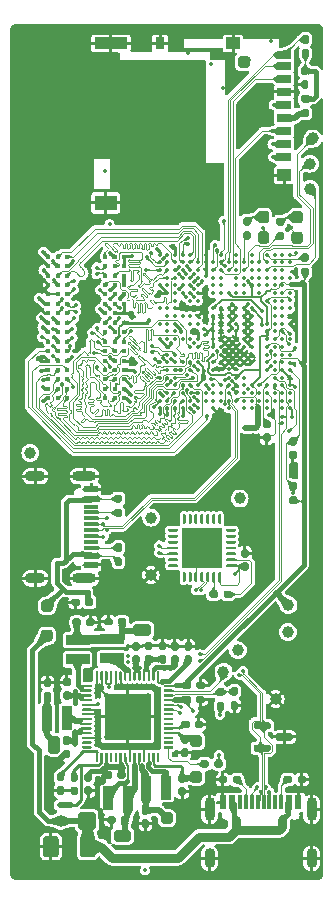
<source format=gbr>
G04 #@! TF.GenerationSoftware,KiCad,Pcbnew,7.0.8-7.0.8~ubuntu22.04.1*
G04 #@! TF.CreationDate,2023-10-22T15:09:53+03:00*
G04 #@! TF.ProjectId,H616_devboard,48363136-5f64-4657-9662-6f6172642e6b,rev?*
G04 #@! TF.SameCoordinates,Original*
G04 #@! TF.FileFunction,Copper,L1,Top*
G04 #@! TF.FilePolarity,Positive*
%FSLAX46Y46*%
G04 Gerber Fmt 4.6, Leading zero omitted, Abs format (unit mm)*
G04 Created by KiCad (PCBNEW 7.0.8-7.0.8~ubuntu22.04.1) date 2023-10-22 15:09:53*
%MOMM*%
%LPD*%
G01*
G04 APERTURE LIST*
G04 #@! TA.AperFunction,ComponentPad*
%ADD10C,1.000000*%
G04 #@! TD*
G04 #@! TA.AperFunction,SMDPad,CuDef*
%ADD11R,2.000000X0.850000*%
G04 #@! TD*
G04 #@! TA.AperFunction,SMDPad,CuDef*
%ADD12C,0.350000*%
G04 #@! TD*
G04 #@! TA.AperFunction,SMDPad,CuDef*
%ADD13R,0.600000X1.160000*%
G04 #@! TD*
G04 #@! TA.AperFunction,SMDPad,CuDef*
%ADD14R,0.300000X1.160000*%
G04 #@! TD*
G04 #@! TA.AperFunction,ComponentPad*
%ADD15O,0.900000X2.000000*%
G04 #@! TD*
G04 #@! TA.AperFunction,ComponentPad*
%ADD16O,0.900000X1.700000*%
G04 #@! TD*
G04 #@! TA.AperFunction,SMDPad,CuDef*
%ADD17R,0.850000X2.000000*%
G04 #@! TD*
G04 #@! TA.AperFunction,ComponentPad*
%ADD18C,0.500000*%
G04 #@! TD*
G04 #@! TA.AperFunction,SMDPad,CuDef*
%ADD19R,4.000000X4.000000*%
G04 #@! TD*
G04 #@! TA.AperFunction,SMDPad,CuDef*
%ADD20C,0.400000*%
G04 #@! TD*
G04 #@! TA.AperFunction,SMDPad,CuDef*
%ADD21R,1.200000X0.700000*%
G04 #@! TD*
G04 #@! TA.AperFunction,SMDPad,CuDef*
%ADD22R,0.800000X1.000000*%
G04 #@! TD*
G04 #@! TA.AperFunction,SMDPad,CuDef*
%ADD23R,1.200000X1.000000*%
G04 #@! TD*
G04 #@! TA.AperFunction,SMDPad,CuDef*
%ADD24R,2.800000X1.000000*%
G04 #@! TD*
G04 #@! TA.AperFunction,SMDPad,CuDef*
%ADD25R,1.900000X1.300000*%
G04 #@! TD*
G04 #@! TA.AperFunction,SMDPad,CuDef*
%ADD26R,1.160000X0.600000*%
G04 #@! TD*
G04 #@! TA.AperFunction,SMDPad,CuDef*
%ADD27R,1.160000X0.300000*%
G04 #@! TD*
G04 #@! TA.AperFunction,ComponentPad*
%ADD28O,2.000000X0.900000*%
G04 #@! TD*
G04 #@! TA.AperFunction,ComponentPad*
%ADD29O,1.700000X0.900000*%
G04 #@! TD*
G04 #@! TA.AperFunction,SMDPad,CuDef*
%ADD30R,3.350000X3.350000*%
G04 #@! TD*
G04 #@! TA.AperFunction,ViaPad*
%ADD31C,0.350000*%
G04 #@! TD*
G04 #@! TA.AperFunction,Conductor*
%ADD32C,0.250000*%
G04 #@! TD*
G04 #@! TA.AperFunction,Conductor*
%ADD33C,0.200000*%
G04 #@! TD*
G04 #@! TA.AperFunction,Conductor*
%ADD34C,0.500000*%
G04 #@! TD*
G04 #@! TA.AperFunction,Conductor*
%ADD35C,0.150000*%
G04 #@! TD*
G04 #@! TA.AperFunction,Conductor*
%ADD36C,0.100000*%
G04 #@! TD*
G04 #@! TA.AperFunction,Conductor*
%ADD37C,0.400000*%
G04 #@! TD*
G04 #@! TA.AperFunction,Conductor*
%ADD38C,0.800000*%
G04 #@! TD*
G04 #@! TA.AperFunction,Conductor*
%ADD39C,0.080000*%
G04 #@! TD*
G04 #@! TA.AperFunction,Conductor*
%ADD40C,0.093000*%
G04 #@! TD*
G04 #@! TA.AperFunction,Conductor*
%ADD41C,0.097500*%
G04 #@! TD*
G04 #@! TA.AperFunction,Conductor*
%ADD42C,0.090000*%
G04 #@! TD*
G04 APERTURE END LIST*
G04 #@! TA.AperFunction,SMDPad,CuDef*
G36*
G01*
X151675000Y-99297500D02*
X151985000Y-99297500D01*
G75*
G02*
X152140000Y-99452500I0J-155000D01*
G01*
X152140000Y-99877500D01*
G75*
G02*
X151985000Y-100032500I-155000J0D01*
G01*
X151675000Y-100032500D01*
G75*
G02*
X151520000Y-99877500I0J155000D01*
G01*
X151520000Y-99452500D01*
G75*
G02*
X151675000Y-99297500I155000J0D01*
G01*
G37*
G04 #@! TD.AperFunction*
G04 #@! TA.AperFunction,SMDPad,CuDef*
G36*
G01*
X151675000Y-100432500D02*
X151985000Y-100432500D01*
G75*
G02*
X152140000Y-100587500I0J-155000D01*
G01*
X152140000Y-101012500D01*
G75*
G02*
X151985000Y-101167500I-155000J0D01*
G01*
X151675000Y-101167500D01*
G75*
G02*
X151520000Y-101012500I0J155000D01*
G01*
X151520000Y-100587500D01*
G75*
G02*
X151675000Y-100432500I155000J0D01*
G01*
G37*
G04 #@! TD.AperFunction*
G04 #@! TA.AperFunction,SMDPad,CuDef*
G36*
G01*
X142815000Y-126362500D02*
X142505000Y-126362500D01*
G75*
G02*
X142350000Y-126207500I0J155000D01*
G01*
X142350000Y-125782500D01*
G75*
G02*
X142505000Y-125627500I155000J0D01*
G01*
X142815000Y-125627500D01*
G75*
G02*
X142970000Y-125782500I0J-155000D01*
G01*
X142970000Y-126207500D01*
G75*
G02*
X142815000Y-126362500I-155000J0D01*
G01*
G37*
G04 #@! TD.AperFunction*
G04 #@! TA.AperFunction,SMDPad,CuDef*
G36*
G01*
X142815000Y-125227500D02*
X142505000Y-125227500D01*
G75*
G02*
X142350000Y-125072500I0J155000D01*
G01*
X142350000Y-124647500D01*
G75*
G02*
X142505000Y-124492500I155000J0D01*
G01*
X142815000Y-124492500D01*
G75*
G02*
X142970000Y-124647500I0J-155000D01*
G01*
X142970000Y-125072500D01*
G75*
G02*
X142815000Y-125227500I-155000J0D01*
G01*
G37*
G04 #@! TD.AperFunction*
D10*
X145950000Y-119150000D03*
D11*
X136490000Y-118020000D03*
X136490000Y-116370000D03*
G04 #@! TA.AperFunction,SMDPad,CuDef*
G36*
G01*
X137675000Y-127745000D02*
X137675000Y-128055000D01*
G75*
G02*
X137520000Y-128210000I-155000J0D01*
G01*
X137095000Y-128210000D01*
G75*
G02*
X136940000Y-128055000I0J155000D01*
G01*
X136940000Y-127745000D01*
G75*
G02*
X137095000Y-127590000I155000J0D01*
G01*
X137520000Y-127590000D01*
G75*
G02*
X137675000Y-127745000I0J-155000D01*
G01*
G37*
G04 #@! TD.AperFunction*
G04 #@! TA.AperFunction,SMDPad,CuDef*
G36*
G01*
X136540000Y-127745000D02*
X136540000Y-128055000D01*
G75*
G02*
X136385000Y-128210000I-155000J0D01*
G01*
X135960000Y-128210000D01*
G75*
G02*
X135805000Y-128055000I0J155000D01*
G01*
X135805000Y-127745000D01*
G75*
G02*
X135960000Y-127590000I155000J0D01*
G01*
X136385000Y-127590000D01*
G75*
G02*
X136540000Y-127745000I0J-155000D01*
G01*
G37*
G04 #@! TD.AperFunction*
D10*
X151400000Y-115800000D03*
X153270000Y-76130000D03*
G04 #@! TA.AperFunction,SMDPad,CuDef*
G36*
G01*
X152675000Y-67922500D02*
X152985000Y-67922500D01*
G75*
G02*
X153140000Y-68077500I0J-155000D01*
G01*
X153140000Y-68502500D01*
G75*
G02*
X152985000Y-68657500I-155000J0D01*
G01*
X152675000Y-68657500D01*
G75*
G02*
X152520000Y-68502500I0J155000D01*
G01*
X152520000Y-68077500D01*
G75*
G02*
X152675000Y-67922500I155000J0D01*
G01*
G37*
G04 #@! TD.AperFunction*
G04 #@! TA.AperFunction,SMDPad,CuDef*
G36*
G01*
X152675000Y-69057500D02*
X152985000Y-69057500D01*
G75*
G02*
X153140000Y-69212500I0J-155000D01*
G01*
X153140000Y-69637500D01*
G75*
G02*
X152985000Y-69792500I-155000J0D01*
G01*
X152675000Y-69792500D01*
G75*
G02*
X152520000Y-69637500I0J155000D01*
G01*
X152520000Y-69212500D01*
G75*
G02*
X152675000Y-69057500I155000J0D01*
G01*
G37*
G04 #@! TD.AperFunction*
G04 #@! TA.AperFunction,SMDPad,CuDef*
G36*
G01*
X147770000Y-80657500D02*
X148090000Y-80657500D01*
G75*
G02*
X148250000Y-80817500I0J-160000D01*
G01*
X148250000Y-81212500D01*
G75*
G02*
X148090000Y-81372500I-160000J0D01*
G01*
X147770000Y-81372500D01*
G75*
G02*
X147610000Y-81212500I0J160000D01*
G01*
X147610000Y-80817500D01*
G75*
G02*
X147770000Y-80657500I160000J0D01*
G01*
G37*
G04 #@! TD.AperFunction*
G04 #@! TA.AperFunction,SMDPad,CuDef*
G36*
G01*
X147770000Y-81852500D02*
X148090000Y-81852500D01*
G75*
G02*
X148250000Y-82012500I0J-160000D01*
G01*
X148250000Y-82407500D01*
G75*
G02*
X148090000Y-82567500I-160000J0D01*
G01*
X147770000Y-82567500D01*
G75*
G02*
X147610000Y-82407500I0J160000D01*
G01*
X147610000Y-82012500D01*
G75*
G02*
X147770000Y-81852500I160000J0D01*
G01*
G37*
G04 #@! TD.AperFunction*
X139830000Y-106110000D03*
X147320000Y-104480000D03*
G04 #@! TA.AperFunction,SMDPad,CuDef*
G36*
G01*
X137220000Y-110182500D02*
X136900000Y-110182500D01*
G75*
G02*
X136740000Y-110022500I0J160000D01*
G01*
X136740000Y-109627500D01*
G75*
G02*
X136900000Y-109467500I160000J0D01*
G01*
X137220000Y-109467500D01*
G75*
G02*
X137380000Y-109627500I0J-160000D01*
G01*
X137380000Y-110022500D01*
G75*
G02*
X137220000Y-110182500I-160000J0D01*
G01*
G37*
G04 #@! TD.AperFunction*
G04 #@! TA.AperFunction,SMDPad,CuDef*
G36*
G01*
X137220000Y-108987500D02*
X136900000Y-108987500D01*
G75*
G02*
X136740000Y-108827500I0J160000D01*
G01*
X136740000Y-108432500D01*
G75*
G02*
X136900000Y-108272500I160000J0D01*
G01*
X137220000Y-108272500D01*
G75*
G02*
X137380000Y-108432500I0J-160000D01*
G01*
X137380000Y-108827500D01*
G75*
G02*
X137220000Y-108987500I-160000J0D01*
G01*
G37*
G04 #@! TD.AperFunction*
D12*
X151590000Y-83840000D03*
X151590000Y-84490000D03*
X151590000Y-85790000D03*
X151590000Y-87090000D03*
X151590000Y-88390000D03*
X151590000Y-89690000D03*
X151590000Y-90990000D03*
X151590000Y-92290000D03*
X151590000Y-93590000D03*
X151590000Y-94890000D03*
X151590000Y-95540000D03*
X151590000Y-96190000D03*
X151590000Y-96840000D03*
X150940000Y-83840000D03*
X150940000Y-84490000D03*
X150940000Y-85140000D03*
X150940000Y-85790000D03*
X150940000Y-86440000D03*
X150940000Y-87090000D03*
X150940000Y-87740000D03*
X150940000Y-88390000D03*
X150940000Y-89040000D03*
X150940000Y-89690000D03*
X150940000Y-90340000D03*
X150940000Y-90990000D03*
X150940000Y-91640000D03*
X150940000Y-92290000D03*
X150940000Y-92940000D03*
X150940000Y-93590000D03*
X150940000Y-94240000D03*
X150940000Y-94890000D03*
X150940000Y-95540000D03*
X150940000Y-96190000D03*
X150940000Y-96840000D03*
X150290000Y-83840000D03*
X150290000Y-84490000D03*
X150290000Y-85140000D03*
X150290000Y-85790000D03*
X150290000Y-86440000D03*
X150290000Y-87090000D03*
X150290000Y-87740000D03*
X150290000Y-88390000D03*
X150290000Y-89040000D03*
X150290000Y-89690000D03*
X150290000Y-90340000D03*
X150290000Y-90990000D03*
X150290000Y-91640000D03*
X150290000Y-92290000D03*
X150290000Y-92940000D03*
X150290000Y-93590000D03*
X150290000Y-94240000D03*
X150290000Y-94890000D03*
X150290000Y-95540000D03*
X150290000Y-96190000D03*
X149640000Y-83840000D03*
X149640000Y-84490000D03*
X149640000Y-85140000D03*
X149640000Y-85790000D03*
X149640000Y-86440000D03*
X149640000Y-87740000D03*
X149640000Y-89690000D03*
X149640000Y-90340000D03*
X149640000Y-90990000D03*
X149640000Y-91640000D03*
X149640000Y-92290000D03*
X149640000Y-92940000D03*
X149640000Y-93590000D03*
X149640000Y-94890000D03*
X149640000Y-95540000D03*
X149640000Y-96190000D03*
X149640000Y-96840000D03*
X148990000Y-84490000D03*
X148990000Y-85140000D03*
X148990000Y-85790000D03*
X148990000Y-86440000D03*
X148990000Y-87090000D03*
X148990000Y-94890000D03*
X148990000Y-95540000D03*
X148990000Y-96190000D03*
X148340000Y-83840000D03*
X148340000Y-84490000D03*
X148340000Y-85140000D03*
X148340000Y-85790000D03*
X148340000Y-86440000D03*
X148340000Y-88390000D03*
X148340000Y-89040000D03*
X148340000Y-89690000D03*
X148340000Y-90340000D03*
X148340000Y-90990000D03*
X148340000Y-91640000D03*
X148340000Y-92290000D03*
X148340000Y-92940000D03*
X148340000Y-94890000D03*
X148340000Y-95540000D03*
X148340000Y-96190000D03*
X148340000Y-96840000D03*
X147690000Y-84490000D03*
X147690000Y-85140000D03*
X147690000Y-85790000D03*
X147690000Y-86440000D03*
X147690000Y-87090000D03*
X147690000Y-88390000D03*
X147690000Y-89040000D03*
X147690000Y-89690000D03*
X147690000Y-90340000D03*
X147690000Y-90990000D03*
X147690000Y-91640000D03*
X147690000Y-92290000D03*
X147690000Y-92940000D03*
X147690000Y-94240000D03*
X147690000Y-94890000D03*
X147690000Y-95540000D03*
X147690000Y-96190000D03*
X147690000Y-96840000D03*
X147040000Y-83840000D03*
X147040000Y-84490000D03*
X147040000Y-85140000D03*
X147040000Y-85790000D03*
X147040000Y-86440000D03*
X147040000Y-87090000D03*
X147040000Y-88390000D03*
X147040000Y-89040000D03*
X147040000Y-89690000D03*
X147040000Y-90340000D03*
X147040000Y-90990000D03*
X147040000Y-91640000D03*
X147040000Y-92290000D03*
X147040000Y-92940000D03*
X147040000Y-94240000D03*
X147040000Y-94890000D03*
X147040000Y-95540000D03*
X147040000Y-96190000D03*
X146390000Y-84490000D03*
X146390000Y-85140000D03*
X146390000Y-87090000D03*
X146390000Y-88390000D03*
X146390000Y-89040000D03*
X146390000Y-89690000D03*
X146390000Y-90340000D03*
X146390000Y-90990000D03*
X146390000Y-91640000D03*
X146390000Y-92290000D03*
X146390000Y-92940000D03*
X146390000Y-94240000D03*
X146390000Y-94890000D03*
X146390000Y-95540000D03*
X146390000Y-96190000D03*
X146390000Y-96840000D03*
X145740000Y-83840000D03*
X145740000Y-84490000D03*
X145740000Y-85140000D03*
X145740000Y-85790000D03*
X145740000Y-86440000D03*
X145740000Y-87090000D03*
X145740000Y-88390000D03*
X145740000Y-89040000D03*
X145740000Y-89690000D03*
X145740000Y-90340000D03*
X145740000Y-90990000D03*
X145740000Y-91640000D03*
X145740000Y-92290000D03*
X145740000Y-92940000D03*
X145740000Y-94890000D03*
X145740000Y-95540000D03*
X145740000Y-96190000D03*
X145090000Y-84490000D03*
X145090000Y-85140000D03*
X145090000Y-85790000D03*
X145090000Y-86440000D03*
X145090000Y-87090000D03*
X145090000Y-88390000D03*
X145090000Y-89040000D03*
X145090000Y-89690000D03*
X145090000Y-90340000D03*
X145090000Y-90990000D03*
X145090000Y-91640000D03*
X145090000Y-92290000D03*
X145090000Y-92940000D03*
X145090000Y-94890000D03*
X145090000Y-95540000D03*
X145090000Y-96190000D03*
X145090000Y-96840000D03*
X144440000Y-83840000D03*
X144440000Y-84490000D03*
X144440000Y-85140000D03*
X144440000Y-94890000D03*
X144440000Y-95540000D03*
X144440000Y-96190000D03*
X143790000Y-84490000D03*
X143790000Y-85140000D03*
X143790000Y-85790000D03*
X143790000Y-86440000D03*
X143790000Y-87090000D03*
X143790000Y-87740000D03*
X143790000Y-89040000D03*
X143790000Y-89690000D03*
X143790000Y-90990000D03*
X143790000Y-91640000D03*
X143790000Y-92940000D03*
X143790000Y-93590000D03*
X143790000Y-94890000D03*
X143790000Y-95540000D03*
X143790000Y-96190000D03*
X143790000Y-96840000D03*
X143140000Y-83840000D03*
X143140000Y-84490000D03*
X143140000Y-85140000D03*
X143140000Y-85790000D03*
X143140000Y-86440000D03*
X143140000Y-87090000D03*
X143140000Y-87740000D03*
X143140000Y-89040000D03*
X143140000Y-89690000D03*
X143140000Y-90990000D03*
X143140000Y-91640000D03*
X143140000Y-92940000D03*
X143140000Y-93590000D03*
X143140000Y-94890000D03*
X143140000Y-96190000D03*
X143140000Y-96840000D03*
X142490000Y-83840000D03*
X142490000Y-84490000D03*
X142490000Y-85140000D03*
X142490000Y-85790000D03*
X142490000Y-86440000D03*
X142490000Y-87090000D03*
X142490000Y-89040000D03*
X142490000Y-90990000D03*
X142490000Y-92940000D03*
X142490000Y-94890000D03*
X142490000Y-95540000D03*
X142490000Y-96190000D03*
X142490000Y-96840000D03*
X141840000Y-83840000D03*
X141840000Y-84490000D03*
X141840000Y-85140000D03*
X141840000Y-85790000D03*
X141840000Y-86440000D03*
X141840000Y-87090000D03*
X141840000Y-87740000D03*
X141840000Y-88390000D03*
X141840000Y-89040000D03*
X141840000Y-89690000D03*
X141840000Y-90340000D03*
X141840000Y-90990000D03*
X141840000Y-92290000D03*
X141840000Y-92940000D03*
X141840000Y-93590000D03*
X141840000Y-94240000D03*
X141840000Y-94890000D03*
X141840000Y-96190000D03*
X141840000Y-96840000D03*
X141190000Y-83840000D03*
X141190000Y-84490000D03*
X141190000Y-85140000D03*
X141190000Y-85790000D03*
X141190000Y-86440000D03*
X141190000Y-87090000D03*
X141190000Y-88390000D03*
X141190000Y-89040000D03*
X141190000Y-89690000D03*
X141190000Y-90340000D03*
X141190000Y-90990000D03*
X141190000Y-91640000D03*
X141190000Y-92290000D03*
X141190000Y-92940000D03*
X141190000Y-93590000D03*
X141190000Y-94240000D03*
X141190000Y-94890000D03*
X141190000Y-95540000D03*
X141190000Y-96190000D03*
X141190000Y-96840000D03*
X140540000Y-83840000D03*
X140540000Y-84490000D03*
X140540000Y-85140000D03*
X140540000Y-86440000D03*
X140540000Y-88390000D03*
X140540000Y-89690000D03*
X140540000Y-90990000D03*
X140540000Y-92940000D03*
X140540000Y-94240000D03*
X140540000Y-95540000D03*
X140540000Y-96190000D03*
X140540000Y-96840000D03*
G04 #@! TA.AperFunction,SMDPad,CuDef*
G36*
G01*
X136870000Y-104142500D02*
X137190000Y-104142500D01*
G75*
G02*
X137350000Y-104302500I0J-160000D01*
G01*
X137350000Y-104697500D01*
G75*
G02*
X137190000Y-104857500I-160000J0D01*
G01*
X136870000Y-104857500D01*
G75*
G02*
X136710000Y-104697500I0J160000D01*
G01*
X136710000Y-104302500D01*
G75*
G02*
X136870000Y-104142500I160000J0D01*
G01*
G37*
G04 #@! TD.AperFunction*
G04 #@! TA.AperFunction,SMDPad,CuDef*
G36*
G01*
X136870000Y-105337500D02*
X137190000Y-105337500D01*
G75*
G02*
X137350000Y-105497500I0J-160000D01*
G01*
X137350000Y-105892500D01*
G75*
G02*
X137190000Y-106052500I-160000J0D01*
G01*
X136870000Y-106052500D01*
G75*
G02*
X136710000Y-105892500I0J160000D01*
G01*
X136710000Y-105497500D01*
G75*
G02*
X136870000Y-105337500I160000J0D01*
G01*
G37*
G04 #@! TD.AperFunction*
D11*
X133590000Y-118110000D03*
X133590000Y-116460000D03*
G04 #@! TA.AperFunction,SMDPad,CuDef*
G36*
G01*
X152417500Y-82935000D02*
X151942500Y-82935000D01*
G75*
G02*
X151705000Y-82697500I0J237500D01*
G01*
X151705000Y-82122500D01*
G75*
G02*
X151942500Y-81885000I237500J0D01*
G01*
X152417500Y-81885000D01*
G75*
G02*
X152655000Y-82122500I0J-237500D01*
G01*
X152655000Y-82697500D01*
G75*
G02*
X152417500Y-82935000I-237500J0D01*
G01*
G37*
G04 #@! TD.AperFunction*
G04 #@! TA.AperFunction,SMDPad,CuDef*
G36*
G01*
X152417500Y-81185000D02*
X151942500Y-81185000D01*
G75*
G02*
X151705000Y-80947500I0J237500D01*
G01*
X151705000Y-80372500D01*
G75*
G02*
X151942500Y-80135000I237500J0D01*
G01*
X152417500Y-80135000D01*
G75*
G02*
X152655000Y-80372500I0J-237500D01*
G01*
X152655000Y-80947500D01*
G75*
G02*
X152417500Y-81185000I-237500J0D01*
G01*
G37*
G04 #@! TD.AperFunction*
D10*
X132150000Y-131790000D03*
D13*
X145890000Y-130210000D03*
X146690000Y-130210000D03*
D14*
X147840000Y-130210000D03*
X148840000Y-130210000D03*
X149340000Y-130210000D03*
X150340000Y-130210000D03*
D13*
X151490000Y-130210000D03*
X152290000Y-130210000D03*
X152290000Y-130210000D03*
X151490000Y-130210000D03*
D14*
X150840000Y-130210000D03*
X149840000Y-130210000D03*
X148340000Y-130210000D03*
X147340000Y-130210000D03*
D13*
X146690000Y-130210000D03*
X145890000Y-130210000D03*
D15*
X144770000Y-130790000D03*
D16*
X144770000Y-134960000D03*
D15*
X153410000Y-130790000D03*
D16*
X153410000Y-134960000D03*
G04 #@! TA.AperFunction,SMDPad,CuDef*
G36*
G01*
X153020000Y-72202500D02*
X152700000Y-72202500D01*
G75*
G02*
X152540000Y-72042500I0J160000D01*
G01*
X152540000Y-71647500D01*
G75*
G02*
X152700000Y-71487500I160000J0D01*
G01*
X153020000Y-71487500D01*
G75*
G02*
X153180000Y-71647500I0J-160000D01*
G01*
X153180000Y-72042500D01*
G75*
G02*
X153020000Y-72202500I-160000J0D01*
G01*
G37*
G04 #@! TD.AperFunction*
G04 #@! TA.AperFunction,SMDPad,CuDef*
G36*
G01*
X153020000Y-71007500D02*
X152700000Y-71007500D01*
G75*
G02*
X152540000Y-70847500I0J160000D01*
G01*
X152540000Y-70452500D01*
G75*
G02*
X152700000Y-70292500I160000J0D01*
G01*
X153020000Y-70292500D01*
G75*
G02*
X153180000Y-70452500I0J-160000D01*
G01*
X153180000Y-70847500D01*
G75*
G02*
X153020000Y-71007500I-160000J0D01*
G01*
G37*
G04 #@! TD.AperFunction*
D10*
X147160000Y-117340000D03*
G04 #@! TA.AperFunction,SMDPad,CuDef*
G36*
G01*
X133162500Y-115105000D02*
X133162500Y-114795000D01*
G75*
G02*
X133317500Y-114640000I155000J0D01*
G01*
X133742500Y-114640000D01*
G75*
G02*
X133897500Y-114795000I0J-155000D01*
G01*
X133897500Y-115105000D01*
G75*
G02*
X133742500Y-115260000I-155000J0D01*
G01*
X133317500Y-115260000D01*
G75*
G02*
X133162500Y-115105000I0J155000D01*
G01*
G37*
G04 #@! TD.AperFunction*
G04 #@! TA.AperFunction,SMDPad,CuDef*
G36*
G01*
X134297500Y-115105000D02*
X134297500Y-114795000D01*
G75*
G02*
X134452500Y-114640000I155000J0D01*
G01*
X134877500Y-114640000D01*
G75*
G02*
X135032500Y-114795000I0J-155000D01*
G01*
X135032500Y-115105000D01*
G75*
G02*
X134877500Y-115260000I-155000J0D01*
G01*
X134452500Y-115260000D01*
G75*
G02*
X134297500Y-115105000I0J155000D01*
G01*
G37*
G04 #@! TD.AperFunction*
G04 #@! TA.AperFunction,SMDPad,CuDef*
G36*
G01*
X147030000Y-122367500D02*
X146710000Y-122367500D01*
G75*
G02*
X146550000Y-122207500I0J160000D01*
G01*
X146550000Y-121812500D01*
G75*
G02*
X146710000Y-121652500I160000J0D01*
G01*
X147030000Y-121652500D01*
G75*
G02*
X147190000Y-121812500I0J-160000D01*
G01*
X147190000Y-122207500D01*
G75*
G02*
X147030000Y-122367500I-160000J0D01*
G01*
G37*
G04 #@! TD.AperFunction*
G04 #@! TA.AperFunction,SMDPad,CuDef*
G36*
G01*
X147030000Y-121172500D02*
X146710000Y-121172500D01*
G75*
G02*
X146550000Y-121012500I0J160000D01*
G01*
X146550000Y-120617500D01*
G75*
G02*
X146710000Y-120457500I160000J0D01*
G01*
X147030000Y-120457500D01*
G75*
G02*
X147190000Y-120617500I0J-160000D01*
G01*
X147190000Y-121012500D01*
G75*
G02*
X147030000Y-121172500I-160000J0D01*
G01*
G37*
G04 #@! TD.AperFunction*
G04 #@! TA.AperFunction,SMDPad,CuDef*
G36*
G01*
X145860000Y-122397500D02*
X145540000Y-122397500D01*
G75*
G02*
X145380000Y-122237500I0J160000D01*
G01*
X145380000Y-121842500D01*
G75*
G02*
X145540000Y-121682500I160000J0D01*
G01*
X145860000Y-121682500D01*
G75*
G02*
X146020000Y-121842500I0J-160000D01*
G01*
X146020000Y-122237500D01*
G75*
G02*
X145860000Y-122397500I-160000J0D01*
G01*
G37*
G04 #@! TD.AperFunction*
G04 #@! TA.AperFunction,SMDPad,CuDef*
G36*
G01*
X145860000Y-121202500D02*
X145540000Y-121202500D01*
G75*
G02*
X145380000Y-121042500I0J160000D01*
G01*
X145380000Y-120647500D01*
G75*
G02*
X145540000Y-120487500I160000J0D01*
G01*
X145860000Y-120487500D01*
G75*
G02*
X146020000Y-120647500I0J-160000D01*
G01*
X146020000Y-121042500D01*
G75*
G02*
X145860000Y-121202500I-160000J0D01*
G01*
G37*
G04 #@! TD.AperFunction*
D17*
X136200000Y-129880000D03*
X137850000Y-129880000D03*
G04 #@! TA.AperFunction,SMDPad,CuDef*
G36*
G01*
X142595000Y-129677500D02*
X142285000Y-129677500D01*
G75*
G02*
X142130000Y-129522500I0J155000D01*
G01*
X142130000Y-129097500D01*
G75*
G02*
X142285000Y-128942500I155000J0D01*
G01*
X142595000Y-128942500D01*
G75*
G02*
X142750000Y-129097500I0J-155000D01*
G01*
X142750000Y-129522500D01*
G75*
G02*
X142595000Y-129677500I-155000J0D01*
G01*
G37*
G04 #@! TD.AperFunction*
G04 #@! TA.AperFunction,SMDPad,CuDef*
G36*
G01*
X142595000Y-128542500D02*
X142285000Y-128542500D01*
G75*
G02*
X142130000Y-128387500I0J155000D01*
G01*
X142130000Y-127962500D01*
G75*
G02*
X142285000Y-127807500I155000J0D01*
G01*
X142595000Y-127807500D01*
G75*
G02*
X142750000Y-127962500I0J-155000D01*
G01*
X142750000Y-128387500D01*
G75*
G02*
X142595000Y-128542500I-155000J0D01*
G01*
G37*
G04 #@! TD.AperFunction*
G04 #@! TA.AperFunction,SMDPad,CuDef*
G36*
G01*
X152942500Y-128100000D02*
X152942500Y-128420000D01*
G75*
G02*
X152782500Y-128580000I-160000J0D01*
G01*
X152387500Y-128580000D01*
G75*
G02*
X152227500Y-128420000I0J160000D01*
G01*
X152227500Y-128100000D01*
G75*
G02*
X152387500Y-127940000I160000J0D01*
G01*
X152782500Y-127940000D01*
G75*
G02*
X152942500Y-128100000I0J-160000D01*
G01*
G37*
G04 #@! TD.AperFunction*
G04 #@! TA.AperFunction,SMDPad,CuDef*
G36*
G01*
X151747500Y-128100000D02*
X151747500Y-128420000D01*
G75*
G02*
X151587500Y-128580000I-160000J0D01*
G01*
X151192500Y-128580000D01*
G75*
G02*
X151032500Y-128420000I0J160000D01*
G01*
X151032500Y-128100000D01*
G75*
G02*
X151192500Y-127940000I160000J0D01*
G01*
X151587500Y-127940000D01*
G75*
G02*
X151747500Y-128100000I0J-160000D01*
G01*
G37*
G04 #@! TD.AperFunction*
G04 #@! TA.AperFunction,SMDPad,CuDef*
G36*
G01*
X139485000Y-132382500D02*
X139175000Y-132382500D01*
G75*
G02*
X139020000Y-132227500I0J155000D01*
G01*
X139020000Y-131802500D01*
G75*
G02*
X139175000Y-131647500I155000J0D01*
G01*
X139485000Y-131647500D01*
G75*
G02*
X139640000Y-131802500I0J-155000D01*
G01*
X139640000Y-132227500D01*
G75*
G02*
X139485000Y-132382500I-155000J0D01*
G01*
G37*
G04 #@! TD.AperFunction*
G04 #@! TA.AperFunction,SMDPad,CuDef*
G36*
G01*
X139485000Y-131247500D02*
X139175000Y-131247500D01*
G75*
G02*
X139020000Y-131092500I0J155000D01*
G01*
X139020000Y-130667500D01*
G75*
G02*
X139175000Y-130512500I155000J0D01*
G01*
X139485000Y-130512500D01*
G75*
G02*
X139640000Y-130667500I0J-155000D01*
G01*
X139640000Y-131092500D01*
G75*
G02*
X139485000Y-131247500I-155000J0D01*
G01*
G37*
G04 #@! TD.AperFunction*
G04 #@! TA.AperFunction,SMDPad,CuDef*
G36*
G01*
X149577500Y-82915000D02*
X149102500Y-82915000D01*
G75*
G02*
X148865000Y-82677500I0J237500D01*
G01*
X148865000Y-82102500D01*
G75*
G02*
X149102500Y-81865000I237500J0D01*
G01*
X149577500Y-81865000D01*
G75*
G02*
X149815000Y-82102500I0J-237500D01*
G01*
X149815000Y-82677500D01*
G75*
G02*
X149577500Y-82915000I-237500J0D01*
G01*
G37*
G04 #@! TD.AperFunction*
G04 #@! TA.AperFunction,SMDPad,CuDef*
G36*
G01*
X149577500Y-81165000D02*
X149102500Y-81165000D01*
G75*
G02*
X148865000Y-80927500I0J237500D01*
G01*
X148865000Y-80352500D01*
G75*
G02*
X149102500Y-80115000I237500J0D01*
G01*
X149577500Y-80115000D01*
G75*
G02*
X149815000Y-80352500I0J-237500D01*
G01*
X149815000Y-80927500D01*
G75*
G02*
X149577500Y-81165000I-237500J0D01*
G01*
G37*
G04 #@! TD.AperFunction*
G04 #@! TA.AperFunction,SMDPad,CuDef*
G36*
G01*
X152700000Y-83732500D02*
X153020000Y-83732500D01*
G75*
G02*
X153180000Y-83892500I0J-160000D01*
G01*
X153180000Y-84287500D01*
G75*
G02*
X153020000Y-84447500I-160000J0D01*
G01*
X152700000Y-84447500D01*
G75*
G02*
X152540000Y-84287500I0J160000D01*
G01*
X152540000Y-83892500D01*
G75*
G02*
X152700000Y-83732500I160000J0D01*
G01*
G37*
G04 #@! TD.AperFunction*
G04 #@! TA.AperFunction,SMDPad,CuDef*
G36*
G01*
X152700000Y-84927500D02*
X153020000Y-84927500D01*
G75*
G02*
X153180000Y-85087500I0J-160000D01*
G01*
X153180000Y-85482500D01*
G75*
G02*
X153020000Y-85642500I-160000J0D01*
G01*
X152700000Y-85642500D01*
G75*
G02*
X152540000Y-85482500I0J160000D01*
G01*
X152540000Y-85087500D01*
G75*
G02*
X152700000Y-84927500I160000J0D01*
G01*
G37*
G04 #@! TD.AperFunction*
D10*
X153500000Y-74000000D03*
G04 #@! TA.AperFunction,SMDPad,CuDef*
G36*
G01*
X144232500Y-123455000D02*
X144232500Y-123765000D01*
G75*
G02*
X144077500Y-123920000I-155000J0D01*
G01*
X143652500Y-123920000D01*
G75*
G02*
X143497500Y-123765000I0J155000D01*
G01*
X143497500Y-123455000D01*
G75*
G02*
X143652500Y-123300000I155000J0D01*
G01*
X144077500Y-123300000D01*
G75*
G02*
X144232500Y-123455000I0J-155000D01*
G01*
G37*
G04 #@! TD.AperFunction*
G04 #@! TA.AperFunction,SMDPad,CuDef*
G36*
G01*
X143097500Y-123455000D02*
X143097500Y-123765000D01*
G75*
G02*
X142942500Y-123920000I-155000J0D01*
G01*
X142517500Y-123920000D01*
G75*
G02*
X142362500Y-123765000I0J155000D01*
G01*
X142362500Y-123455000D01*
G75*
G02*
X142517500Y-123300000I155000J0D01*
G01*
X142942500Y-123300000D01*
G75*
G02*
X143097500Y-123455000I0J-155000D01*
G01*
G37*
G04 #@! TD.AperFunction*
G04 #@! TA.AperFunction,SMDPad,CuDef*
G36*
G01*
X132305000Y-129572500D02*
X131995000Y-129572500D01*
G75*
G02*
X131840000Y-129417500I0J155000D01*
G01*
X131840000Y-128992500D01*
G75*
G02*
X131995000Y-128837500I155000J0D01*
G01*
X132305000Y-128837500D01*
G75*
G02*
X132460000Y-128992500I0J-155000D01*
G01*
X132460000Y-129417500D01*
G75*
G02*
X132305000Y-129572500I-155000J0D01*
G01*
G37*
G04 #@! TD.AperFunction*
G04 #@! TA.AperFunction,SMDPad,CuDef*
G36*
G01*
X132305000Y-128437500D02*
X131995000Y-128437500D01*
G75*
G02*
X131840000Y-128282500I0J155000D01*
G01*
X131840000Y-127857500D01*
G75*
G02*
X131995000Y-127702500I155000J0D01*
G01*
X132305000Y-127702500D01*
G75*
G02*
X132460000Y-127857500I0J-155000D01*
G01*
X132460000Y-128282500D01*
G75*
G02*
X132305000Y-128437500I-155000J0D01*
G01*
G37*
G04 #@! TD.AperFunction*
G04 #@! TA.AperFunction,SMDPad,CuDef*
G36*
G01*
X132505000Y-124602500D02*
X132815000Y-124602500D01*
G75*
G02*
X132970000Y-124757500I0J-155000D01*
G01*
X132970000Y-125182500D01*
G75*
G02*
X132815000Y-125337500I-155000J0D01*
G01*
X132505000Y-125337500D01*
G75*
G02*
X132350000Y-125182500I0J155000D01*
G01*
X132350000Y-124757500D01*
G75*
G02*
X132505000Y-124602500I155000J0D01*
G01*
G37*
G04 #@! TD.AperFunction*
G04 #@! TA.AperFunction,SMDPad,CuDef*
G36*
G01*
X132505000Y-125737500D02*
X132815000Y-125737500D01*
G75*
G02*
X132970000Y-125892500I0J-155000D01*
G01*
X132970000Y-126317500D01*
G75*
G02*
X132815000Y-126472500I-155000J0D01*
G01*
X132505000Y-126472500D01*
G75*
G02*
X132350000Y-126317500I0J155000D01*
G01*
X132350000Y-125892500D01*
G75*
G02*
X132505000Y-125737500I155000J0D01*
G01*
G37*
G04 #@! TD.AperFunction*
G04 #@! TA.AperFunction,SMDPad,CuDef*
G36*
G01*
X135112500Y-133315000D02*
X135112500Y-134615000D01*
G75*
G02*
X134862500Y-134865000I-250000J0D01*
G01*
X134037500Y-134865000D01*
G75*
G02*
X133787500Y-134615000I0J250000D01*
G01*
X133787500Y-133315000D01*
G75*
G02*
X134037500Y-133065000I250000J0D01*
G01*
X134862500Y-133065000D01*
G75*
G02*
X135112500Y-133315000I0J-250000D01*
G01*
G37*
G04 #@! TD.AperFunction*
G04 #@! TA.AperFunction,SMDPad,CuDef*
G36*
G01*
X131987500Y-133315000D02*
X131987500Y-134615000D01*
G75*
G02*
X131737500Y-134865000I-250000J0D01*
G01*
X130912500Y-134865000D01*
G75*
G02*
X130662500Y-134615000I0J250000D01*
G01*
X130662500Y-133315000D01*
G75*
G02*
X130912500Y-133065000I250000J0D01*
G01*
X131737500Y-133065000D01*
G75*
G02*
X131987500Y-133315000I0J-250000D01*
G01*
G37*
G04 #@! TD.AperFunction*
G04 #@! TA.AperFunction,SMDPad,CuDef*
G36*
G01*
X138695000Y-118497500D02*
X138385000Y-118497500D01*
G75*
G02*
X138230000Y-118342500I0J155000D01*
G01*
X138230000Y-117917500D01*
G75*
G02*
X138385000Y-117762500I155000J0D01*
G01*
X138695000Y-117762500D01*
G75*
G02*
X138850000Y-117917500I0J-155000D01*
G01*
X138850000Y-118342500D01*
G75*
G02*
X138695000Y-118497500I-155000J0D01*
G01*
G37*
G04 #@! TD.AperFunction*
G04 #@! TA.AperFunction,SMDPad,CuDef*
G36*
G01*
X138695000Y-117362500D02*
X138385000Y-117362500D01*
G75*
G02*
X138230000Y-117207500I0J155000D01*
G01*
X138230000Y-116782500D01*
G75*
G02*
X138385000Y-116627500I155000J0D01*
G01*
X138695000Y-116627500D01*
G75*
G02*
X138850000Y-116782500I0J-155000D01*
G01*
X138850000Y-117207500D01*
G75*
G02*
X138695000Y-117362500I-155000J0D01*
G01*
G37*
G04 #@! TD.AperFunction*
G04 #@! TA.AperFunction,SMDPad,CuDef*
G36*
G01*
X147925000Y-110625000D02*
X147615000Y-110625000D01*
G75*
G02*
X147460000Y-110470000I0J155000D01*
G01*
X147460000Y-110045000D01*
G75*
G02*
X147615000Y-109890000I155000J0D01*
G01*
X147925000Y-109890000D01*
G75*
G02*
X148080000Y-110045000I0J-155000D01*
G01*
X148080000Y-110470000D01*
G75*
G02*
X147925000Y-110625000I-155000J0D01*
G01*
G37*
G04 #@! TD.AperFunction*
G04 #@! TA.AperFunction,SMDPad,CuDef*
G36*
G01*
X147925000Y-109490000D02*
X147615000Y-109490000D01*
G75*
G02*
X147460000Y-109335000I0J155000D01*
G01*
X147460000Y-108910000D01*
G75*
G02*
X147615000Y-108755000I155000J0D01*
G01*
X147925000Y-108755000D01*
G75*
G02*
X148080000Y-108910000I0J-155000D01*
G01*
X148080000Y-109335000D01*
G75*
G02*
X147925000Y-109490000I-155000J0D01*
G01*
G37*
G04 #@! TD.AperFunction*
G04 #@! TA.AperFunction,SMDPad,CuDef*
G36*
G01*
X140635000Y-116597500D02*
X140945000Y-116597500D01*
G75*
G02*
X141100000Y-116752500I0J-155000D01*
G01*
X141100000Y-117177500D01*
G75*
G02*
X140945000Y-117332500I-155000J0D01*
G01*
X140635000Y-117332500D01*
G75*
G02*
X140480000Y-117177500I0J155000D01*
G01*
X140480000Y-116752500D01*
G75*
G02*
X140635000Y-116597500I155000J0D01*
G01*
G37*
G04 #@! TD.AperFunction*
G04 #@! TA.AperFunction,SMDPad,CuDef*
G36*
G01*
X140635000Y-117732500D02*
X140945000Y-117732500D01*
G75*
G02*
X141100000Y-117887500I0J-155000D01*
G01*
X141100000Y-118312500D01*
G75*
G02*
X140945000Y-118467500I-155000J0D01*
G01*
X140635000Y-118467500D01*
G75*
G02*
X140480000Y-118312500I0J155000D01*
G01*
X140480000Y-117887500D01*
G75*
G02*
X140635000Y-117732500I155000J0D01*
G01*
G37*
G04 #@! TD.AperFunction*
G04 #@! TA.AperFunction,SMDPad,CuDef*
G36*
G01*
X135280000Y-126800000D02*
X135180000Y-126800000D01*
G75*
G02*
X135130000Y-126750000I0J50000D01*
G01*
X135130000Y-126050000D01*
G75*
G02*
X135180000Y-126000000I50000J0D01*
G01*
X135280000Y-126000000D01*
G75*
G02*
X135330000Y-126050000I0J-50000D01*
G01*
X135330000Y-126750000D01*
G75*
G02*
X135280000Y-126800000I-50000J0D01*
G01*
G37*
G04 #@! TD.AperFunction*
G04 #@! TA.AperFunction,SMDPad,CuDef*
G36*
G01*
X135680000Y-126800000D02*
X135580000Y-126800000D01*
G75*
G02*
X135530000Y-126750000I0J50000D01*
G01*
X135530000Y-126050000D01*
G75*
G02*
X135580000Y-126000000I50000J0D01*
G01*
X135680000Y-126000000D01*
G75*
G02*
X135730000Y-126050000I0J-50000D01*
G01*
X135730000Y-126750000D01*
G75*
G02*
X135680000Y-126800000I-50000J0D01*
G01*
G37*
G04 #@! TD.AperFunction*
G04 #@! TA.AperFunction,SMDPad,CuDef*
G36*
G01*
X136080000Y-126800000D02*
X135980000Y-126800000D01*
G75*
G02*
X135930000Y-126750000I0J50000D01*
G01*
X135930000Y-126050000D01*
G75*
G02*
X135980000Y-126000000I50000J0D01*
G01*
X136080000Y-126000000D01*
G75*
G02*
X136130000Y-126050000I0J-50000D01*
G01*
X136130000Y-126750000D01*
G75*
G02*
X136080000Y-126800000I-50000J0D01*
G01*
G37*
G04 #@! TD.AperFunction*
G04 #@! TA.AperFunction,SMDPad,CuDef*
G36*
G01*
X136480000Y-126800000D02*
X136380000Y-126800000D01*
G75*
G02*
X136330000Y-126750000I0J50000D01*
G01*
X136330000Y-126050000D01*
G75*
G02*
X136380000Y-126000000I50000J0D01*
G01*
X136480000Y-126000000D01*
G75*
G02*
X136530000Y-126050000I0J-50000D01*
G01*
X136530000Y-126750000D01*
G75*
G02*
X136480000Y-126800000I-50000J0D01*
G01*
G37*
G04 #@! TD.AperFunction*
G04 #@! TA.AperFunction,SMDPad,CuDef*
G36*
G01*
X136880000Y-126800000D02*
X136780000Y-126800000D01*
G75*
G02*
X136730000Y-126750000I0J50000D01*
G01*
X136730000Y-126050000D01*
G75*
G02*
X136780000Y-126000000I50000J0D01*
G01*
X136880000Y-126000000D01*
G75*
G02*
X136930000Y-126050000I0J-50000D01*
G01*
X136930000Y-126750000D01*
G75*
G02*
X136880000Y-126800000I-50000J0D01*
G01*
G37*
G04 #@! TD.AperFunction*
G04 #@! TA.AperFunction,SMDPad,CuDef*
G36*
G01*
X137280000Y-126800000D02*
X137180000Y-126800000D01*
G75*
G02*
X137130000Y-126750000I0J50000D01*
G01*
X137130000Y-126050000D01*
G75*
G02*
X137180000Y-126000000I50000J0D01*
G01*
X137280000Y-126000000D01*
G75*
G02*
X137330000Y-126050000I0J-50000D01*
G01*
X137330000Y-126750000D01*
G75*
G02*
X137280000Y-126800000I-50000J0D01*
G01*
G37*
G04 #@! TD.AperFunction*
G04 #@! TA.AperFunction,SMDPad,CuDef*
G36*
G01*
X137680000Y-126800000D02*
X137580000Y-126800000D01*
G75*
G02*
X137530000Y-126750000I0J50000D01*
G01*
X137530000Y-126050000D01*
G75*
G02*
X137580000Y-126000000I50000J0D01*
G01*
X137680000Y-126000000D01*
G75*
G02*
X137730000Y-126050000I0J-50000D01*
G01*
X137730000Y-126750000D01*
G75*
G02*
X137680000Y-126800000I-50000J0D01*
G01*
G37*
G04 #@! TD.AperFunction*
G04 #@! TA.AperFunction,SMDPad,CuDef*
G36*
G01*
X138080000Y-126800000D02*
X137980000Y-126800000D01*
G75*
G02*
X137930000Y-126750000I0J50000D01*
G01*
X137930000Y-126050000D01*
G75*
G02*
X137980000Y-126000000I50000J0D01*
G01*
X138080000Y-126000000D01*
G75*
G02*
X138130000Y-126050000I0J-50000D01*
G01*
X138130000Y-126750000D01*
G75*
G02*
X138080000Y-126800000I-50000J0D01*
G01*
G37*
G04 #@! TD.AperFunction*
G04 #@! TA.AperFunction,SMDPad,CuDef*
G36*
G01*
X138480000Y-126800000D02*
X138380000Y-126800000D01*
G75*
G02*
X138330000Y-126750000I0J50000D01*
G01*
X138330000Y-126050000D01*
G75*
G02*
X138380000Y-126000000I50000J0D01*
G01*
X138480000Y-126000000D01*
G75*
G02*
X138530000Y-126050000I0J-50000D01*
G01*
X138530000Y-126750000D01*
G75*
G02*
X138480000Y-126800000I-50000J0D01*
G01*
G37*
G04 #@! TD.AperFunction*
G04 #@! TA.AperFunction,SMDPad,CuDef*
G36*
G01*
X138880000Y-126800000D02*
X138780000Y-126800000D01*
G75*
G02*
X138730000Y-126750000I0J50000D01*
G01*
X138730000Y-126050000D01*
G75*
G02*
X138780000Y-126000000I50000J0D01*
G01*
X138880000Y-126000000D01*
G75*
G02*
X138930000Y-126050000I0J-50000D01*
G01*
X138930000Y-126750000D01*
G75*
G02*
X138880000Y-126800000I-50000J0D01*
G01*
G37*
G04 #@! TD.AperFunction*
G04 #@! TA.AperFunction,SMDPad,CuDef*
G36*
G01*
X139280000Y-126800000D02*
X139180000Y-126800000D01*
G75*
G02*
X139130000Y-126750000I0J50000D01*
G01*
X139130000Y-126050000D01*
G75*
G02*
X139180000Y-126000000I50000J0D01*
G01*
X139280000Y-126000000D01*
G75*
G02*
X139330000Y-126050000I0J-50000D01*
G01*
X139330000Y-126750000D01*
G75*
G02*
X139280000Y-126800000I-50000J0D01*
G01*
G37*
G04 #@! TD.AperFunction*
G04 #@! TA.AperFunction,SMDPad,CuDef*
G36*
G01*
X139680000Y-126800000D02*
X139580000Y-126800000D01*
G75*
G02*
X139530000Y-126750000I0J50000D01*
G01*
X139530000Y-126050000D01*
G75*
G02*
X139580000Y-126000000I50000J0D01*
G01*
X139680000Y-126000000D01*
G75*
G02*
X139730000Y-126050000I0J-50000D01*
G01*
X139730000Y-126750000D01*
G75*
G02*
X139680000Y-126800000I-50000J0D01*
G01*
G37*
G04 #@! TD.AperFunction*
G04 #@! TA.AperFunction,SMDPad,CuDef*
G36*
G01*
X140080000Y-126800000D02*
X139980000Y-126800000D01*
G75*
G02*
X139930000Y-126750000I0J50000D01*
G01*
X139930000Y-126050000D01*
G75*
G02*
X139980000Y-126000000I50000J0D01*
G01*
X140080000Y-126000000D01*
G75*
G02*
X140130000Y-126050000I0J-50000D01*
G01*
X140130000Y-126750000D01*
G75*
G02*
X140080000Y-126800000I-50000J0D01*
G01*
G37*
G04 #@! TD.AperFunction*
G04 #@! TA.AperFunction,SMDPad,CuDef*
G36*
G01*
X140480000Y-126800000D02*
X140380000Y-126800000D01*
G75*
G02*
X140330000Y-126750000I0J50000D01*
G01*
X140330000Y-126050000D01*
G75*
G02*
X140380000Y-126000000I50000J0D01*
G01*
X140480000Y-126000000D01*
G75*
G02*
X140530000Y-126050000I0J-50000D01*
G01*
X140530000Y-126750000D01*
G75*
G02*
X140480000Y-126800000I-50000J0D01*
G01*
G37*
G04 #@! TD.AperFunction*
G04 #@! TA.AperFunction,SMDPad,CuDef*
G36*
G01*
X141630000Y-125650000D02*
X140930000Y-125650000D01*
G75*
G02*
X140880000Y-125600000I0J50000D01*
G01*
X140880000Y-125500000D01*
G75*
G02*
X140930000Y-125450000I50000J0D01*
G01*
X141630000Y-125450000D01*
G75*
G02*
X141680000Y-125500000I0J-50000D01*
G01*
X141680000Y-125600000D01*
G75*
G02*
X141630000Y-125650000I-50000J0D01*
G01*
G37*
G04 #@! TD.AperFunction*
G04 #@! TA.AperFunction,SMDPad,CuDef*
G36*
G01*
X141630000Y-125250000D02*
X140930000Y-125250000D01*
G75*
G02*
X140880000Y-125200000I0J50000D01*
G01*
X140880000Y-125100000D01*
G75*
G02*
X140930000Y-125050000I50000J0D01*
G01*
X141630000Y-125050000D01*
G75*
G02*
X141680000Y-125100000I0J-50000D01*
G01*
X141680000Y-125200000D01*
G75*
G02*
X141630000Y-125250000I-50000J0D01*
G01*
G37*
G04 #@! TD.AperFunction*
G04 #@! TA.AperFunction,SMDPad,CuDef*
G36*
G01*
X141630000Y-124850000D02*
X140930000Y-124850000D01*
G75*
G02*
X140880000Y-124800000I0J50000D01*
G01*
X140880000Y-124700000D01*
G75*
G02*
X140930000Y-124650000I50000J0D01*
G01*
X141630000Y-124650000D01*
G75*
G02*
X141680000Y-124700000I0J-50000D01*
G01*
X141680000Y-124800000D01*
G75*
G02*
X141630000Y-124850000I-50000J0D01*
G01*
G37*
G04 #@! TD.AperFunction*
G04 #@! TA.AperFunction,SMDPad,CuDef*
G36*
G01*
X141630000Y-124450000D02*
X140930000Y-124450000D01*
G75*
G02*
X140880000Y-124400000I0J50000D01*
G01*
X140880000Y-124300000D01*
G75*
G02*
X140930000Y-124250000I50000J0D01*
G01*
X141630000Y-124250000D01*
G75*
G02*
X141680000Y-124300000I0J-50000D01*
G01*
X141680000Y-124400000D01*
G75*
G02*
X141630000Y-124450000I-50000J0D01*
G01*
G37*
G04 #@! TD.AperFunction*
G04 #@! TA.AperFunction,SMDPad,CuDef*
G36*
G01*
X141630000Y-124050000D02*
X140930000Y-124050000D01*
G75*
G02*
X140880000Y-124000000I0J50000D01*
G01*
X140880000Y-123900000D01*
G75*
G02*
X140930000Y-123850000I50000J0D01*
G01*
X141630000Y-123850000D01*
G75*
G02*
X141680000Y-123900000I0J-50000D01*
G01*
X141680000Y-124000000D01*
G75*
G02*
X141630000Y-124050000I-50000J0D01*
G01*
G37*
G04 #@! TD.AperFunction*
G04 #@! TA.AperFunction,SMDPad,CuDef*
G36*
G01*
X141630000Y-123650000D02*
X140930000Y-123650000D01*
G75*
G02*
X140880000Y-123600000I0J50000D01*
G01*
X140880000Y-123500000D01*
G75*
G02*
X140930000Y-123450000I50000J0D01*
G01*
X141630000Y-123450000D01*
G75*
G02*
X141680000Y-123500000I0J-50000D01*
G01*
X141680000Y-123600000D01*
G75*
G02*
X141630000Y-123650000I-50000J0D01*
G01*
G37*
G04 #@! TD.AperFunction*
G04 #@! TA.AperFunction,SMDPad,CuDef*
G36*
G01*
X141630000Y-123250000D02*
X140930000Y-123250000D01*
G75*
G02*
X140880000Y-123200000I0J50000D01*
G01*
X140880000Y-123100000D01*
G75*
G02*
X140930000Y-123050000I50000J0D01*
G01*
X141630000Y-123050000D01*
G75*
G02*
X141680000Y-123100000I0J-50000D01*
G01*
X141680000Y-123200000D01*
G75*
G02*
X141630000Y-123250000I-50000J0D01*
G01*
G37*
G04 #@! TD.AperFunction*
G04 #@! TA.AperFunction,SMDPad,CuDef*
G36*
G01*
X141630000Y-122850000D02*
X140930000Y-122850000D01*
G75*
G02*
X140880000Y-122800000I0J50000D01*
G01*
X140880000Y-122700000D01*
G75*
G02*
X140930000Y-122650000I50000J0D01*
G01*
X141630000Y-122650000D01*
G75*
G02*
X141680000Y-122700000I0J-50000D01*
G01*
X141680000Y-122800000D01*
G75*
G02*
X141630000Y-122850000I-50000J0D01*
G01*
G37*
G04 #@! TD.AperFunction*
G04 #@! TA.AperFunction,SMDPad,CuDef*
G36*
G01*
X141630000Y-122450000D02*
X140930000Y-122450000D01*
G75*
G02*
X140880000Y-122400000I0J50000D01*
G01*
X140880000Y-122300000D01*
G75*
G02*
X140930000Y-122250000I50000J0D01*
G01*
X141630000Y-122250000D01*
G75*
G02*
X141680000Y-122300000I0J-50000D01*
G01*
X141680000Y-122400000D01*
G75*
G02*
X141630000Y-122450000I-50000J0D01*
G01*
G37*
G04 #@! TD.AperFunction*
G04 #@! TA.AperFunction,SMDPad,CuDef*
G36*
G01*
X141630000Y-122050000D02*
X140930000Y-122050000D01*
G75*
G02*
X140880000Y-122000000I0J50000D01*
G01*
X140880000Y-121900000D01*
G75*
G02*
X140930000Y-121850000I50000J0D01*
G01*
X141630000Y-121850000D01*
G75*
G02*
X141680000Y-121900000I0J-50000D01*
G01*
X141680000Y-122000000D01*
G75*
G02*
X141630000Y-122050000I-50000J0D01*
G01*
G37*
G04 #@! TD.AperFunction*
G04 #@! TA.AperFunction,SMDPad,CuDef*
G36*
G01*
X141630000Y-121650000D02*
X140930000Y-121650000D01*
G75*
G02*
X140880000Y-121600000I0J50000D01*
G01*
X140880000Y-121500000D01*
G75*
G02*
X140930000Y-121450000I50000J0D01*
G01*
X141630000Y-121450000D01*
G75*
G02*
X141680000Y-121500000I0J-50000D01*
G01*
X141680000Y-121600000D01*
G75*
G02*
X141630000Y-121650000I-50000J0D01*
G01*
G37*
G04 #@! TD.AperFunction*
G04 #@! TA.AperFunction,SMDPad,CuDef*
G36*
G01*
X141630000Y-121250000D02*
X140930000Y-121250000D01*
G75*
G02*
X140880000Y-121200000I0J50000D01*
G01*
X140880000Y-121100000D01*
G75*
G02*
X140930000Y-121050000I50000J0D01*
G01*
X141630000Y-121050000D01*
G75*
G02*
X141680000Y-121100000I0J-50000D01*
G01*
X141680000Y-121200000D01*
G75*
G02*
X141630000Y-121250000I-50000J0D01*
G01*
G37*
G04 #@! TD.AperFunction*
G04 #@! TA.AperFunction,SMDPad,CuDef*
G36*
G01*
X141630000Y-120850000D02*
X140930000Y-120850000D01*
G75*
G02*
X140880000Y-120800000I0J50000D01*
G01*
X140880000Y-120700000D01*
G75*
G02*
X140930000Y-120650000I50000J0D01*
G01*
X141630000Y-120650000D01*
G75*
G02*
X141680000Y-120700000I0J-50000D01*
G01*
X141680000Y-120800000D01*
G75*
G02*
X141630000Y-120850000I-50000J0D01*
G01*
G37*
G04 #@! TD.AperFunction*
G04 #@! TA.AperFunction,SMDPad,CuDef*
G36*
G01*
X141630000Y-120450000D02*
X140930000Y-120450000D01*
G75*
G02*
X140880000Y-120400000I0J50000D01*
G01*
X140880000Y-120300000D01*
G75*
G02*
X140930000Y-120250000I50000J0D01*
G01*
X141630000Y-120250000D01*
G75*
G02*
X141680000Y-120300000I0J-50000D01*
G01*
X141680000Y-120400000D01*
G75*
G02*
X141630000Y-120450000I-50000J0D01*
G01*
G37*
G04 #@! TD.AperFunction*
G04 #@! TA.AperFunction,SMDPad,CuDef*
G36*
G01*
X140480000Y-119900000D02*
X140380000Y-119900000D01*
G75*
G02*
X140330000Y-119850000I0J50000D01*
G01*
X140330000Y-119150000D01*
G75*
G02*
X140380000Y-119100000I50000J0D01*
G01*
X140480000Y-119100000D01*
G75*
G02*
X140530000Y-119150000I0J-50000D01*
G01*
X140530000Y-119850000D01*
G75*
G02*
X140480000Y-119900000I-50000J0D01*
G01*
G37*
G04 #@! TD.AperFunction*
G04 #@! TA.AperFunction,SMDPad,CuDef*
G36*
G01*
X140080000Y-119900000D02*
X139980000Y-119900000D01*
G75*
G02*
X139930000Y-119850000I0J50000D01*
G01*
X139930000Y-119150000D01*
G75*
G02*
X139980000Y-119100000I50000J0D01*
G01*
X140080000Y-119100000D01*
G75*
G02*
X140130000Y-119150000I0J-50000D01*
G01*
X140130000Y-119850000D01*
G75*
G02*
X140080000Y-119900000I-50000J0D01*
G01*
G37*
G04 #@! TD.AperFunction*
G04 #@! TA.AperFunction,SMDPad,CuDef*
G36*
G01*
X139680000Y-119900000D02*
X139580000Y-119900000D01*
G75*
G02*
X139530000Y-119850000I0J50000D01*
G01*
X139530000Y-119150000D01*
G75*
G02*
X139580000Y-119100000I50000J0D01*
G01*
X139680000Y-119100000D01*
G75*
G02*
X139730000Y-119150000I0J-50000D01*
G01*
X139730000Y-119850000D01*
G75*
G02*
X139680000Y-119900000I-50000J0D01*
G01*
G37*
G04 #@! TD.AperFunction*
G04 #@! TA.AperFunction,SMDPad,CuDef*
G36*
G01*
X139280000Y-119900000D02*
X139180000Y-119900000D01*
G75*
G02*
X139130000Y-119850000I0J50000D01*
G01*
X139130000Y-119150000D01*
G75*
G02*
X139180000Y-119100000I50000J0D01*
G01*
X139280000Y-119100000D01*
G75*
G02*
X139330000Y-119150000I0J-50000D01*
G01*
X139330000Y-119850000D01*
G75*
G02*
X139280000Y-119900000I-50000J0D01*
G01*
G37*
G04 #@! TD.AperFunction*
G04 #@! TA.AperFunction,SMDPad,CuDef*
G36*
G01*
X138880000Y-119900000D02*
X138780000Y-119900000D01*
G75*
G02*
X138730000Y-119850000I0J50000D01*
G01*
X138730000Y-119150000D01*
G75*
G02*
X138780000Y-119100000I50000J0D01*
G01*
X138880000Y-119100000D01*
G75*
G02*
X138930000Y-119150000I0J-50000D01*
G01*
X138930000Y-119850000D01*
G75*
G02*
X138880000Y-119900000I-50000J0D01*
G01*
G37*
G04 #@! TD.AperFunction*
G04 #@! TA.AperFunction,SMDPad,CuDef*
G36*
G01*
X138480000Y-119900000D02*
X138380000Y-119900000D01*
G75*
G02*
X138330000Y-119850000I0J50000D01*
G01*
X138330000Y-119150000D01*
G75*
G02*
X138380000Y-119100000I50000J0D01*
G01*
X138480000Y-119100000D01*
G75*
G02*
X138530000Y-119150000I0J-50000D01*
G01*
X138530000Y-119850000D01*
G75*
G02*
X138480000Y-119900000I-50000J0D01*
G01*
G37*
G04 #@! TD.AperFunction*
G04 #@! TA.AperFunction,SMDPad,CuDef*
G36*
G01*
X138080000Y-119900000D02*
X137980000Y-119900000D01*
G75*
G02*
X137930000Y-119850000I0J50000D01*
G01*
X137930000Y-119150000D01*
G75*
G02*
X137980000Y-119100000I50000J0D01*
G01*
X138080000Y-119100000D01*
G75*
G02*
X138130000Y-119150000I0J-50000D01*
G01*
X138130000Y-119850000D01*
G75*
G02*
X138080000Y-119900000I-50000J0D01*
G01*
G37*
G04 #@! TD.AperFunction*
G04 #@! TA.AperFunction,SMDPad,CuDef*
G36*
G01*
X137680000Y-119900000D02*
X137580000Y-119900000D01*
G75*
G02*
X137530000Y-119850000I0J50000D01*
G01*
X137530000Y-119150000D01*
G75*
G02*
X137580000Y-119100000I50000J0D01*
G01*
X137680000Y-119100000D01*
G75*
G02*
X137730000Y-119150000I0J-50000D01*
G01*
X137730000Y-119850000D01*
G75*
G02*
X137680000Y-119900000I-50000J0D01*
G01*
G37*
G04 #@! TD.AperFunction*
G04 #@! TA.AperFunction,SMDPad,CuDef*
G36*
G01*
X137280000Y-119900000D02*
X137180000Y-119900000D01*
G75*
G02*
X137130000Y-119850000I0J50000D01*
G01*
X137130000Y-119150000D01*
G75*
G02*
X137180000Y-119100000I50000J0D01*
G01*
X137280000Y-119100000D01*
G75*
G02*
X137330000Y-119150000I0J-50000D01*
G01*
X137330000Y-119850000D01*
G75*
G02*
X137280000Y-119900000I-50000J0D01*
G01*
G37*
G04 #@! TD.AperFunction*
G04 #@! TA.AperFunction,SMDPad,CuDef*
G36*
G01*
X136880000Y-119900000D02*
X136780000Y-119900000D01*
G75*
G02*
X136730000Y-119850000I0J50000D01*
G01*
X136730000Y-119150000D01*
G75*
G02*
X136780000Y-119100000I50000J0D01*
G01*
X136880000Y-119100000D01*
G75*
G02*
X136930000Y-119150000I0J-50000D01*
G01*
X136930000Y-119850000D01*
G75*
G02*
X136880000Y-119900000I-50000J0D01*
G01*
G37*
G04 #@! TD.AperFunction*
G04 #@! TA.AperFunction,SMDPad,CuDef*
G36*
G01*
X136480000Y-119900000D02*
X136380000Y-119900000D01*
G75*
G02*
X136330000Y-119850000I0J50000D01*
G01*
X136330000Y-119150000D01*
G75*
G02*
X136380000Y-119100000I50000J0D01*
G01*
X136480000Y-119100000D01*
G75*
G02*
X136530000Y-119150000I0J-50000D01*
G01*
X136530000Y-119850000D01*
G75*
G02*
X136480000Y-119900000I-50000J0D01*
G01*
G37*
G04 #@! TD.AperFunction*
G04 #@! TA.AperFunction,SMDPad,CuDef*
G36*
G01*
X136080000Y-119900000D02*
X135980000Y-119900000D01*
G75*
G02*
X135930000Y-119850000I0J50000D01*
G01*
X135930000Y-119150000D01*
G75*
G02*
X135980000Y-119100000I50000J0D01*
G01*
X136080000Y-119100000D01*
G75*
G02*
X136130000Y-119150000I0J-50000D01*
G01*
X136130000Y-119850000D01*
G75*
G02*
X136080000Y-119900000I-50000J0D01*
G01*
G37*
G04 #@! TD.AperFunction*
G04 #@! TA.AperFunction,SMDPad,CuDef*
G36*
G01*
X135680000Y-119900000D02*
X135580000Y-119900000D01*
G75*
G02*
X135530000Y-119850000I0J50000D01*
G01*
X135530000Y-119150000D01*
G75*
G02*
X135580000Y-119100000I50000J0D01*
G01*
X135680000Y-119100000D01*
G75*
G02*
X135730000Y-119150000I0J-50000D01*
G01*
X135730000Y-119850000D01*
G75*
G02*
X135680000Y-119900000I-50000J0D01*
G01*
G37*
G04 #@! TD.AperFunction*
G04 #@! TA.AperFunction,SMDPad,CuDef*
G36*
G01*
X135280000Y-119900000D02*
X135180000Y-119900000D01*
G75*
G02*
X135130000Y-119850000I0J50000D01*
G01*
X135130000Y-119150000D01*
G75*
G02*
X135180000Y-119100000I50000J0D01*
G01*
X135280000Y-119100000D01*
G75*
G02*
X135330000Y-119150000I0J-50000D01*
G01*
X135330000Y-119850000D01*
G75*
G02*
X135280000Y-119900000I-50000J0D01*
G01*
G37*
G04 #@! TD.AperFunction*
G04 #@! TA.AperFunction,SMDPad,CuDef*
G36*
G01*
X134730000Y-120450000D02*
X134030000Y-120450000D01*
G75*
G02*
X133980000Y-120400000I0J50000D01*
G01*
X133980000Y-120300000D01*
G75*
G02*
X134030000Y-120250000I50000J0D01*
G01*
X134730000Y-120250000D01*
G75*
G02*
X134780000Y-120300000I0J-50000D01*
G01*
X134780000Y-120400000D01*
G75*
G02*
X134730000Y-120450000I-50000J0D01*
G01*
G37*
G04 #@! TD.AperFunction*
G04 #@! TA.AperFunction,SMDPad,CuDef*
G36*
G01*
X134730000Y-120850000D02*
X134030000Y-120850000D01*
G75*
G02*
X133980000Y-120800000I0J50000D01*
G01*
X133980000Y-120700000D01*
G75*
G02*
X134030000Y-120650000I50000J0D01*
G01*
X134730000Y-120650000D01*
G75*
G02*
X134780000Y-120700000I0J-50000D01*
G01*
X134780000Y-120800000D01*
G75*
G02*
X134730000Y-120850000I-50000J0D01*
G01*
G37*
G04 #@! TD.AperFunction*
G04 #@! TA.AperFunction,SMDPad,CuDef*
G36*
G01*
X134730000Y-121250000D02*
X134030000Y-121250000D01*
G75*
G02*
X133980000Y-121200000I0J50000D01*
G01*
X133980000Y-121100000D01*
G75*
G02*
X134030000Y-121050000I50000J0D01*
G01*
X134730000Y-121050000D01*
G75*
G02*
X134780000Y-121100000I0J-50000D01*
G01*
X134780000Y-121200000D01*
G75*
G02*
X134730000Y-121250000I-50000J0D01*
G01*
G37*
G04 #@! TD.AperFunction*
G04 #@! TA.AperFunction,SMDPad,CuDef*
G36*
G01*
X134730000Y-121650000D02*
X134030000Y-121650000D01*
G75*
G02*
X133980000Y-121600000I0J50000D01*
G01*
X133980000Y-121500000D01*
G75*
G02*
X134030000Y-121450000I50000J0D01*
G01*
X134730000Y-121450000D01*
G75*
G02*
X134780000Y-121500000I0J-50000D01*
G01*
X134780000Y-121600000D01*
G75*
G02*
X134730000Y-121650000I-50000J0D01*
G01*
G37*
G04 #@! TD.AperFunction*
G04 #@! TA.AperFunction,SMDPad,CuDef*
G36*
G01*
X134730000Y-122050000D02*
X134030000Y-122050000D01*
G75*
G02*
X133980000Y-122000000I0J50000D01*
G01*
X133980000Y-121900000D01*
G75*
G02*
X134030000Y-121850000I50000J0D01*
G01*
X134730000Y-121850000D01*
G75*
G02*
X134780000Y-121900000I0J-50000D01*
G01*
X134780000Y-122000000D01*
G75*
G02*
X134730000Y-122050000I-50000J0D01*
G01*
G37*
G04 #@! TD.AperFunction*
G04 #@! TA.AperFunction,SMDPad,CuDef*
G36*
G01*
X134730000Y-122450000D02*
X134030000Y-122450000D01*
G75*
G02*
X133980000Y-122400000I0J50000D01*
G01*
X133980000Y-122300000D01*
G75*
G02*
X134030000Y-122250000I50000J0D01*
G01*
X134730000Y-122250000D01*
G75*
G02*
X134780000Y-122300000I0J-50000D01*
G01*
X134780000Y-122400000D01*
G75*
G02*
X134730000Y-122450000I-50000J0D01*
G01*
G37*
G04 #@! TD.AperFunction*
G04 #@! TA.AperFunction,SMDPad,CuDef*
G36*
G01*
X134730000Y-122850000D02*
X134030000Y-122850000D01*
G75*
G02*
X133980000Y-122800000I0J50000D01*
G01*
X133980000Y-122700000D01*
G75*
G02*
X134030000Y-122650000I50000J0D01*
G01*
X134730000Y-122650000D01*
G75*
G02*
X134780000Y-122700000I0J-50000D01*
G01*
X134780000Y-122800000D01*
G75*
G02*
X134730000Y-122850000I-50000J0D01*
G01*
G37*
G04 #@! TD.AperFunction*
G04 #@! TA.AperFunction,SMDPad,CuDef*
G36*
G01*
X134730000Y-123250000D02*
X134030000Y-123250000D01*
G75*
G02*
X133980000Y-123200000I0J50000D01*
G01*
X133980000Y-123100000D01*
G75*
G02*
X134030000Y-123050000I50000J0D01*
G01*
X134730000Y-123050000D01*
G75*
G02*
X134780000Y-123100000I0J-50000D01*
G01*
X134780000Y-123200000D01*
G75*
G02*
X134730000Y-123250000I-50000J0D01*
G01*
G37*
G04 #@! TD.AperFunction*
G04 #@! TA.AperFunction,SMDPad,CuDef*
G36*
G01*
X134730000Y-123650000D02*
X134030000Y-123650000D01*
G75*
G02*
X133980000Y-123600000I0J50000D01*
G01*
X133980000Y-123500000D01*
G75*
G02*
X134030000Y-123450000I50000J0D01*
G01*
X134730000Y-123450000D01*
G75*
G02*
X134780000Y-123500000I0J-50000D01*
G01*
X134780000Y-123600000D01*
G75*
G02*
X134730000Y-123650000I-50000J0D01*
G01*
G37*
G04 #@! TD.AperFunction*
G04 #@! TA.AperFunction,SMDPad,CuDef*
G36*
G01*
X134730000Y-124050000D02*
X134030000Y-124050000D01*
G75*
G02*
X133980000Y-124000000I0J50000D01*
G01*
X133980000Y-123900000D01*
G75*
G02*
X134030000Y-123850000I50000J0D01*
G01*
X134730000Y-123850000D01*
G75*
G02*
X134780000Y-123900000I0J-50000D01*
G01*
X134780000Y-124000000D01*
G75*
G02*
X134730000Y-124050000I-50000J0D01*
G01*
G37*
G04 #@! TD.AperFunction*
G04 #@! TA.AperFunction,SMDPad,CuDef*
G36*
G01*
X134730000Y-124450000D02*
X134030000Y-124450000D01*
G75*
G02*
X133980000Y-124400000I0J50000D01*
G01*
X133980000Y-124300000D01*
G75*
G02*
X134030000Y-124250000I50000J0D01*
G01*
X134730000Y-124250000D01*
G75*
G02*
X134780000Y-124300000I0J-50000D01*
G01*
X134780000Y-124400000D01*
G75*
G02*
X134730000Y-124450000I-50000J0D01*
G01*
G37*
G04 #@! TD.AperFunction*
G04 #@! TA.AperFunction,SMDPad,CuDef*
G36*
G01*
X134730000Y-124850000D02*
X134030000Y-124850000D01*
G75*
G02*
X133980000Y-124800000I0J50000D01*
G01*
X133980000Y-124700000D01*
G75*
G02*
X134030000Y-124650000I50000J0D01*
G01*
X134730000Y-124650000D01*
G75*
G02*
X134780000Y-124700000I0J-50000D01*
G01*
X134780000Y-124800000D01*
G75*
G02*
X134730000Y-124850000I-50000J0D01*
G01*
G37*
G04 #@! TD.AperFunction*
G04 #@! TA.AperFunction,SMDPad,CuDef*
G36*
G01*
X134730000Y-125250000D02*
X134030000Y-125250000D01*
G75*
G02*
X133980000Y-125200000I0J50000D01*
G01*
X133980000Y-125100000D01*
G75*
G02*
X134030000Y-125050000I50000J0D01*
G01*
X134730000Y-125050000D01*
G75*
G02*
X134780000Y-125100000I0J-50000D01*
G01*
X134780000Y-125200000D01*
G75*
G02*
X134730000Y-125250000I-50000J0D01*
G01*
G37*
G04 #@! TD.AperFunction*
G04 #@! TA.AperFunction,SMDPad,CuDef*
G36*
G01*
X134730000Y-125650000D02*
X134030000Y-125650000D01*
G75*
G02*
X133980000Y-125600000I0J50000D01*
G01*
X133980000Y-125500000D01*
G75*
G02*
X134030000Y-125450000I50000J0D01*
G01*
X134730000Y-125450000D01*
G75*
G02*
X134780000Y-125500000I0J-50000D01*
G01*
X134780000Y-125600000D01*
G75*
G02*
X134730000Y-125650000I-50000J0D01*
G01*
G37*
G04 #@! TD.AperFunction*
D18*
X136080000Y-124700000D03*
X137830000Y-124700000D03*
X139580000Y-124700000D03*
X136080000Y-122950000D03*
X137830000Y-122950000D03*
D19*
X137830000Y-122950000D03*
D18*
X139580000Y-122950000D03*
X136080000Y-121200000D03*
X137830000Y-121200000D03*
X139580000Y-121200000D03*
G04 #@! TA.AperFunction,SMDPad,CuDef*
G36*
G01*
X144375000Y-120145000D02*
X144375000Y-120455000D01*
G75*
G02*
X144220000Y-120610000I-155000J0D01*
G01*
X143795000Y-120610000D01*
G75*
G02*
X143640000Y-120455000I0J155000D01*
G01*
X143640000Y-120145000D01*
G75*
G02*
X143795000Y-119990000I155000J0D01*
G01*
X144220000Y-119990000D01*
G75*
G02*
X144375000Y-120145000I0J-155000D01*
G01*
G37*
G04 #@! TD.AperFunction*
G04 #@! TA.AperFunction,SMDPad,CuDef*
G36*
G01*
X143240000Y-120145000D02*
X143240000Y-120455000D01*
G75*
G02*
X143085000Y-120610000I-155000J0D01*
G01*
X142660000Y-120610000D01*
G75*
G02*
X142505000Y-120455000I0J155000D01*
G01*
X142505000Y-120145000D01*
G75*
G02*
X142660000Y-119990000I155000J0D01*
G01*
X143085000Y-119990000D01*
G75*
G02*
X143240000Y-120145000I0J-155000D01*
G01*
G37*
G04 #@! TD.AperFunction*
D17*
X132660000Y-123080000D03*
X131010000Y-123080000D03*
D10*
X153290000Y-78270000D03*
G04 #@! TA.AperFunction,SMDPad,CuDef*
G36*
G01*
X133072500Y-113420000D02*
X133072500Y-113110000D01*
G75*
G02*
X133227500Y-112955000I155000J0D01*
G01*
X133652500Y-112955000D01*
G75*
G02*
X133807500Y-113110000I0J-155000D01*
G01*
X133807500Y-113420000D01*
G75*
G02*
X133652500Y-113575000I-155000J0D01*
G01*
X133227500Y-113575000D01*
G75*
G02*
X133072500Y-113420000I0J155000D01*
G01*
G37*
G04 #@! TD.AperFunction*
G04 #@! TA.AperFunction,SMDPad,CuDef*
G36*
G01*
X134207500Y-113420000D02*
X134207500Y-113110000D01*
G75*
G02*
X134362500Y-112955000I155000J0D01*
G01*
X134787500Y-112955000D01*
G75*
G02*
X134942500Y-113110000I0J-155000D01*
G01*
X134942500Y-113420000D01*
G75*
G02*
X134787500Y-113575000I-155000J0D01*
G01*
X134362500Y-113575000D01*
G75*
G02*
X134207500Y-113420000I0J155000D01*
G01*
G37*
G04 #@! TD.AperFunction*
G04 #@! TA.AperFunction,SMDPad,CuDef*
G36*
G01*
X145902500Y-126790000D02*
X145902500Y-127110000D01*
G75*
G02*
X145742500Y-127270000I-160000J0D01*
G01*
X145347500Y-127270000D01*
G75*
G02*
X145187500Y-127110000I0J160000D01*
G01*
X145187500Y-126790000D01*
G75*
G02*
X145347500Y-126630000I160000J0D01*
G01*
X145742500Y-126630000D01*
G75*
G02*
X145902500Y-126790000I0J-160000D01*
G01*
G37*
G04 #@! TD.AperFunction*
G04 #@! TA.AperFunction,SMDPad,CuDef*
G36*
G01*
X144707500Y-126790000D02*
X144707500Y-127110000D01*
G75*
G02*
X144547500Y-127270000I-160000J0D01*
G01*
X144152500Y-127270000D01*
G75*
G02*
X143992500Y-127110000I0J160000D01*
G01*
X143992500Y-126790000D01*
G75*
G02*
X144152500Y-126630000I160000J0D01*
G01*
X144547500Y-126630000D01*
G75*
G02*
X144707500Y-126790000I0J-160000D01*
G01*
G37*
G04 #@! TD.AperFunction*
G04 #@! TA.AperFunction,SMDPad,CuDef*
G36*
G01*
X149465000Y-97817500D02*
X149775000Y-97817500D01*
G75*
G02*
X149930000Y-97972500I0J-155000D01*
G01*
X149930000Y-98397500D01*
G75*
G02*
X149775000Y-98552500I-155000J0D01*
G01*
X149465000Y-98552500D01*
G75*
G02*
X149310000Y-98397500I0J155000D01*
G01*
X149310000Y-97972500D01*
G75*
G02*
X149465000Y-97817500I155000J0D01*
G01*
G37*
G04 #@! TD.AperFunction*
G04 #@! TA.AperFunction,SMDPad,CuDef*
G36*
G01*
X149465000Y-98952500D02*
X149775000Y-98952500D01*
G75*
G02*
X149930000Y-99107500I0J-155000D01*
G01*
X149930000Y-99532500D01*
G75*
G02*
X149775000Y-99687500I-155000J0D01*
G01*
X149465000Y-99687500D01*
G75*
G02*
X149310000Y-99532500I0J155000D01*
G01*
X149310000Y-99107500D01*
G75*
G02*
X149465000Y-98952500I155000J0D01*
G01*
G37*
G04 #@! TD.AperFunction*
D20*
X131130000Y-84000000D03*
X131930000Y-84000000D03*
X132730000Y-84000000D03*
X135930000Y-84000000D03*
X136730000Y-84000000D03*
X137530000Y-84000000D03*
X131130000Y-84800000D03*
X131930000Y-84800000D03*
X132730000Y-84800000D03*
X135930000Y-84800000D03*
X136730000Y-84800000D03*
X137530000Y-84800000D03*
X131130000Y-85600000D03*
X131930000Y-85600000D03*
X132730000Y-85600000D03*
X135930000Y-85600000D03*
X136730000Y-85600000D03*
X137530000Y-85600000D03*
X131130000Y-86400000D03*
X131930000Y-86400000D03*
X132730000Y-86400000D03*
X135930000Y-86400000D03*
X136730000Y-86400000D03*
X137530000Y-86400000D03*
X131130000Y-87200000D03*
X131930000Y-87200000D03*
X132730000Y-87200000D03*
X135930000Y-87200000D03*
X136730000Y-87200000D03*
X137530000Y-87200000D03*
X131130000Y-88000000D03*
X131930000Y-88000000D03*
X132730000Y-88000000D03*
X135930000Y-88000000D03*
X136730000Y-88000000D03*
X137530000Y-88000000D03*
X131130000Y-88800000D03*
X131930000Y-88800000D03*
X132730000Y-88800000D03*
X135930000Y-88800000D03*
X136730000Y-88800000D03*
X137530000Y-88800000D03*
X131130000Y-89600000D03*
X131930000Y-89600000D03*
X132730000Y-89600000D03*
X135930000Y-89600000D03*
X136730000Y-89600000D03*
X137530000Y-89600000D03*
X131130000Y-90400000D03*
X131930000Y-90400000D03*
X132730000Y-90400000D03*
X135930000Y-90400000D03*
X136730000Y-90400000D03*
X137530000Y-90400000D03*
X131130000Y-91200000D03*
X131930000Y-91200000D03*
X132730000Y-91200000D03*
X135930000Y-91200000D03*
X136730000Y-91200000D03*
X137530000Y-91200000D03*
X131130000Y-92000000D03*
X131930000Y-92000000D03*
X132730000Y-92000000D03*
X135930000Y-92000000D03*
X136730000Y-92000000D03*
X137530000Y-92000000D03*
X131130000Y-92800000D03*
X131930000Y-92800000D03*
X132730000Y-92800000D03*
X135930000Y-92800000D03*
X136730000Y-92800000D03*
X137530000Y-92800000D03*
X131130000Y-93600000D03*
X131930000Y-93600000D03*
X132730000Y-93600000D03*
X135930000Y-93600000D03*
X136730000Y-93600000D03*
X137530000Y-93600000D03*
X131130000Y-94400000D03*
X131930000Y-94400000D03*
X132730000Y-94400000D03*
X135930000Y-94400000D03*
X136730000Y-94400000D03*
X137530000Y-94400000D03*
X131130000Y-95200000D03*
X131930000Y-95200000D03*
X132730000Y-95200000D03*
X135930000Y-95200000D03*
X136730000Y-95200000D03*
X137530000Y-95200000D03*
X131130000Y-96000000D03*
X131930000Y-96000000D03*
X132730000Y-96000000D03*
X135930000Y-96000000D03*
X136730000Y-96000000D03*
X137530000Y-96000000D03*
G04 #@! TA.AperFunction,SMDPad,CuDef*
G36*
G01*
X145542500Y-128450000D02*
X145542500Y-128130000D01*
G75*
G02*
X145702500Y-127970000I160000J0D01*
G01*
X146097500Y-127970000D01*
G75*
G02*
X146257500Y-128130000I0J-160000D01*
G01*
X146257500Y-128450000D01*
G75*
G02*
X146097500Y-128610000I-160000J0D01*
G01*
X145702500Y-128610000D01*
G75*
G02*
X145542500Y-128450000I0J160000D01*
G01*
G37*
G04 #@! TD.AperFunction*
G04 #@! TA.AperFunction,SMDPad,CuDef*
G36*
G01*
X146737500Y-128450000D02*
X146737500Y-128130000D01*
G75*
G02*
X146897500Y-127970000I160000J0D01*
G01*
X147292500Y-127970000D01*
G75*
G02*
X147452500Y-128130000I0J-160000D01*
G01*
X147452500Y-128450000D01*
G75*
G02*
X147292500Y-128610000I-160000J0D01*
G01*
X146897500Y-128610000D01*
G75*
G02*
X146737500Y-128450000I0J160000D01*
G01*
G37*
G04 #@! TD.AperFunction*
D21*
X151075000Y-75555000D03*
X151075000Y-74455000D03*
X151075000Y-73355000D03*
X151075000Y-72255000D03*
X151075000Y-71155000D03*
X151075000Y-70055000D03*
X151075000Y-68955000D03*
X151075000Y-67855000D03*
X151075000Y-66905000D03*
D22*
X140575000Y-65955000D03*
D23*
X146775000Y-65955000D03*
D24*
X136425000Y-65955000D03*
D23*
X151075000Y-77105000D03*
D25*
X135975000Y-79455000D03*
D10*
X139790000Y-110960000D03*
G04 #@! TA.AperFunction,SMDPad,CuDef*
G36*
G01*
X133465000Y-129605000D02*
X133155000Y-129605000D01*
G75*
G02*
X133000000Y-129450000I0J155000D01*
G01*
X133000000Y-129025000D01*
G75*
G02*
X133155000Y-128870000I155000J0D01*
G01*
X133465000Y-128870000D01*
G75*
G02*
X133620000Y-129025000I0J-155000D01*
G01*
X133620000Y-129450000D01*
G75*
G02*
X133465000Y-129605000I-155000J0D01*
G01*
G37*
G04 #@! TD.AperFunction*
G04 #@! TA.AperFunction,SMDPad,CuDef*
G36*
G01*
X133465000Y-128470000D02*
X133155000Y-128470000D01*
G75*
G02*
X133000000Y-128315000I0J155000D01*
G01*
X133000000Y-127890000D01*
G75*
G02*
X133155000Y-127735000I155000J0D01*
G01*
X133465000Y-127735000D01*
G75*
G02*
X133620000Y-127890000I0J-155000D01*
G01*
X133620000Y-128315000D01*
G75*
G02*
X133465000Y-128470000I-155000J0D01*
G01*
G37*
G04 #@! TD.AperFunction*
X151450000Y-113510000D03*
G04 #@! TA.AperFunction,SMDPad,CuDef*
G36*
G01*
X144367500Y-121355000D02*
X144367500Y-121665000D01*
G75*
G02*
X144212500Y-121820000I-155000J0D01*
G01*
X143787500Y-121820000D01*
G75*
G02*
X143632500Y-121665000I0J155000D01*
G01*
X143632500Y-121355000D01*
G75*
G02*
X143787500Y-121200000I155000J0D01*
G01*
X144212500Y-121200000D01*
G75*
G02*
X144367500Y-121355000I0J-155000D01*
G01*
G37*
G04 #@! TD.AperFunction*
G04 #@! TA.AperFunction,SMDPad,CuDef*
G36*
G01*
X143232500Y-121355000D02*
X143232500Y-121665000D01*
G75*
G02*
X143077500Y-121820000I-155000J0D01*
G01*
X142652500Y-121820000D01*
G75*
G02*
X142497500Y-121665000I0J155000D01*
G01*
X142497500Y-121355000D01*
G75*
G02*
X142652500Y-121200000I155000J0D01*
G01*
X143077500Y-121200000D01*
G75*
G02*
X143232500Y-121355000I0J-155000D01*
G01*
G37*
G04 #@! TD.AperFunction*
X129600000Y-100630000D03*
G04 #@! TA.AperFunction,SMDPad,CuDef*
G36*
G01*
X141995000Y-118487500D02*
X141685000Y-118487500D01*
G75*
G02*
X141530000Y-118332500I0J155000D01*
G01*
X141530000Y-117907500D01*
G75*
G02*
X141685000Y-117752500I155000J0D01*
G01*
X141995000Y-117752500D01*
G75*
G02*
X142150000Y-117907500I0J-155000D01*
G01*
X142150000Y-118332500D01*
G75*
G02*
X141995000Y-118487500I-155000J0D01*
G01*
G37*
G04 #@! TD.AperFunction*
G04 #@! TA.AperFunction,SMDPad,CuDef*
G36*
G01*
X141995000Y-117352500D02*
X141685000Y-117352500D01*
G75*
G02*
X141530000Y-117197500I0J155000D01*
G01*
X141530000Y-116772500D01*
G75*
G02*
X141685000Y-116617500I155000J0D01*
G01*
X141995000Y-116617500D01*
G75*
G02*
X142150000Y-116772500I0J-155000D01*
G01*
X142150000Y-117197500D01*
G75*
G02*
X141995000Y-117352500I-155000J0D01*
G01*
G37*
G04 #@! TD.AperFunction*
G04 #@! TA.AperFunction,SMDPad,CuDef*
G36*
G01*
X131215000Y-121577500D02*
X130905000Y-121577500D01*
G75*
G02*
X130750000Y-121422500I0J155000D01*
G01*
X130750000Y-120997500D01*
G75*
G02*
X130905000Y-120842500I155000J0D01*
G01*
X131215000Y-120842500D01*
G75*
G02*
X131370000Y-120997500I0J-155000D01*
G01*
X131370000Y-121422500D01*
G75*
G02*
X131215000Y-121577500I-155000J0D01*
G01*
G37*
G04 #@! TD.AperFunction*
G04 #@! TA.AperFunction,SMDPad,CuDef*
G36*
G01*
X131215000Y-120442500D02*
X130905000Y-120442500D01*
G75*
G02*
X130750000Y-120287500I0J155000D01*
G01*
X130750000Y-119862500D01*
G75*
G02*
X130905000Y-119707500I155000J0D01*
G01*
X131215000Y-119707500D01*
G75*
G02*
X131370000Y-119862500I0J-155000D01*
G01*
X131370000Y-120287500D01*
G75*
G02*
X131215000Y-120442500I-155000J0D01*
G01*
G37*
G04 #@! TD.AperFunction*
G04 #@! TA.AperFunction,SMDPad,CuDef*
G36*
G01*
X137967500Y-131535000D02*
X137967500Y-131845000D01*
G75*
G02*
X137812500Y-132000000I-155000J0D01*
G01*
X137387500Y-132000000D01*
G75*
G02*
X137232500Y-131845000I0J155000D01*
G01*
X137232500Y-131535000D01*
G75*
G02*
X137387500Y-131380000I155000J0D01*
G01*
X137812500Y-131380000D01*
G75*
G02*
X137967500Y-131535000I0J-155000D01*
G01*
G37*
G04 #@! TD.AperFunction*
G04 #@! TA.AperFunction,SMDPad,CuDef*
G36*
G01*
X136832500Y-131535000D02*
X136832500Y-131845000D01*
G75*
G02*
X136677500Y-132000000I-155000J0D01*
G01*
X136252500Y-132000000D01*
G75*
G02*
X136097500Y-131845000I0J155000D01*
G01*
X136097500Y-131535000D01*
G75*
G02*
X136252500Y-131380000I155000J0D01*
G01*
X136677500Y-131380000D01*
G75*
G02*
X136832500Y-131535000I0J-155000D01*
G01*
G37*
G04 #@! TD.AperFunction*
G04 #@! TA.AperFunction,SMDPad,CuDef*
G36*
G01*
X130750000Y-113090000D02*
X131250000Y-113090000D01*
G75*
G02*
X131500000Y-113340000I0J-250000D01*
G01*
X131500000Y-113840000D01*
G75*
G02*
X131250000Y-114090000I-250000J0D01*
G01*
X130750000Y-114090000D01*
G75*
G02*
X130500000Y-113840000I0J250000D01*
G01*
X130500000Y-113340000D01*
G75*
G02*
X130750000Y-113090000I250000J0D01*
G01*
G37*
G04 #@! TD.AperFunction*
G04 #@! TA.AperFunction,SMDPad,CuDef*
G36*
G01*
X130750000Y-115590000D02*
X131250000Y-115590000D01*
G75*
G02*
X131500000Y-115840000I0J-250000D01*
G01*
X131500000Y-116340000D01*
G75*
G02*
X131250000Y-116590000I-250000J0D01*
G01*
X130750000Y-116590000D01*
G75*
G02*
X130500000Y-116340000I0J250000D01*
G01*
X130500000Y-115840000D01*
G75*
G02*
X130750000Y-115590000I250000J0D01*
G01*
G37*
G04 #@! TD.AperFunction*
D26*
X134760000Y-103710000D03*
X134760000Y-104510000D03*
D27*
X134760000Y-105660000D03*
X134760000Y-106660000D03*
X134760000Y-107160000D03*
X134760000Y-108160000D03*
D26*
X134760000Y-109310000D03*
X134760000Y-110110000D03*
X134760000Y-110110000D03*
X134760000Y-109310000D03*
D27*
X134760000Y-108660000D03*
X134760000Y-107660000D03*
X134760000Y-106160000D03*
X134760000Y-105160000D03*
D26*
X134760000Y-104510000D03*
X134760000Y-103710000D03*
D28*
X134180000Y-102590000D03*
D29*
X130010000Y-102590000D03*
D28*
X134180000Y-111230000D03*
D29*
X130010000Y-111230000D03*
G04 #@! TA.AperFunction,SMDPad,CuDef*
G36*
G01*
X142682500Y-111520000D02*
X142557500Y-111520000D01*
G75*
G02*
X142495000Y-111457500I0J62500D01*
G01*
X142495000Y-110782500D01*
G75*
G02*
X142557500Y-110720000I62500J0D01*
G01*
X142682500Y-110720000D01*
G75*
G02*
X142745000Y-110782500I0J-62500D01*
G01*
X142745000Y-111457500D01*
G75*
G02*
X142682500Y-111520000I-62500J0D01*
G01*
G37*
G04 #@! TD.AperFunction*
G04 #@! TA.AperFunction,SMDPad,CuDef*
G36*
G01*
X143182500Y-111520000D02*
X143057500Y-111520000D01*
G75*
G02*
X142995000Y-111457500I0J62500D01*
G01*
X142995000Y-110782500D01*
G75*
G02*
X143057500Y-110720000I62500J0D01*
G01*
X143182500Y-110720000D01*
G75*
G02*
X143245000Y-110782500I0J-62500D01*
G01*
X143245000Y-111457500D01*
G75*
G02*
X143182500Y-111520000I-62500J0D01*
G01*
G37*
G04 #@! TD.AperFunction*
G04 #@! TA.AperFunction,SMDPad,CuDef*
G36*
G01*
X143682500Y-111520000D02*
X143557500Y-111520000D01*
G75*
G02*
X143495000Y-111457500I0J62500D01*
G01*
X143495000Y-110782500D01*
G75*
G02*
X143557500Y-110720000I62500J0D01*
G01*
X143682500Y-110720000D01*
G75*
G02*
X143745000Y-110782500I0J-62500D01*
G01*
X143745000Y-111457500D01*
G75*
G02*
X143682500Y-111520000I-62500J0D01*
G01*
G37*
G04 #@! TD.AperFunction*
G04 #@! TA.AperFunction,SMDPad,CuDef*
G36*
G01*
X144182500Y-111520000D02*
X144057500Y-111520000D01*
G75*
G02*
X143995000Y-111457500I0J62500D01*
G01*
X143995000Y-110782500D01*
G75*
G02*
X144057500Y-110720000I62500J0D01*
G01*
X144182500Y-110720000D01*
G75*
G02*
X144245000Y-110782500I0J-62500D01*
G01*
X144245000Y-111457500D01*
G75*
G02*
X144182500Y-111520000I-62500J0D01*
G01*
G37*
G04 #@! TD.AperFunction*
G04 #@! TA.AperFunction,SMDPad,CuDef*
G36*
G01*
X144682500Y-111520000D02*
X144557500Y-111520000D01*
G75*
G02*
X144495000Y-111457500I0J62500D01*
G01*
X144495000Y-110782500D01*
G75*
G02*
X144557500Y-110720000I62500J0D01*
G01*
X144682500Y-110720000D01*
G75*
G02*
X144745000Y-110782500I0J-62500D01*
G01*
X144745000Y-111457500D01*
G75*
G02*
X144682500Y-111520000I-62500J0D01*
G01*
G37*
G04 #@! TD.AperFunction*
G04 #@! TA.AperFunction,SMDPad,CuDef*
G36*
G01*
X145182500Y-111520000D02*
X145057500Y-111520000D01*
G75*
G02*
X144995000Y-111457500I0J62500D01*
G01*
X144995000Y-110782500D01*
G75*
G02*
X145057500Y-110720000I62500J0D01*
G01*
X145182500Y-110720000D01*
G75*
G02*
X145245000Y-110782500I0J-62500D01*
G01*
X145245000Y-111457500D01*
G75*
G02*
X145182500Y-111520000I-62500J0D01*
G01*
G37*
G04 #@! TD.AperFunction*
G04 #@! TA.AperFunction,SMDPad,CuDef*
G36*
G01*
X145682500Y-111520000D02*
X145557500Y-111520000D01*
G75*
G02*
X145495000Y-111457500I0J62500D01*
G01*
X145495000Y-110782500D01*
G75*
G02*
X145557500Y-110720000I62500J0D01*
G01*
X145682500Y-110720000D01*
G75*
G02*
X145745000Y-110782500I0J-62500D01*
G01*
X145745000Y-111457500D01*
G75*
G02*
X145682500Y-111520000I-62500J0D01*
G01*
G37*
G04 #@! TD.AperFunction*
G04 #@! TA.AperFunction,SMDPad,CuDef*
G36*
G01*
X146907500Y-110295000D02*
X146232500Y-110295000D01*
G75*
G02*
X146170000Y-110232500I0J62500D01*
G01*
X146170000Y-110107500D01*
G75*
G02*
X146232500Y-110045000I62500J0D01*
G01*
X146907500Y-110045000D01*
G75*
G02*
X146970000Y-110107500I0J-62500D01*
G01*
X146970000Y-110232500D01*
G75*
G02*
X146907500Y-110295000I-62500J0D01*
G01*
G37*
G04 #@! TD.AperFunction*
G04 #@! TA.AperFunction,SMDPad,CuDef*
G36*
G01*
X146907500Y-109795000D02*
X146232500Y-109795000D01*
G75*
G02*
X146170000Y-109732500I0J62500D01*
G01*
X146170000Y-109607500D01*
G75*
G02*
X146232500Y-109545000I62500J0D01*
G01*
X146907500Y-109545000D01*
G75*
G02*
X146970000Y-109607500I0J-62500D01*
G01*
X146970000Y-109732500D01*
G75*
G02*
X146907500Y-109795000I-62500J0D01*
G01*
G37*
G04 #@! TD.AperFunction*
G04 #@! TA.AperFunction,SMDPad,CuDef*
G36*
G01*
X146907500Y-109295000D02*
X146232500Y-109295000D01*
G75*
G02*
X146170000Y-109232500I0J62500D01*
G01*
X146170000Y-109107500D01*
G75*
G02*
X146232500Y-109045000I62500J0D01*
G01*
X146907500Y-109045000D01*
G75*
G02*
X146970000Y-109107500I0J-62500D01*
G01*
X146970000Y-109232500D01*
G75*
G02*
X146907500Y-109295000I-62500J0D01*
G01*
G37*
G04 #@! TD.AperFunction*
G04 #@! TA.AperFunction,SMDPad,CuDef*
G36*
G01*
X146907500Y-108795000D02*
X146232500Y-108795000D01*
G75*
G02*
X146170000Y-108732500I0J62500D01*
G01*
X146170000Y-108607500D01*
G75*
G02*
X146232500Y-108545000I62500J0D01*
G01*
X146907500Y-108545000D01*
G75*
G02*
X146970000Y-108607500I0J-62500D01*
G01*
X146970000Y-108732500D01*
G75*
G02*
X146907500Y-108795000I-62500J0D01*
G01*
G37*
G04 #@! TD.AperFunction*
G04 #@! TA.AperFunction,SMDPad,CuDef*
G36*
G01*
X146907500Y-108295000D02*
X146232500Y-108295000D01*
G75*
G02*
X146170000Y-108232500I0J62500D01*
G01*
X146170000Y-108107500D01*
G75*
G02*
X146232500Y-108045000I62500J0D01*
G01*
X146907500Y-108045000D01*
G75*
G02*
X146970000Y-108107500I0J-62500D01*
G01*
X146970000Y-108232500D01*
G75*
G02*
X146907500Y-108295000I-62500J0D01*
G01*
G37*
G04 #@! TD.AperFunction*
G04 #@! TA.AperFunction,SMDPad,CuDef*
G36*
G01*
X146907500Y-107795000D02*
X146232500Y-107795000D01*
G75*
G02*
X146170000Y-107732500I0J62500D01*
G01*
X146170000Y-107607500D01*
G75*
G02*
X146232500Y-107545000I62500J0D01*
G01*
X146907500Y-107545000D01*
G75*
G02*
X146970000Y-107607500I0J-62500D01*
G01*
X146970000Y-107732500D01*
G75*
G02*
X146907500Y-107795000I-62500J0D01*
G01*
G37*
G04 #@! TD.AperFunction*
G04 #@! TA.AperFunction,SMDPad,CuDef*
G36*
G01*
X146907500Y-107295000D02*
X146232500Y-107295000D01*
G75*
G02*
X146170000Y-107232500I0J62500D01*
G01*
X146170000Y-107107500D01*
G75*
G02*
X146232500Y-107045000I62500J0D01*
G01*
X146907500Y-107045000D01*
G75*
G02*
X146970000Y-107107500I0J-62500D01*
G01*
X146970000Y-107232500D01*
G75*
G02*
X146907500Y-107295000I-62500J0D01*
G01*
G37*
G04 #@! TD.AperFunction*
G04 #@! TA.AperFunction,SMDPad,CuDef*
G36*
G01*
X145682500Y-106620000D02*
X145557500Y-106620000D01*
G75*
G02*
X145495000Y-106557500I0J62500D01*
G01*
X145495000Y-105882500D01*
G75*
G02*
X145557500Y-105820000I62500J0D01*
G01*
X145682500Y-105820000D01*
G75*
G02*
X145745000Y-105882500I0J-62500D01*
G01*
X145745000Y-106557500D01*
G75*
G02*
X145682500Y-106620000I-62500J0D01*
G01*
G37*
G04 #@! TD.AperFunction*
G04 #@! TA.AperFunction,SMDPad,CuDef*
G36*
G01*
X145182500Y-106620000D02*
X145057500Y-106620000D01*
G75*
G02*
X144995000Y-106557500I0J62500D01*
G01*
X144995000Y-105882500D01*
G75*
G02*
X145057500Y-105820000I62500J0D01*
G01*
X145182500Y-105820000D01*
G75*
G02*
X145245000Y-105882500I0J-62500D01*
G01*
X145245000Y-106557500D01*
G75*
G02*
X145182500Y-106620000I-62500J0D01*
G01*
G37*
G04 #@! TD.AperFunction*
G04 #@! TA.AperFunction,SMDPad,CuDef*
G36*
G01*
X144682500Y-106620000D02*
X144557500Y-106620000D01*
G75*
G02*
X144495000Y-106557500I0J62500D01*
G01*
X144495000Y-105882500D01*
G75*
G02*
X144557500Y-105820000I62500J0D01*
G01*
X144682500Y-105820000D01*
G75*
G02*
X144745000Y-105882500I0J-62500D01*
G01*
X144745000Y-106557500D01*
G75*
G02*
X144682500Y-106620000I-62500J0D01*
G01*
G37*
G04 #@! TD.AperFunction*
G04 #@! TA.AperFunction,SMDPad,CuDef*
G36*
G01*
X144182500Y-106620000D02*
X144057500Y-106620000D01*
G75*
G02*
X143995000Y-106557500I0J62500D01*
G01*
X143995000Y-105882500D01*
G75*
G02*
X144057500Y-105820000I62500J0D01*
G01*
X144182500Y-105820000D01*
G75*
G02*
X144245000Y-105882500I0J-62500D01*
G01*
X144245000Y-106557500D01*
G75*
G02*
X144182500Y-106620000I-62500J0D01*
G01*
G37*
G04 #@! TD.AperFunction*
G04 #@! TA.AperFunction,SMDPad,CuDef*
G36*
G01*
X143682500Y-106620000D02*
X143557500Y-106620000D01*
G75*
G02*
X143495000Y-106557500I0J62500D01*
G01*
X143495000Y-105882500D01*
G75*
G02*
X143557500Y-105820000I62500J0D01*
G01*
X143682500Y-105820000D01*
G75*
G02*
X143745000Y-105882500I0J-62500D01*
G01*
X143745000Y-106557500D01*
G75*
G02*
X143682500Y-106620000I-62500J0D01*
G01*
G37*
G04 #@! TD.AperFunction*
G04 #@! TA.AperFunction,SMDPad,CuDef*
G36*
G01*
X143182500Y-106620000D02*
X143057500Y-106620000D01*
G75*
G02*
X142995000Y-106557500I0J62500D01*
G01*
X142995000Y-105882500D01*
G75*
G02*
X143057500Y-105820000I62500J0D01*
G01*
X143182500Y-105820000D01*
G75*
G02*
X143245000Y-105882500I0J-62500D01*
G01*
X143245000Y-106557500D01*
G75*
G02*
X143182500Y-106620000I-62500J0D01*
G01*
G37*
G04 #@! TD.AperFunction*
G04 #@! TA.AperFunction,SMDPad,CuDef*
G36*
G01*
X142682500Y-106620000D02*
X142557500Y-106620000D01*
G75*
G02*
X142495000Y-106557500I0J62500D01*
G01*
X142495000Y-105882500D01*
G75*
G02*
X142557500Y-105820000I62500J0D01*
G01*
X142682500Y-105820000D01*
G75*
G02*
X142745000Y-105882500I0J-62500D01*
G01*
X142745000Y-106557500D01*
G75*
G02*
X142682500Y-106620000I-62500J0D01*
G01*
G37*
G04 #@! TD.AperFunction*
G04 #@! TA.AperFunction,SMDPad,CuDef*
G36*
G01*
X142007500Y-107295000D02*
X141332500Y-107295000D01*
G75*
G02*
X141270000Y-107232500I0J62500D01*
G01*
X141270000Y-107107500D01*
G75*
G02*
X141332500Y-107045000I62500J0D01*
G01*
X142007500Y-107045000D01*
G75*
G02*
X142070000Y-107107500I0J-62500D01*
G01*
X142070000Y-107232500D01*
G75*
G02*
X142007500Y-107295000I-62500J0D01*
G01*
G37*
G04 #@! TD.AperFunction*
G04 #@! TA.AperFunction,SMDPad,CuDef*
G36*
G01*
X142007500Y-107795000D02*
X141332500Y-107795000D01*
G75*
G02*
X141270000Y-107732500I0J62500D01*
G01*
X141270000Y-107607500D01*
G75*
G02*
X141332500Y-107545000I62500J0D01*
G01*
X142007500Y-107545000D01*
G75*
G02*
X142070000Y-107607500I0J-62500D01*
G01*
X142070000Y-107732500D01*
G75*
G02*
X142007500Y-107795000I-62500J0D01*
G01*
G37*
G04 #@! TD.AperFunction*
G04 #@! TA.AperFunction,SMDPad,CuDef*
G36*
G01*
X142007500Y-108295000D02*
X141332500Y-108295000D01*
G75*
G02*
X141270000Y-108232500I0J62500D01*
G01*
X141270000Y-108107500D01*
G75*
G02*
X141332500Y-108045000I62500J0D01*
G01*
X142007500Y-108045000D01*
G75*
G02*
X142070000Y-108107500I0J-62500D01*
G01*
X142070000Y-108232500D01*
G75*
G02*
X142007500Y-108295000I-62500J0D01*
G01*
G37*
G04 #@! TD.AperFunction*
G04 #@! TA.AperFunction,SMDPad,CuDef*
G36*
G01*
X142007500Y-108795000D02*
X141332500Y-108795000D01*
G75*
G02*
X141270000Y-108732500I0J62500D01*
G01*
X141270000Y-108607500D01*
G75*
G02*
X141332500Y-108545000I62500J0D01*
G01*
X142007500Y-108545000D01*
G75*
G02*
X142070000Y-108607500I0J-62500D01*
G01*
X142070000Y-108732500D01*
G75*
G02*
X142007500Y-108795000I-62500J0D01*
G01*
G37*
G04 #@! TD.AperFunction*
G04 #@! TA.AperFunction,SMDPad,CuDef*
G36*
G01*
X142007500Y-109295000D02*
X141332500Y-109295000D01*
G75*
G02*
X141270000Y-109232500I0J62500D01*
G01*
X141270000Y-109107500D01*
G75*
G02*
X141332500Y-109045000I62500J0D01*
G01*
X142007500Y-109045000D01*
G75*
G02*
X142070000Y-109107500I0J-62500D01*
G01*
X142070000Y-109232500D01*
G75*
G02*
X142007500Y-109295000I-62500J0D01*
G01*
G37*
G04 #@! TD.AperFunction*
G04 #@! TA.AperFunction,SMDPad,CuDef*
G36*
G01*
X142007500Y-109795000D02*
X141332500Y-109795000D01*
G75*
G02*
X141270000Y-109732500I0J62500D01*
G01*
X141270000Y-109607500D01*
G75*
G02*
X141332500Y-109545000I62500J0D01*
G01*
X142007500Y-109545000D01*
G75*
G02*
X142070000Y-109607500I0J-62500D01*
G01*
X142070000Y-109732500D01*
G75*
G02*
X142007500Y-109795000I-62500J0D01*
G01*
G37*
G04 #@! TD.AperFunction*
G04 #@! TA.AperFunction,SMDPad,CuDef*
G36*
G01*
X142007500Y-110295000D02*
X141332500Y-110295000D01*
G75*
G02*
X141270000Y-110232500I0J62500D01*
G01*
X141270000Y-110107500D01*
G75*
G02*
X141332500Y-110045000I62500J0D01*
G01*
X142007500Y-110045000D01*
G75*
G02*
X142070000Y-110107500I0J-62500D01*
G01*
X142070000Y-110232500D01*
G75*
G02*
X142007500Y-110295000I-62500J0D01*
G01*
G37*
G04 #@! TD.AperFunction*
D30*
X144120000Y-108670000D03*
G04 #@! TA.AperFunction,SMDPad,CuDef*
G36*
G01*
X148492500Y-123870000D02*
X148492500Y-123570000D01*
G75*
G02*
X148642500Y-123420000I150000J0D01*
G01*
X149817500Y-123420000D01*
G75*
G02*
X149967500Y-123570000I0J-150000D01*
G01*
X149967500Y-123870000D01*
G75*
G02*
X149817500Y-124020000I-150000J0D01*
G01*
X148642500Y-124020000D01*
G75*
G02*
X148492500Y-123870000I0J150000D01*
G01*
G37*
G04 #@! TD.AperFunction*
G04 #@! TA.AperFunction,SMDPad,CuDef*
G36*
G01*
X148492500Y-125770000D02*
X148492500Y-125470000D01*
G75*
G02*
X148642500Y-125320000I150000J0D01*
G01*
X149817500Y-125320000D01*
G75*
G02*
X149967500Y-125470000I0J-150000D01*
G01*
X149967500Y-125770000D01*
G75*
G02*
X149817500Y-125920000I-150000J0D01*
G01*
X148642500Y-125920000D01*
G75*
G02*
X148492500Y-125770000I0J150000D01*
G01*
G37*
G04 #@! TD.AperFunction*
G04 #@! TA.AperFunction,SMDPad,CuDef*
G36*
G01*
X150367500Y-124820000D02*
X150367500Y-124520000D01*
G75*
G02*
X150517500Y-124370000I150000J0D01*
G01*
X151692500Y-124370000D01*
G75*
G02*
X151842500Y-124520000I0J-150000D01*
G01*
X151842500Y-124820000D01*
G75*
G02*
X151692500Y-124970000I-150000J0D01*
G01*
X150517500Y-124970000D01*
G75*
G02*
X150367500Y-124820000I0J150000D01*
G01*
G37*
G04 #@! TD.AperFunction*
G04 #@! TA.AperFunction,SMDPad,CuDef*
G36*
G01*
X144757500Y-112750000D02*
X144757500Y-112430000D01*
G75*
G02*
X144917500Y-112270000I160000J0D01*
G01*
X145312500Y-112270000D01*
G75*
G02*
X145472500Y-112430000I0J-160000D01*
G01*
X145472500Y-112750000D01*
G75*
G02*
X145312500Y-112910000I-160000J0D01*
G01*
X144917500Y-112910000D01*
G75*
G02*
X144757500Y-112750000I0J160000D01*
G01*
G37*
G04 #@! TD.AperFunction*
G04 #@! TA.AperFunction,SMDPad,CuDef*
G36*
G01*
X145952500Y-112750000D02*
X145952500Y-112430000D01*
G75*
G02*
X146112500Y-112270000I160000J0D01*
G01*
X146507500Y-112270000D01*
G75*
G02*
X146667500Y-112430000I0J-160000D01*
G01*
X146667500Y-112750000D01*
G75*
G02*
X146507500Y-112910000I-160000J0D01*
G01*
X146112500Y-112910000D01*
G75*
G02*
X145952500Y-112750000I0J160000D01*
G01*
G37*
G04 #@! TD.AperFunction*
D17*
X141040000Y-128960000D03*
X139390000Y-128960000D03*
G04 #@! TA.AperFunction,SMDPad,CuDef*
G36*
G01*
X150590000Y-80697500D02*
X150910000Y-80697500D01*
G75*
G02*
X151070000Y-80857500I0J-160000D01*
G01*
X151070000Y-81252500D01*
G75*
G02*
X150910000Y-81412500I-160000J0D01*
G01*
X150590000Y-81412500D01*
G75*
G02*
X150430000Y-81252500I0J160000D01*
G01*
X150430000Y-80857500D01*
G75*
G02*
X150590000Y-80697500I160000J0D01*
G01*
G37*
G04 #@! TD.AperFunction*
G04 #@! TA.AperFunction,SMDPad,CuDef*
G36*
G01*
X150590000Y-81892500D02*
X150910000Y-81892500D01*
G75*
G02*
X151070000Y-82052500I0J-160000D01*
G01*
X151070000Y-82447500D01*
G75*
G02*
X150910000Y-82607500I-160000J0D01*
G01*
X150590000Y-82607500D01*
G75*
G02*
X150430000Y-82447500I0J160000D01*
G01*
X150430000Y-82052500D01*
G75*
G02*
X150590000Y-81892500I160000J0D01*
G01*
G37*
G04 #@! TD.AperFunction*
G04 #@! TA.AperFunction,SMDPad,CuDef*
G36*
G01*
X142805000Y-116617500D02*
X143115000Y-116617500D01*
G75*
G02*
X143270000Y-116772500I0J-155000D01*
G01*
X143270000Y-117197500D01*
G75*
G02*
X143115000Y-117352500I-155000J0D01*
G01*
X142805000Y-117352500D01*
G75*
G02*
X142650000Y-117197500I0J155000D01*
G01*
X142650000Y-116772500D01*
G75*
G02*
X142805000Y-116617500I155000J0D01*
G01*
G37*
G04 #@! TD.AperFunction*
G04 #@! TA.AperFunction,SMDPad,CuDef*
G36*
G01*
X142805000Y-117752500D02*
X143115000Y-117752500D01*
G75*
G02*
X143270000Y-117907500I0J-155000D01*
G01*
X143270000Y-118332500D01*
G75*
G02*
X143115000Y-118487500I-155000J0D01*
G01*
X142805000Y-118487500D01*
G75*
G02*
X142650000Y-118332500I0J155000D01*
G01*
X142650000Y-117907500D01*
G75*
G02*
X142805000Y-117752500I155000J0D01*
G01*
G37*
G04 #@! TD.AperFunction*
G04 #@! TA.AperFunction,SMDPad,CuDef*
G36*
G01*
X134635000Y-129595000D02*
X134325000Y-129595000D01*
G75*
G02*
X134170000Y-129440000I0J155000D01*
G01*
X134170000Y-129015000D01*
G75*
G02*
X134325000Y-128860000I155000J0D01*
G01*
X134635000Y-128860000D01*
G75*
G02*
X134790000Y-129015000I0J-155000D01*
G01*
X134790000Y-129440000D01*
G75*
G02*
X134635000Y-129595000I-155000J0D01*
G01*
G37*
G04 #@! TD.AperFunction*
G04 #@! TA.AperFunction,SMDPad,CuDef*
G36*
G01*
X134635000Y-128460000D02*
X134325000Y-128460000D01*
G75*
G02*
X134170000Y-128305000I0J155000D01*
G01*
X134170000Y-127880000D01*
G75*
G02*
X134325000Y-127725000I155000J0D01*
G01*
X134635000Y-127725000D01*
G75*
G02*
X134790000Y-127880000I0J-155000D01*
G01*
X134790000Y-128305000D01*
G75*
G02*
X134635000Y-128460000I-155000J0D01*
G01*
G37*
G04 #@! TD.AperFunction*
G04 #@! TA.AperFunction,SMDPad,CuDef*
G36*
G01*
X152730000Y-65255000D02*
X153050000Y-65255000D01*
G75*
G02*
X153210000Y-65415000I0J-160000D01*
G01*
X153210000Y-65810000D01*
G75*
G02*
X153050000Y-65970000I-160000J0D01*
G01*
X152730000Y-65970000D01*
G75*
G02*
X152570000Y-65810000I0J160000D01*
G01*
X152570000Y-65415000D01*
G75*
G02*
X152730000Y-65255000I160000J0D01*
G01*
G37*
G04 #@! TD.AperFunction*
G04 #@! TA.AperFunction,SMDPad,CuDef*
G36*
G01*
X152730000Y-66450000D02*
X153050000Y-66450000D01*
G75*
G02*
X153210000Y-66610000I0J-160000D01*
G01*
X153210000Y-67005000D01*
G75*
G02*
X153050000Y-67165000I-160000J0D01*
G01*
X152730000Y-67165000D01*
G75*
G02*
X152570000Y-67005000I0J160000D01*
G01*
X152570000Y-66610000D01*
G75*
G02*
X152730000Y-66450000I160000J0D01*
G01*
G37*
G04 #@! TD.AperFunction*
G04 #@! TA.AperFunction,SMDPad,CuDef*
G36*
G01*
X152000000Y-104977500D02*
X151680000Y-104977500D01*
G75*
G02*
X151520000Y-104817500I0J160000D01*
G01*
X151520000Y-104422500D01*
G75*
G02*
X151680000Y-104262500I160000J0D01*
G01*
X152000000Y-104262500D01*
G75*
G02*
X152160000Y-104422500I0J-160000D01*
G01*
X152160000Y-104817500D01*
G75*
G02*
X152000000Y-104977500I-160000J0D01*
G01*
G37*
G04 #@! TD.AperFunction*
G04 #@! TA.AperFunction,SMDPad,CuDef*
G36*
G01*
X152000000Y-103782500D02*
X151680000Y-103782500D01*
G75*
G02*
X151520000Y-103622500I0J160000D01*
G01*
X151520000Y-103227500D01*
G75*
G02*
X151680000Y-103067500I160000J0D01*
G01*
X152000000Y-103067500D01*
G75*
G02*
X152160000Y-103227500I0J-160000D01*
G01*
X152160000Y-103622500D01*
G75*
G02*
X152000000Y-103782500I-160000J0D01*
G01*
G37*
G04 #@! TD.AperFunction*
G04 #@! TA.AperFunction,SMDPad,CuDef*
G36*
G01*
X137727500Y-114765000D02*
X137727500Y-115075000D01*
G75*
G02*
X137572500Y-115230000I-155000J0D01*
G01*
X137147500Y-115230000D01*
G75*
G02*
X136992500Y-115075000I0J155000D01*
G01*
X136992500Y-114765000D01*
G75*
G02*
X137147500Y-114610000I155000J0D01*
G01*
X137572500Y-114610000D01*
G75*
G02*
X137727500Y-114765000I0J-155000D01*
G01*
G37*
G04 #@! TD.AperFunction*
G04 #@! TA.AperFunction,SMDPad,CuDef*
G36*
G01*
X136592500Y-114765000D02*
X136592500Y-115075000D01*
G75*
G02*
X136437500Y-115230000I-155000J0D01*
G01*
X136012500Y-115230000D01*
G75*
G02*
X135857500Y-115075000I0J155000D01*
G01*
X135857500Y-114765000D01*
G75*
G02*
X136012500Y-114610000I155000J0D01*
G01*
X136437500Y-114610000D01*
G75*
G02*
X136592500Y-114765000I0J-155000D01*
G01*
G37*
G04 #@! TD.AperFunction*
G04 #@! TA.AperFunction,SMDPad,CuDef*
G36*
G01*
X132855000Y-121522500D02*
X132545000Y-121522500D01*
G75*
G02*
X132390000Y-121367500I0J155000D01*
G01*
X132390000Y-120942500D01*
G75*
G02*
X132545000Y-120787500I155000J0D01*
G01*
X132855000Y-120787500D01*
G75*
G02*
X133010000Y-120942500I0J-155000D01*
G01*
X133010000Y-121367500D01*
G75*
G02*
X132855000Y-121522500I-155000J0D01*
G01*
G37*
G04 #@! TD.AperFunction*
G04 #@! TA.AperFunction,SMDPad,CuDef*
G36*
G01*
X132855000Y-120387500D02*
X132545000Y-120387500D01*
G75*
G02*
X132390000Y-120232500I0J155000D01*
G01*
X132390000Y-119807500D01*
G75*
G02*
X132545000Y-119652500I155000J0D01*
G01*
X132855000Y-119652500D01*
G75*
G02*
X133010000Y-119807500I0J-155000D01*
G01*
X133010000Y-120232500D01*
G75*
G02*
X132855000Y-120387500I-155000J0D01*
G01*
G37*
G04 #@! TD.AperFunction*
D10*
X150360000Y-121450000D03*
G04 #@! TA.AperFunction,SMDPad,CuDef*
G36*
G01*
X139455000Y-116597500D02*
X139765000Y-116597500D01*
G75*
G02*
X139920000Y-116752500I0J-155000D01*
G01*
X139920000Y-117177500D01*
G75*
G02*
X139765000Y-117332500I-155000J0D01*
G01*
X139455000Y-117332500D01*
G75*
G02*
X139300000Y-117177500I0J155000D01*
G01*
X139300000Y-116752500D01*
G75*
G02*
X139455000Y-116597500I155000J0D01*
G01*
G37*
G04 #@! TD.AperFunction*
G04 #@! TA.AperFunction,SMDPad,CuDef*
G36*
G01*
X139455000Y-117732500D02*
X139765000Y-117732500D01*
G75*
G02*
X139920000Y-117887500I0J-155000D01*
G01*
X139920000Y-118312500D01*
G75*
G02*
X139765000Y-118467500I-155000J0D01*
G01*
X139455000Y-118467500D01*
G75*
G02*
X139300000Y-118312500I0J155000D01*
G01*
X139300000Y-117887500D01*
G75*
G02*
X139455000Y-117732500I155000J0D01*
G01*
G37*
G04 #@! TD.AperFunction*
D31*
X130490000Y-93700000D03*
X137400000Y-132790000D03*
X138446161Y-93744250D03*
X137900000Y-132790000D03*
X136340000Y-83704000D03*
X144280000Y-90140000D03*
X137530000Y-85950000D03*
X136900000Y-132790000D03*
X130714500Y-85130000D03*
X135510000Y-88420000D03*
X137900000Y-133290000D03*
X137150000Y-87550000D03*
X137400000Y-133290000D03*
X131570000Y-86020000D03*
X136300000Y-81270000D03*
X131521137Y-89208863D03*
X131480000Y-84410000D03*
X130686750Y-95020000D03*
X144420000Y-90640000D03*
X138080000Y-95680000D03*
X136900000Y-133290000D03*
X131570000Y-90780000D03*
X130700000Y-83580000D03*
X139676445Y-89391296D03*
X130340000Y-87510000D03*
X130525500Y-89150000D03*
X136330000Y-92539747D03*
X153930000Y-71730000D03*
X147930000Y-133730000D03*
X140280000Y-83320000D03*
X153930000Y-109730000D03*
X131230000Y-127140000D03*
X138190000Y-89160000D03*
X142900000Y-94000000D03*
X144420000Y-88580000D03*
X152025500Y-95057639D03*
X149310000Y-81540000D03*
X151930000Y-64730000D03*
X128930000Y-70730000D03*
X132930000Y-70730000D03*
X140930000Y-67730000D03*
X139930000Y-76730000D03*
X143930000Y-77730000D03*
X133208031Y-84358031D03*
X144930000Y-64730000D03*
X141930000Y-78730000D03*
X137930000Y-78730000D03*
X145930000Y-134730000D03*
X147930000Y-72730000D03*
X136350000Y-87560000D03*
X132930000Y-67730000D03*
X141930000Y-72730000D03*
X138230000Y-83929986D03*
X134930000Y-74730000D03*
X145050000Y-93630000D03*
X130930000Y-74730000D03*
X132930000Y-64730000D03*
X130930000Y-68730000D03*
X144930000Y-79730000D03*
X139930000Y-79730000D03*
X140930000Y-110730000D03*
X141500000Y-91350000D03*
X153930000Y-121730000D03*
X151750000Y-97600000D03*
X143900000Y-108290000D03*
X128930000Y-135730000D03*
X140851715Y-95836000D03*
X149400000Y-69790000D03*
X150420000Y-79940000D03*
X130700000Y-84350000D03*
X132930000Y-73730000D03*
X144400000Y-108290000D03*
X140930000Y-135730000D03*
X141930000Y-103730000D03*
X135930000Y-113730000D03*
X149930000Y-114730000D03*
X132930000Y-132730000D03*
X138491427Y-93021427D03*
X142930000Y-69730000D03*
X153930000Y-118730000D03*
X141930000Y-75730000D03*
X135930000Y-64730000D03*
X128930000Y-76730000D03*
X146420000Y-93480000D03*
X141840000Y-83280000D03*
X130930000Y-65730000D03*
X138090000Y-94920000D03*
X146910000Y-93510000D03*
X144460000Y-85640000D03*
X130680000Y-86770000D03*
X130930000Y-71730000D03*
X153930000Y-94730000D03*
X153930000Y-124730000D03*
X136930000Y-73730000D03*
X151880000Y-89040000D03*
X152930000Y-132730000D03*
X142489500Y-97480000D03*
X143480000Y-91310000D03*
X151930000Y-135730000D03*
X142390000Y-90410000D03*
X150930000Y-133730000D03*
X144930000Y-67730000D03*
X130750000Y-85990000D03*
X153930000Y-103730000D03*
X138030000Y-96350000D03*
X136300000Y-86790000D03*
X139930000Y-73730000D03*
X133270000Y-92010000D03*
X149930000Y-122730000D03*
X135680000Y-131610000D03*
X138930000Y-64730000D03*
X153930000Y-97730000D03*
X151830000Y-102380000D03*
X131515303Y-90123063D03*
X152080500Y-83730000D03*
X134250000Y-86840000D03*
X148440000Y-99080000D03*
X137930000Y-75730000D03*
X128930000Y-79730000D03*
X138930000Y-68730000D03*
X134930000Y-68730000D03*
X153930000Y-65730000D03*
X148900000Y-70290000D03*
X151560000Y-81540000D03*
X130930000Y-77730000D03*
X153930000Y-106730000D03*
X144930000Y-127730000D03*
X143930000Y-116730000D03*
X150930000Y-119730000D03*
X143900000Y-108790000D03*
X151590000Y-93030000D03*
X133930000Y-78730000D03*
X143930000Y-74730000D03*
X135740000Y-128470000D03*
X140930000Y-70730000D03*
X136930000Y-67730000D03*
X145930000Y-93500000D03*
X130260000Y-92550000D03*
X153930000Y-100730000D03*
X153930000Y-85730000D03*
X151830000Y-101850000D03*
X131210000Y-127690000D03*
X144110000Y-99290000D03*
X153930000Y-112730000D03*
X144520000Y-83150000D03*
X144300500Y-93660000D03*
X150850000Y-78740000D03*
X137930000Y-108730000D03*
X141930000Y-64730000D03*
X139930000Y-102730000D03*
X144910000Y-121570000D03*
X146930000Y-126730000D03*
X140310000Y-87360000D03*
X130150000Y-109190000D03*
X130670000Y-94460000D03*
X149900000Y-70290000D03*
X146707846Y-94572154D03*
X144400000Y-108790000D03*
X144930000Y-123730000D03*
X142157846Y-86757846D03*
X152930000Y-126730000D03*
X144440000Y-89080000D03*
X145530000Y-93630000D03*
X137930000Y-103730000D03*
X147930000Y-64730000D03*
X135930000Y-102730000D03*
X141530000Y-92630000D03*
X143420000Y-90330000D03*
X145930000Y-69730000D03*
X141930000Y-132730000D03*
X152080000Y-85070000D03*
X131930000Y-102730000D03*
X144100000Y-100230000D03*
X147930000Y-100730000D03*
X142930000Y-66730000D03*
X150640000Y-79340000D03*
X128930000Y-64730000D03*
X142930000Y-130730000D03*
X153930000Y-128730000D03*
X128930000Y-67730000D03*
X144100000Y-100690000D03*
X136930000Y-135730000D03*
X149930000Y-65730000D03*
X131700000Y-104700000D03*
X142820000Y-84830000D03*
X147930000Y-78730000D03*
X134930000Y-71730000D03*
X142147250Y-84849182D03*
X133780000Y-89630000D03*
X143930000Y-71730000D03*
X136930000Y-70730000D03*
X146718259Y-95197081D03*
X153930000Y-91730000D03*
X139930000Y-133730000D03*
X149930000Y-117730000D03*
X132930000Y-76730000D03*
X140550000Y-97340000D03*
X149900000Y-69790000D03*
X135660000Y-132140000D03*
X148900000Y-69790000D03*
X138930000Y-71730000D03*
X144100000Y-99760000D03*
X149400000Y-70290000D03*
X146930000Y-105730000D03*
X135930000Y-76730000D03*
X135930000Y-110730000D03*
X131930000Y-79730000D03*
X148029516Y-95215042D03*
X130370000Y-88340000D03*
X153930000Y-115730000D03*
X137930000Y-111730000D03*
X128930000Y-73730000D03*
X130686750Y-96210000D03*
X135640000Y-132630000D03*
X153930000Y-88730000D03*
X136360000Y-89930000D03*
X147930000Y-75730000D03*
X148930000Y-135730000D03*
X129750000Y-106390000D03*
X148230000Y-98490000D03*
X151590000Y-87650000D03*
X133000000Y-130450000D03*
X132090000Y-130460000D03*
X132550000Y-130450000D03*
X148660000Y-98500000D03*
X147810000Y-98490000D03*
X133400000Y-121790000D03*
X133400000Y-121290000D03*
X143900000Y-125290000D03*
X134400000Y-131290000D03*
X139300000Y-135950000D03*
X143900000Y-124790000D03*
X136900000Y-127290000D03*
X140400000Y-118790000D03*
X134900000Y-131790000D03*
X143400000Y-124790000D03*
X143400000Y-128290000D03*
X137400000Y-127290000D03*
X137900000Y-118290000D03*
X134400000Y-131790000D03*
X143900000Y-128290000D03*
X136400000Y-127290000D03*
X146920000Y-110870000D03*
X135900000Y-127290000D03*
X134900000Y-131290000D03*
X133400000Y-120790000D03*
X143400000Y-125290000D03*
X143900000Y-127790000D03*
X141400000Y-118790000D03*
X143400000Y-127790000D03*
X133400000Y-124290000D03*
X133900000Y-131790000D03*
X138400000Y-118790000D03*
X133400000Y-124790000D03*
X134400000Y-132290000D03*
X137900000Y-117790000D03*
X138900000Y-118790000D03*
X134900000Y-132290000D03*
X133900000Y-132290000D03*
X133400000Y-125290000D03*
X133900000Y-131290000D03*
X140900000Y-118790000D03*
X146700000Y-89360000D03*
X138580000Y-115880000D03*
X139080000Y-115880000D03*
X139580000Y-115880000D03*
X139080000Y-115380000D03*
X139580000Y-115380000D03*
X146700000Y-90010000D03*
X138580000Y-115380000D03*
X146700000Y-88040000D03*
X146710000Y-88710000D03*
X131860000Y-125330000D03*
X147990000Y-91300000D03*
X131860000Y-125830000D03*
X148020000Y-88730000D03*
X148010000Y-90650000D03*
X131360000Y-125830000D03*
X131860000Y-124830000D03*
X131360000Y-124830000D03*
X148010000Y-88040000D03*
X131360000Y-125330000D03*
X148010000Y-90010000D03*
X148010000Y-89380000D03*
X140900000Y-131290000D03*
X141400000Y-131290000D03*
X141400000Y-131790000D03*
X140900000Y-131790000D03*
X148017149Y-86102762D03*
X147900000Y-67780000D03*
X147900000Y-67280000D03*
X153775000Y-68615000D03*
X147400000Y-67280000D03*
X153775000Y-69140000D03*
X152570000Y-86190000D03*
X144750000Y-95190000D03*
X153775000Y-69665000D03*
X147400000Y-67780000D03*
X147602028Y-119087972D03*
X149560000Y-128940000D03*
X148800000Y-128940000D03*
X144065000Y-112240000D03*
X143635000Y-112240000D03*
X149820000Y-129360000D03*
X149095500Y-129334273D03*
X147297972Y-119392028D03*
X139896243Y-91566303D03*
X135234455Y-90045545D03*
X139896243Y-92116303D03*
X134845545Y-90434455D03*
X143400000Y-122440000D03*
X145640000Y-122780000D03*
X152025500Y-91770000D03*
X145560000Y-126170000D03*
X151860000Y-103988000D03*
X151524500Y-98750000D03*
X146102000Y-94470000D03*
X146064979Y-96500506D03*
X151524500Y-91434620D03*
X151575025Y-90540747D03*
X145414500Y-83470000D03*
X150150000Y-75550000D03*
X145250000Y-83030000D03*
X150100000Y-74470000D03*
X150120000Y-73355000D03*
X150200000Y-71150000D03*
X146062851Y-84827238D03*
X135790000Y-107710000D03*
X135770000Y-106650000D03*
X145402414Y-91963187D03*
X136110000Y-106140000D03*
X136060000Y-107150000D03*
X145960000Y-80970000D03*
X150940500Y-98120000D03*
X143960000Y-117670000D03*
X142300000Y-122680000D03*
X150939500Y-97570000D03*
X142310000Y-122110000D03*
X143954477Y-118214477D03*
X144907000Y-94394500D03*
X149961493Y-91954158D03*
X140520000Y-109060000D03*
X149962851Y-93252762D03*
X140520000Y-108460000D03*
X149200000Y-89784500D03*
X135350000Y-121840000D03*
X136250000Y-120480000D03*
X149230000Y-88615500D03*
X133160000Y-90850000D03*
X143477407Y-93263013D03*
X143203785Y-95517331D03*
X144520000Y-97500000D03*
X130590000Y-90800000D03*
X143470000Y-95880000D03*
X143468259Y-96532919D03*
X130630000Y-89960000D03*
X142838462Y-95256051D03*
X131520000Y-92380000D03*
X143490000Y-97190000D03*
X131550000Y-91580000D03*
X142934264Y-82974678D03*
X135200000Y-84925000D03*
X142934264Y-82424678D03*
X135200000Y-85475000D03*
X135510000Y-86810000D03*
X142790000Y-85440000D03*
X133100000Y-90090000D03*
X142340528Y-93591000D03*
X133230500Y-95070000D03*
X143356750Y-94243000D03*
X133270000Y-86060000D03*
X140852593Y-84166987D03*
X133440000Y-88125000D03*
X139441930Y-84065586D03*
X140845754Y-92610504D03*
X135210000Y-93344472D03*
X136329859Y-93344972D03*
X141520000Y-94570000D03*
X133158397Y-92495149D03*
X141800000Y-95543000D03*
X141204133Y-97369665D03*
X132300000Y-94800000D03*
X133440000Y-88675000D03*
X139830840Y-83676676D03*
X138150000Y-90270000D03*
X140140000Y-92630000D03*
X140050000Y-96730000D03*
X132983884Y-91600869D03*
X133260000Y-86780000D03*
X139360000Y-85100000D03*
X132280000Y-87620000D03*
X142164866Y-85450387D03*
X136330000Y-88400000D03*
X143465001Y-87420455D03*
X142780000Y-87420000D03*
X137150000Y-88370000D03*
X143465001Y-85450527D03*
X132309009Y-88390921D03*
X143472154Y-86122154D03*
X133300000Y-89210000D03*
X144160000Y-86100000D03*
X136330000Y-89190000D03*
X137100000Y-89220000D03*
X143457395Y-86742368D03*
X134952859Y-92147733D03*
X135360000Y-91220000D03*
D32*
X130340000Y-87510000D02*
X130830000Y-88000000D01*
D33*
X145090000Y-89040000D02*
X145090000Y-89990000D01*
D32*
X139467741Y-89600000D02*
X137530000Y-89600000D01*
X139676445Y-89391296D02*
X139467741Y-89600000D01*
X138446161Y-93744250D02*
X138301911Y-93600000D01*
X131930000Y-84800000D02*
X131870000Y-84800000D01*
D34*
X137600000Y-132960000D02*
X137665000Y-133025000D01*
D32*
X131130000Y-95200000D02*
X130866750Y-95200000D01*
X131912274Y-89600000D02*
X131521137Y-89208863D01*
D33*
X144675000Y-90405000D02*
X144410000Y-90140000D01*
D32*
X131930000Y-91140000D02*
X131570000Y-90780000D01*
D34*
X137200000Y-132790000D02*
X136900000Y-132790000D01*
X137820000Y-129750000D02*
X137820000Y-129670000D01*
D32*
X130866750Y-95200000D02*
X130686750Y-95020000D01*
D35*
X137129768Y-90000232D02*
X137530000Y-89600000D01*
D32*
X137600000Y-95200000D02*
X138080000Y-95680000D01*
X137129768Y-90654887D02*
X136730000Y-91054655D01*
X131130000Y-93600000D02*
X130590000Y-93600000D01*
X136636000Y-84000000D02*
X136340000Y-83704000D01*
X130830000Y-88000000D02*
X131130000Y-88000000D01*
D35*
X138430000Y-126400000D02*
X138430000Y-127110000D01*
D34*
X137900000Y-132790000D02*
X137665000Y-133025000D01*
X136900000Y-132790000D02*
X136900000Y-133290000D01*
X137820000Y-131470000D02*
X137600000Y-131690000D01*
D33*
X144410000Y-90140000D02*
X144280000Y-90140000D01*
D32*
X131130000Y-85600000D02*
X131130000Y-85545500D01*
X137530000Y-85600000D02*
X137530000Y-86400000D01*
X131130000Y-84000000D02*
X131120000Y-84000000D01*
X137530000Y-95200000D02*
X137600000Y-95200000D01*
X131130000Y-85545500D02*
X130714500Y-85130000D01*
X131870000Y-84800000D02*
X131480000Y-84410000D01*
D33*
X144675000Y-90405000D02*
X144440000Y-90640000D01*
D32*
X131930000Y-86380000D02*
X131570000Y-86020000D01*
X131120000Y-84000000D02*
X130700000Y-83580000D01*
D34*
X137820000Y-129750000D02*
X137820000Y-131470000D01*
D33*
X144440000Y-90640000D02*
X144420000Y-90640000D01*
D35*
X137129768Y-90654887D02*
X137129768Y-90000232D01*
D34*
X137200000Y-133250000D02*
X137240000Y-133290000D01*
D32*
X136730000Y-84000000D02*
X136636000Y-84000000D01*
X137500000Y-87200000D02*
X137150000Y-87550000D01*
X131930000Y-91200000D02*
X131930000Y-91140000D01*
X130590000Y-93600000D02*
X130490000Y-93700000D01*
D34*
X137600000Y-131690000D02*
X137600000Y-132960000D01*
D32*
X136730000Y-91054655D02*
X136730000Y-91200000D01*
D33*
X145090000Y-89990000D02*
X145090000Y-91640000D01*
D34*
X137820000Y-129670000D02*
X138430000Y-129060000D01*
X137900000Y-132790000D02*
X137900000Y-133290000D01*
D33*
X145090000Y-89990000D02*
X144675000Y-90405000D01*
D34*
X138430000Y-129060000D02*
X138430000Y-127110000D01*
X137665000Y-133025000D02*
X137400000Y-133290000D01*
D32*
X135890000Y-88800000D02*
X135510000Y-88420000D01*
D34*
X137240000Y-133290000D02*
X136900000Y-133290000D01*
X137900000Y-133290000D02*
X137240000Y-133290000D01*
D32*
X131930000Y-86400000D02*
X131930000Y-86380000D01*
X131930000Y-89600000D02*
X131912274Y-89600000D01*
X135930000Y-88800000D02*
X135890000Y-88800000D01*
D34*
X137900000Y-132790000D02*
X137200000Y-132790000D01*
X137200000Y-132790000D02*
X137200000Y-133250000D01*
D32*
X138301911Y-93600000D02*
X137530000Y-93600000D01*
X137530000Y-87200000D02*
X137500000Y-87200000D01*
D36*
X136590253Y-92800000D02*
X136330000Y-92539747D01*
D32*
X130975500Y-89600000D02*
X130525500Y-89150000D01*
D36*
X136730000Y-92800000D02*
X136590253Y-92800000D01*
D32*
X131130000Y-89600000D02*
X130975500Y-89600000D01*
D36*
X152110000Y-88810000D02*
X151880000Y-89040000D01*
X144300500Y-94379500D02*
X144300500Y-94330500D01*
D35*
X138030000Y-126400000D02*
X138030000Y-125480000D01*
D32*
X137570000Y-94400000D02*
X138090000Y-94920000D01*
X142680000Y-88390000D02*
X142690000Y-88400000D01*
D36*
X143900000Y-108790000D02*
X144000000Y-108790000D01*
D32*
X131515303Y-90123063D02*
X131653063Y-90123063D01*
X143140000Y-85140000D02*
X143130000Y-85140000D01*
D35*
X135270000Y-122750000D02*
X135300000Y-122780000D01*
D34*
X136000000Y-127900000D02*
X135740000Y-128160000D01*
D36*
X152180000Y-82410000D02*
X152180000Y-82160000D01*
D32*
X142490000Y-86440000D02*
X142475692Y-86440000D01*
D36*
X143620000Y-109170000D02*
X143900000Y-108890000D01*
D32*
X140540000Y-97330000D02*
X140550000Y-97340000D01*
D34*
X136172500Y-127900000D02*
X136000000Y-127900000D01*
D35*
X136080000Y-121200000D02*
X135230000Y-120350000D01*
D33*
X144300500Y-94379500D02*
X143790000Y-94890000D01*
D35*
X134380000Y-122750000D02*
X135270000Y-122750000D01*
D33*
X149340000Y-82390000D02*
X149340000Y-81570000D01*
X147215000Y-89865000D02*
X147215000Y-90165000D01*
D34*
X135430000Y-128470000D02*
X135380000Y-128520000D01*
D32*
X131130000Y-87200000D02*
X131110000Y-87200000D01*
D36*
X151805000Y-86765000D02*
X152110000Y-87070000D01*
D34*
X132515000Y-126105000D02*
X131860000Y-126760000D01*
D35*
X135230000Y-120340000D02*
X135220000Y-120350000D01*
X135630000Y-120410000D02*
X135620000Y-120420000D01*
D32*
X144440000Y-85140000D02*
X144440000Y-85620000D01*
X130260000Y-92550000D02*
X130510000Y-92800000D01*
X137530000Y-96000000D02*
X137680000Y-96000000D01*
X140540000Y-83840000D02*
X140540000Y-83580000D01*
D35*
X135230000Y-120350000D02*
X135230000Y-120340000D01*
D33*
X149340000Y-81570000D02*
X149310000Y-81540000D01*
D32*
X136730000Y-90300000D02*
X136360000Y-89930000D01*
D33*
X151750000Y-97600000D02*
X151750000Y-97000000D01*
D32*
X141840000Y-83840000D02*
X141840000Y-83280000D01*
X137530000Y-84800000D02*
X137530000Y-84000000D01*
X142490000Y-96840000D02*
X142490000Y-97479500D01*
D33*
X147040000Y-90340000D02*
X147040000Y-90990000D01*
D32*
X138270000Y-92800000D02*
X137530000Y-92800000D01*
X143130000Y-85140000D02*
X142820000Y-84830000D01*
X131130000Y-86400000D02*
X131130000Y-86370000D01*
D35*
X135630000Y-119500000D02*
X135630000Y-120410000D01*
D36*
X151970500Y-83840000D02*
X152080500Y-83730000D01*
D33*
X147040000Y-95540000D02*
X147040000Y-95518822D01*
D32*
X131130000Y-86370000D02*
X130750000Y-85990000D01*
X130830000Y-88800000D02*
X131130000Y-88800000D01*
X137550000Y-88780000D02*
X137530000Y-88800000D01*
X143790000Y-90430000D02*
X143730000Y-90370000D01*
D33*
X147215000Y-90165000D02*
X147040000Y-90340000D01*
D36*
X143900000Y-108890000D02*
X143900000Y-108790000D01*
D35*
X135530000Y-124750000D02*
X135540000Y-124760000D01*
D32*
X137600014Y-83929986D02*
X137530000Y-84000000D01*
D35*
X136830000Y-120420000D02*
X136820000Y-120430000D01*
D33*
X145740000Y-90340000D02*
X145740000Y-90990000D01*
D32*
X144440000Y-85620000D02*
X144460000Y-85640000D01*
D33*
X151590000Y-94890000D02*
X151857861Y-94890000D01*
X147025340Y-94890000D02*
X146718259Y-95197081D01*
D32*
X141210000Y-91640000D02*
X141500000Y-91350000D01*
X140540000Y-95540000D02*
X140555715Y-95540000D01*
D33*
X143790000Y-92940000D02*
X144200000Y-93350000D01*
D32*
X137530000Y-94400000D02*
X137570000Y-94400000D01*
D36*
X150120000Y-99080000D02*
X149860000Y-99080000D01*
D35*
X139230000Y-126400000D02*
X139230000Y-125500000D01*
D32*
X131130000Y-84780000D02*
X130700000Y-84350000D01*
X138230000Y-83929986D02*
X137600014Y-83929986D01*
X141190000Y-91640000D02*
X140540000Y-90990000D01*
X130730000Y-94400000D02*
X130670000Y-94460000D01*
X144440000Y-83230000D02*
X144520000Y-83150000D01*
X137830000Y-88800000D02*
X138190000Y-89160000D01*
D34*
X135740000Y-128160000D02*
X135740000Y-128470000D01*
D32*
X141840000Y-89690000D02*
X142390000Y-90240000D01*
X141190000Y-91640000D02*
X141210000Y-91640000D01*
X137680000Y-96000000D02*
X138030000Y-96350000D01*
D36*
X144300500Y-94330500D02*
X144200000Y-94230000D01*
D32*
X136300000Y-86790000D02*
X136340000Y-86790000D01*
D35*
X135230000Y-119500000D02*
X135230000Y-120340000D01*
D36*
X143620000Y-111120000D02*
X143620000Y-109170000D01*
D32*
X136340000Y-86790000D02*
X136730000Y-86400000D01*
X137530000Y-88000000D02*
X137550000Y-88020000D01*
X141840000Y-85140000D02*
X141856432Y-85140000D01*
D33*
X144200000Y-94230000D02*
X144190000Y-94240000D01*
D35*
X136830000Y-119500000D02*
X136830000Y-120420000D01*
D36*
X150940000Y-87090000D02*
X151265000Y-86765000D01*
D35*
X138030000Y-125480000D02*
X138070000Y-125440000D01*
D36*
X149965000Y-97515000D02*
X150280000Y-97830000D01*
D35*
X137230000Y-120320000D02*
X137200000Y-120350000D01*
D33*
X151857861Y-94890000D02*
X152025500Y-95057639D01*
X147025692Y-94890000D02*
X146707846Y-94572154D01*
D32*
X142390000Y-90240000D02*
X142390000Y-90410000D01*
X140555715Y-95540000D02*
X140851715Y-95836000D01*
D36*
X152110000Y-87070000D02*
X152110000Y-88810000D01*
X150280000Y-97830000D02*
X150280000Y-98920000D01*
D32*
X143790000Y-90990000D02*
X143790000Y-90430000D01*
D33*
X147040000Y-89690000D02*
X147215000Y-89865000D01*
D36*
X149860000Y-99080000D02*
X149620000Y-99320000D01*
D37*
X135680000Y-131610000D02*
X135475000Y-131405000D01*
D36*
X144200000Y-94279000D02*
X144300500Y-94379500D01*
D32*
X144410000Y-87090000D02*
X144460000Y-87040000D01*
D33*
X145740000Y-88390000D02*
X145740000Y-90340000D01*
D32*
X130510000Y-92800000D02*
X131130000Y-92800000D01*
D33*
X151590000Y-94890000D02*
X151590000Y-94240000D01*
D32*
X142490000Y-97479500D02*
X142489500Y-97480000D01*
X136730000Y-88800000D02*
X137530000Y-88800000D01*
D36*
X151590000Y-83840000D02*
X151970500Y-83840000D01*
D33*
X144300500Y-93660000D02*
X144300500Y-94379500D01*
D36*
X149965000Y-95865000D02*
X149965000Y-97515000D01*
D32*
X144440000Y-83840000D02*
X144440000Y-85140000D01*
D35*
X134380000Y-124750000D02*
X135530000Y-124750000D01*
D32*
X140540000Y-86440000D02*
X141190000Y-87090000D01*
X143790000Y-87090000D02*
X144410000Y-87090000D01*
X136710000Y-87200000D02*
X136350000Y-87560000D01*
X144440000Y-83840000D02*
X144440000Y-83230000D01*
X140540000Y-96840000D02*
X140540000Y-97330000D01*
X132730000Y-84800000D02*
X132766062Y-84800000D01*
D33*
X147040000Y-94890000D02*
X147025340Y-94890000D01*
D35*
X137230000Y-119500000D02*
X137230000Y-120320000D01*
D33*
X151590000Y-94240000D02*
X150940000Y-93590000D01*
X147040000Y-94890000D02*
X147025692Y-94890000D01*
D32*
X137550000Y-88020000D02*
X137550000Y-88780000D01*
X132766062Y-84800000D02*
X133208031Y-84358031D01*
X131653063Y-90123063D02*
X131930000Y-90400000D01*
D36*
X142730000Y-94170000D02*
X142900000Y-94000000D01*
X141840000Y-94240000D02*
X141910000Y-94170000D01*
X144000000Y-108790000D02*
X144120000Y-108670000D01*
D32*
X142475692Y-86440000D02*
X142157846Y-86757846D01*
X141840000Y-88390000D02*
X142680000Y-88390000D01*
X140580000Y-87090000D02*
X140310000Y-87360000D01*
D35*
X139230000Y-125500000D02*
X139170000Y-125440000D01*
D32*
X141190000Y-87090000D02*
X140580000Y-87090000D01*
X141840000Y-92940000D02*
X141530000Y-92630000D01*
X138491427Y-93021427D02*
X138270000Y-92800000D01*
X130896750Y-96000000D02*
X130686750Y-96210000D01*
D36*
X151265000Y-86765000D02*
X151805000Y-86765000D01*
D32*
X136730000Y-90400000D02*
X136730000Y-90300000D01*
D36*
X149640000Y-95540000D02*
X149965000Y-95865000D01*
X144200000Y-94100000D02*
X144200000Y-94279000D01*
D35*
X135250000Y-122350000D02*
X135270000Y-122330000D01*
X134380000Y-122350000D02*
X135250000Y-122350000D01*
D33*
X144200000Y-93350000D02*
X144200000Y-94100000D01*
D35*
X131130000Y-87200000D02*
X131930000Y-87200000D01*
D34*
X135740000Y-128470000D02*
X135430000Y-128470000D01*
D32*
X136730000Y-87200000D02*
X136710000Y-87200000D01*
D33*
X147040000Y-95518822D02*
X146718259Y-95197081D01*
D36*
X141910000Y-94170000D02*
X142730000Y-94170000D01*
D32*
X131130000Y-94400000D02*
X130730000Y-94400000D01*
X130370000Y-88340000D02*
X130830000Y-88800000D01*
D36*
X150280000Y-98920000D02*
X150120000Y-99080000D01*
D32*
X140540000Y-83580000D02*
X140280000Y-83320000D01*
D37*
X135475000Y-131405000D02*
X135475000Y-130845000D01*
D32*
X131130000Y-84800000D02*
X131130000Y-84780000D01*
X137530000Y-88800000D02*
X137830000Y-88800000D01*
D33*
X151750000Y-97000000D02*
X151590000Y-96840000D01*
D36*
X152180000Y-82160000D02*
X151560000Y-81540000D01*
D32*
X141856432Y-85140000D02*
X142147250Y-84849182D01*
X131110000Y-87200000D02*
X130680000Y-86770000D01*
X131130000Y-96000000D02*
X130896750Y-96000000D01*
D35*
X135630000Y-126400000D02*
X135630000Y-126840000D01*
D32*
X133310000Y-127450000D02*
X133675000Y-127085000D01*
D36*
X149640000Y-87740000D02*
X149965000Y-87415000D01*
D33*
X144675000Y-93474669D02*
X144675000Y-93785331D01*
D36*
X149640000Y-87740000D02*
X149965000Y-88065000D01*
D32*
X132090000Y-130460000D02*
X132080000Y-130470000D01*
D33*
X144564839Y-92815161D02*
X144715000Y-92965322D01*
D32*
X132570000Y-130470000D02*
X132550000Y-130450000D01*
D36*
X151355000Y-87415000D02*
X151590000Y-87650000D01*
D34*
X148910000Y-98250000D02*
X148910000Y-96715000D01*
D33*
X149140000Y-90680000D02*
X149020000Y-90800000D01*
D32*
X133880000Y-129970000D02*
X133450000Y-130400000D01*
X132530000Y-130470000D02*
X132100000Y-130470000D01*
X132080000Y-130470000D02*
X132010000Y-130470000D01*
D36*
X149965000Y-90015000D02*
X149640000Y-90340000D01*
D32*
X133450000Y-130400000D02*
X133380000Y-130470000D01*
D36*
X148534810Y-95804810D02*
X148665000Y-95935000D01*
D33*
X149640000Y-90340000D02*
X149640000Y-90680000D01*
D32*
X132100000Y-130470000D02*
X132090000Y-130460000D01*
D33*
X149020000Y-90800000D02*
X149020000Y-93610000D01*
D32*
X135375492Y-127085000D02*
X135445246Y-127015246D01*
D33*
X146234669Y-93865000D02*
X146545331Y-93865000D01*
X149020000Y-94210000D02*
X148340000Y-94890000D01*
D34*
X132990000Y-130460000D02*
X133000000Y-130450000D01*
D33*
X145090000Y-92290000D02*
X144564839Y-92815161D01*
D32*
X133020000Y-130470000D02*
X133000000Y-130450000D01*
X133380000Y-130470000D02*
X133020000Y-130470000D01*
D34*
X147810000Y-98490000D02*
X148650000Y-98490000D01*
D36*
X148665000Y-96470000D02*
X148910000Y-96715000D01*
D33*
X147260000Y-94020000D02*
X147670000Y-93610000D01*
D36*
X149965000Y-88065000D02*
X149965000Y-90015000D01*
X148534810Y-95804810D02*
X148474620Y-95865000D01*
D33*
X146079669Y-94020000D02*
X146234669Y-93865000D01*
D35*
X135630000Y-126840000D02*
X135450000Y-127020000D01*
D34*
X148660000Y-98500000D02*
X148910000Y-98250000D01*
D32*
X133880000Y-127085000D02*
X135375492Y-127085000D01*
D33*
X147670000Y-93610000D02*
X147040000Y-94240000D01*
D32*
X133310000Y-128102500D02*
X133310000Y-127450000D01*
D34*
X132090000Y-130460000D02*
X132990000Y-130460000D01*
D36*
X148665000Y-95215000D02*
X148665000Y-95674620D01*
D32*
X133675000Y-127085000D02*
X133880000Y-127085000D01*
D33*
X144715000Y-92965322D02*
X144715000Y-93434669D01*
X144715000Y-93434669D02*
X144675000Y-93474669D01*
D32*
X132550000Y-130450000D02*
X132530000Y-130470000D01*
D36*
X147365000Y-95865000D02*
X147040000Y-96190000D01*
D32*
X133880000Y-127085000D02*
X133880000Y-129970000D01*
D33*
X149020000Y-93610000D02*
X147670000Y-93610000D01*
D36*
X148474620Y-95865000D02*
X147365000Y-95865000D01*
D33*
X149640000Y-90680000D02*
X149140000Y-90680000D01*
D36*
X148665000Y-95935000D02*
X148665000Y-96470000D01*
X149965000Y-87415000D02*
X151355000Y-87415000D01*
D33*
X146545331Y-93865000D02*
X146700331Y-94020000D01*
X144675000Y-93785331D02*
X144909669Y-94020000D01*
X146700331Y-94020000D02*
X147260000Y-94020000D01*
X149020000Y-93610000D02*
X149020000Y-94210000D01*
X149640000Y-90680000D02*
X149640000Y-90990000D01*
D36*
X148665000Y-95674620D02*
X148534810Y-95804810D01*
D33*
X144909669Y-94020000D02*
X146079669Y-94020000D01*
D34*
X148650000Y-98490000D02*
X148660000Y-98500000D01*
D32*
X132980000Y-130470000D02*
X132570000Y-130470000D01*
X133000000Y-130450000D02*
X132980000Y-130470000D01*
D36*
X148340000Y-94890000D02*
X148665000Y-95215000D01*
D37*
X151380000Y-131230000D02*
X150910000Y-131700000D01*
X135960000Y-127290000D02*
X136030000Y-127220000D01*
X140262500Y-118767500D02*
X140090000Y-118940000D01*
D34*
X143610000Y-125290000D02*
X143110000Y-124790000D01*
D37*
X136030000Y-127220000D02*
X136030000Y-126970000D01*
D35*
X134380000Y-121550000D02*
X133960000Y-121550000D01*
D37*
X146690000Y-130210000D02*
X146800000Y-130320000D01*
D38*
X146980000Y-132560000D02*
X146980000Y-131740000D01*
D35*
X140055000Y-127005000D02*
X140150000Y-127100000D01*
D34*
X143400000Y-127790000D02*
X143900000Y-127790000D01*
D36*
X146570000Y-110170000D02*
X147160000Y-110170000D01*
D34*
X137400000Y-127290000D02*
X137350000Y-127240000D01*
D38*
X146420000Y-133120000D02*
X146980000Y-132560000D01*
D34*
X133900000Y-131290000D02*
X134900000Y-131290000D01*
D33*
X142150000Y-124350000D02*
X142660000Y-124860000D01*
D37*
X134480000Y-127780000D02*
X134750000Y-127510000D01*
X141642500Y-118767500D02*
X141422500Y-118767500D01*
D35*
X140030000Y-126980000D02*
X140055000Y-127005000D01*
X134380000Y-123950000D02*
X133870000Y-123950000D01*
D37*
X151490000Y-130210000D02*
X151380000Y-130320000D01*
D34*
X142440000Y-128175000D02*
X143285000Y-128175000D01*
X133900000Y-131290000D02*
X133900000Y-132290000D01*
D38*
X146980000Y-132560000D02*
X150650000Y-132560000D01*
D37*
X138540000Y-118130000D02*
X138540000Y-118860000D01*
D36*
X147160000Y-110170000D02*
X147290000Y-110300000D01*
D37*
X131100000Y-131790000D02*
X130325000Y-131015000D01*
X130325000Y-125815000D02*
X129750000Y-125240000D01*
X133400000Y-124730000D02*
X133400000Y-124730000D01*
D34*
X142730000Y-124790000D02*
X142660000Y-124860000D01*
D36*
X145710000Y-111770000D02*
X145620000Y-111680000D01*
D37*
X133340000Y-124790000D02*
X133400000Y-124790000D01*
D38*
X134450000Y-131840000D02*
X134400000Y-131790000D01*
D35*
X134380000Y-121150000D02*
X133960000Y-121150000D01*
X140030000Y-119000000D02*
X140090000Y-118940000D01*
D37*
X141840000Y-118570000D02*
X141642500Y-118767500D01*
X138540000Y-118860000D02*
X138660000Y-118980000D01*
D35*
X133870000Y-123950000D02*
X133840000Y-123980000D01*
X134380000Y-124350000D02*
X133870000Y-124350000D01*
D37*
X132700000Y-121155000D02*
X133675000Y-121155000D01*
D34*
X143900000Y-125290000D02*
X143610000Y-125290000D01*
X143400000Y-128290000D02*
X143900000Y-128290000D01*
D37*
X133400000Y-124730000D02*
X133400000Y-124290000D01*
D35*
X133900000Y-121490000D02*
X133900000Y-121380000D01*
D37*
X133840000Y-124290000D02*
X133840000Y-124120000D01*
D34*
X137350000Y-127240000D02*
X136169178Y-127240000D01*
D37*
X132660000Y-124970000D02*
X133160000Y-124970000D01*
D35*
X138480000Y-118980000D02*
X138430000Y-119030000D01*
D38*
X150910000Y-132300000D02*
X150910000Y-131700000D01*
D33*
X147280000Y-110170000D02*
X147682500Y-110170000D01*
D37*
X133400000Y-120790000D02*
X133400000Y-121790000D01*
D33*
X147280000Y-110510000D02*
X146920000Y-110870000D01*
D38*
X134450000Y-133965000D02*
X135605000Y-133965000D01*
X143880000Y-133120000D02*
X146420000Y-133120000D01*
D33*
X147682500Y-110170000D02*
X147770000Y-110257500D01*
D38*
X150650000Y-132560000D02*
X150910000Y-132300000D01*
X142100000Y-134900000D02*
X143880000Y-133120000D01*
X134450000Y-133965000D02*
X134450000Y-131840000D01*
D37*
X132150000Y-131790000D02*
X131100000Y-131790000D01*
X135771533Y-127290000D02*
X135960000Y-127290000D01*
D32*
X142440000Y-127240000D02*
X142305000Y-127105000D01*
D34*
X143285000Y-128175000D02*
X143400000Y-128290000D01*
D35*
X133840000Y-123980000D02*
X133840000Y-124120000D01*
D37*
X140900000Y-118790000D02*
X140877500Y-118767500D01*
D33*
X146570000Y-110170000D02*
X147280000Y-110170000D01*
D34*
X133400000Y-124290000D02*
X133400000Y-125290000D01*
D37*
X140922500Y-118767500D02*
X140900000Y-118790000D01*
X141840000Y-118120000D02*
X141840000Y-118570000D01*
X130325000Y-131015000D02*
X130325000Y-125815000D01*
X133400000Y-124290000D02*
X133840000Y-124290000D01*
D34*
X143110000Y-124790000D02*
X142730000Y-124790000D01*
D35*
X133960000Y-121150000D02*
X133900000Y-121210000D01*
D32*
X140155000Y-127105000D02*
X140055000Y-127005000D01*
D35*
X133840000Y-124120000D02*
X133840000Y-124320000D01*
D34*
X143900000Y-124790000D02*
X143900000Y-125290000D01*
D35*
X137230000Y-126400000D02*
X137230000Y-126950000D01*
X133900000Y-121380000D02*
X133900000Y-121210000D01*
D37*
X135551533Y-127510000D02*
X135771533Y-127290000D01*
D35*
X138830000Y-119500000D02*
X138830000Y-119010000D01*
X140030000Y-126400000D02*
X140030000Y-126980000D01*
D34*
X143400000Y-127790000D02*
X143400000Y-128290000D01*
D37*
X137307500Y-127900000D02*
X137307500Y-127027500D01*
X146800000Y-130320000D02*
X146800000Y-131560000D01*
D34*
X143900000Y-125290000D02*
X143400000Y-125290000D01*
D33*
X139320000Y-135970000D02*
X139300000Y-135950000D01*
D37*
X129750000Y-125240000D02*
X129750000Y-117340000D01*
D35*
X133870000Y-124350000D02*
X133840000Y-124320000D01*
D37*
X151380000Y-130320000D02*
X151380000Y-131230000D01*
X133400000Y-124790000D02*
X133400000Y-124730000D01*
D38*
X135605000Y-133965000D02*
X136540000Y-134900000D01*
X136540000Y-134900000D02*
X142100000Y-134900000D01*
D35*
X138660000Y-118980000D02*
X138480000Y-118980000D01*
D33*
X141280000Y-124350000D02*
X142150000Y-124350000D01*
D35*
X138800000Y-118980000D02*
X138660000Y-118980000D01*
D37*
X133160000Y-124970000D02*
X133340000Y-124790000D01*
D32*
X142440000Y-128175000D02*
X142440000Y-127240000D01*
D35*
X140030000Y-119500000D02*
X140030000Y-119000000D01*
D37*
X141422500Y-118767500D02*
X141400000Y-118790000D01*
D36*
X147060000Y-111770000D02*
X145710000Y-111770000D01*
D35*
X138830000Y-119010000D02*
X138800000Y-118980000D01*
D36*
X147290000Y-110300000D02*
X147290000Y-111540000D01*
D37*
X146800000Y-131560000D02*
X146980000Y-131740000D01*
D35*
X138430000Y-119030000D02*
X138430000Y-119500000D01*
D37*
X134480000Y-128092500D02*
X134480000Y-127780000D01*
D32*
X142305000Y-127105000D02*
X140155000Y-127105000D01*
D35*
X136030000Y-126400000D02*
X136030000Y-126970000D01*
D34*
X132150000Y-131790000D02*
X133900000Y-131790000D01*
D37*
X133840000Y-124290000D02*
X133840000Y-124290000D01*
X141400000Y-118790000D02*
X141377500Y-118767500D01*
X134750000Y-127510000D02*
X135551533Y-127510000D01*
X133675000Y-121155000D02*
X133900000Y-121380000D01*
X140877500Y-118767500D02*
X140262500Y-118767500D01*
X129750000Y-117340000D02*
X131000000Y-116090000D01*
D34*
X134900000Y-131290000D02*
X134900000Y-132290000D01*
D37*
X137307500Y-127027500D02*
X137230000Y-126950000D01*
D35*
X133960000Y-121550000D02*
X133900000Y-121490000D01*
D36*
X145620000Y-111680000D02*
X145620000Y-111120000D01*
D33*
X147280000Y-110170000D02*
X147280000Y-110510000D01*
D36*
X147290000Y-111540000D02*
X147060000Y-111770000D01*
D34*
X143900000Y-127790000D02*
X143900000Y-128290000D01*
D37*
X141377500Y-118767500D02*
X140922500Y-118767500D01*
D34*
X143900000Y-124790000D02*
X143110000Y-124790000D01*
X138580000Y-115380000D02*
X139080000Y-115880000D01*
X139050000Y-115690000D02*
X139080000Y-115660000D01*
D33*
X146390000Y-88390000D02*
X146390000Y-88350000D01*
X147020000Y-89040000D02*
X146700000Y-89360000D01*
D38*
X136490000Y-116370000D02*
X133680000Y-116370000D01*
D33*
X147040000Y-89040000D02*
X146710000Y-88710000D01*
X146390000Y-88390000D02*
X146710000Y-88710000D01*
X146700000Y-89380000D02*
X146390000Y-89690000D01*
X146700000Y-89360000D02*
X146700000Y-89380000D01*
D34*
X139080000Y-115660000D02*
X139080000Y-115880000D01*
D33*
X147040000Y-88390000D02*
X147030000Y-88390000D01*
D34*
X139080000Y-115380000D02*
X138580000Y-115880000D01*
D33*
X146710000Y-88710000D02*
X146710000Y-88720000D01*
X147040000Y-88390000D02*
X147040000Y-88380000D01*
X146390000Y-89700000D02*
X146700000Y-90010000D01*
X146700000Y-90010000D02*
X146700000Y-90030000D01*
X146710000Y-88720000D02*
X146390000Y-89040000D01*
D34*
X139580000Y-115880000D02*
X138580000Y-115880000D01*
X139580000Y-115380000D02*
X139580000Y-115880000D01*
X133530000Y-116400000D02*
X133530000Y-114950000D01*
D33*
X147040000Y-88380000D02*
X146700000Y-88040000D01*
X147030000Y-88390000D02*
X146710000Y-88710000D01*
X146700000Y-89360000D02*
X146700000Y-89350000D01*
X146700000Y-90030000D02*
X146390000Y-90340000D01*
X146390000Y-89690000D02*
X146390000Y-89700000D01*
X146700000Y-89350000D02*
X146390000Y-89040000D01*
D34*
X137360000Y-115690000D02*
X137360000Y-116370000D01*
X137360000Y-116370000D02*
X136490000Y-116370000D01*
X137360000Y-114920000D02*
X137360000Y-115690000D01*
X139580000Y-115380000D02*
X138580000Y-115380000D01*
X137360000Y-115690000D02*
X139050000Y-115690000D01*
X139580000Y-115880000D02*
X139080000Y-115380000D01*
D33*
X146390000Y-88350000D02*
X146700000Y-88040000D01*
D34*
X139080000Y-115380000D02*
X139080000Y-115660000D01*
X133590000Y-116460000D02*
X133530000Y-116400000D01*
X138580000Y-115380000D02*
X138580000Y-115880000D01*
D33*
X147040000Y-89040000D02*
X147020000Y-89040000D01*
X148340000Y-90980000D02*
X148010000Y-90650000D01*
X148000000Y-89380000D02*
X147690000Y-89690000D01*
X148000000Y-88730000D02*
X147690000Y-89040000D01*
X147690000Y-90970000D02*
X148010000Y-90650000D01*
X148010000Y-89380000D02*
X148000000Y-89380000D01*
X147690000Y-90340000D02*
X147700000Y-90340000D01*
D34*
X131860000Y-125830000D02*
X131360000Y-125830000D01*
D33*
X148340000Y-89050000D02*
X148010000Y-89380000D01*
X147690000Y-88360000D02*
X148010000Y-88040000D01*
X147690000Y-89060000D02*
X148010000Y-89380000D01*
X148020000Y-88720000D02*
X147690000Y-88390000D01*
D34*
X131010000Y-123080000D02*
X131010000Y-124480000D01*
D33*
X147690000Y-88390000D02*
X147690000Y-88360000D01*
D34*
X131860000Y-124830000D02*
X131860000Y-125330000D01*
D33*
X148340000Y-89040000D02*
X148330000Y-89040000D01*
X148340000Y-90340000D02*
X148320000Y-90340000D01*
X148330000Y-91640000D02*
X147990000Y-91300000D01*
X147690000Y-91000000D02*
X147990000Y-91300000D01*
X148320000Y-89690000D02*
X148010000Y-89380000D01*
X148020000Y-88730000D02*
X148020000Y-88720000D01*
X148320000Y-90340000D02*
X148010000Y-90650000D01*
D34*
X131010000Y-123080000D02*
X131010000Y-121260000D01*
X131470000Y-124940000D02*
X131620000Y-125090000D01*
D33*
X148340000Y-89690000D02*
X148320000Y-89690000D01*
X148300000Y-90990000D02*
X147990000Y-91300000D01*
X147690000Y-90990000D02*
X147690000Y-91000000D01*
X148340000Y-90990000D02*
X148340000Y-90980000D01*
X147700000Y-90340000D02*
X148010000Y-90650000D01*
X148340000Y-90990000D02*
X148300000Y-90990000D01*
X147690000Y-89690000D02*
X148010000Y-90010000D01*
X148010000Y-90020000D02*
X147690000Y-90340000D01*
D34*
X131860000Y-124830000D02*
X131360000Y-124830000D01*
X131360000Y-125830000D02*
X131360000Y-124830000D01*
D33*
X148340000Y-91640000D02*
X148330000Y-91640000D01*
X148340000Y-89690000D02*
X148330000Y-89690000D01*
D34*
X131860000Y-124830000D02*
X131860000Y-125830000D01*
D33*
X148010000Y-90010000D02*
X148010000Y-90020000D01*
D34*
X131620000Y-125090000D02*
X131360000Y-124830000D01*
D33*
X148340000Y-90340000D02*
X148010000Y-90010000D01*
D34*
X131010000Y-124480000D02*
X131470000Y-124940000D01*
X131860000Y-125330000D02*
X131360000Y-125830000D01*
D33*
X148020000Y-88730000D02*
X148000000Y-88730000D01*
D34*
X131010000Y-121260000D02*
X131060000Y-121210000D01*
D33*
X148330000Y-89040000D02*
X148020000Y-88730000D01*
X147690000Y-90990000D02*
X147690000Y-90970000D01*
D34*
X131860000Y-125330000D02*
X131620000Y-125090000D01*
D33*
X147690000Y-89040000D02*
X147690000Y-89060000D01*
X148330000Y-89690000D02*
X148010000Y-90010000D01*
X148340000Y-89040000D02*
X148340000Y-89050000D01*
D34*
X139050000Y-127500000D02*
X139050000Y-127150000D01*
X141400000Y-131790000D02*
X140900000Y-131790000D01*
X140490000Y-130880000D02*
X140900000Y-131290000D01*
D35*
X138830000Y-126400000D02*
X138830000Y-126930000D01*
D34*
X141400000Y-131290000D02*
X141400000Y-131790000D01*
X139390000Y-128960000D02*
X139390000Y-127840000D01*
X139390000Y-130820000D02*
X139330000Y-130880000D01*
X140900000Y-131290000D02*
X140900000Y-131790000D01*
D35*
X138830000Y-126930000D02*
X138950000Y-127050000D01*
D34*
X139330000Y-130880000D02*
X140490000Y-130880000D01*
X139390000Y-127840000D02*
X139050000Y-127500000D01*
X139390000Y-128960000D02*
X139390000Y-130820000D01*
X140900000Y-131290000D02*
X141400000Y-131290000D01*
D36*
X152860000Y-85285000D02*
X152860000Y-85900000D01*
D37*
X142872500Y-119967500D02*
X152740000Y-110100000D01*
X153770000Y-70410000D02*
X153770000Y-69670000D01*
D34*
X150437843Y-112497843D02*
X150367843Y-112497843D01*
D35*
X149520000Y-86890000D02*
X149870000Y-86890000D01*
D36*
X149965000Y-93915000D02*
X148990000Y-94890000D01*
D35*
X149520000Y-87054975D02*
X149520000Y-86890000D01*
D37*
X152560000Y-93040000D02*
X152740000Y-92860000D01*
D36*
X151265000Y-86305380D02*
X151074620Y-86115000D01*
X151605380Y-86305380D02*
X151265000Y-86305380D01*
D35*
X149134975Y-87440000D02*
X149520000Y-87054975D01*
D37*
X153770000Y-69145000D02*
X153775000Y-69140000D01*
D34*
X148010000Y-67390000D02*
X147900000Y-67280000D01*
D37*
X141960000Y-120300000D02*
X141910000Y-120250000D01*
D34*
X147900000Y-67280000D02*
X147900000Y-67780000D01*
D37*
X153775000Y-68615000D02*
X153770000Y-68610000D01*
D36*
X151840000Y-104620000D02*
X151950000Y-104730000D01*
X150805380Y-86115000D02*
X150615000Y-86305380D01*
D35*
X148340000Y-87360000D02*
X148260000Y-87440000D01*
D37*
X152860000Y-70650000D02*
X153530000Y-70650000D01*
X152740000Y-93220000D02*
X152560000Y-93040000D01*
X153530000Y-70650000D02*
X153770000Y-70410000D01*
D35*
X146390000Y-87090000D02*
X146740000Y-87440000D01*
D37*
X153770000Y-68350000D02*
X153710000Y-68290000D01*
X152740000Y-92860000D02*
X152740000Y-86360000D01*
D36*
X150805380Y-92615000D02*
X150615000Y-92805380D01*
D37*
X151640000Y-86340000D02*
X152420000Y-86340000D01*
D34*
X147400000Y-67280000D02*
X147400000Y-67780000D01*
D36*
X152890000Y-68230000D02*
X152830000Y-68290000D01*
D37*
X153770000Y-68620000D02*
X153775000Y-68615000D01*
D36*
X152135000Y-92615000D02*
X150805380Y-92615000D01*
X149995000Y-86765000D02*
X149990000Y-86760000D01*
D35*
X146740000Y-87440000D02*
X148260000Y-87440000D01*
D37*
X153775000Y-69140000D02*
X153770000Y-69135000D01*
X142872500Y-120300000D02*
X142872500Y-119967500D01*
X142872500Y-120300000D02*
X141960000Y-120300000D01*
D36*
X148340000Y-86440000D02*
X148340000Y-86425613D01*
X144440000Y-94890000D02*
X144450000Y-94890000D01*
X150424620Y-93915000D02*
X149965000Y-93915000D01*
D34*
X151450000Y-113510000D02*
X150437843Y-112497843D01*
D36*
X150615000Y-86574620D02*
X150424620Y-86765000D01*
D37*
X153770000Y-69660000D02*
X153770000Y-69145000D01*
X152740000Y-110100000D02*
X152740000Y-104730000D01*
X153770000Y-69670000D02*
X153775000Y-69665000D01*
D35*
X141810000Y-120350000D02*
X141910000Y-120250000D01*
X149870000Y-86890000D02*
X149995000Y-86765000D01*
D37*
X153775000Y-69665000D02*
X153770000Y-69660000D01*
X153710000Y-68290000D02*
X152830000Y-68290000D01*
D34*
X147400000Y-67780000D02*
X147900000Y-67780000D01*
D35*
X149640000Y-89690000D02*
X149640000Y-88234975D01*
D34*
X147900000Y-67280000D02*
X147400000Y-67280000D01*
D37*
X153770000Y-69135000D02*
X153770000Y-68620000D01*
D36*
X152860000Y-85900000D02*
X152570000Y-86190000D01*
X152560000Y-93040000D02*
X152135000Y-92615000D01*
D37*
X152420000Y-86340000D02*
X152570000Y-86190000D01*
D36*
X150615000Y-93724620D02*
X150424620Y-93915000D01*
X152890000Y-66807500D02*
X152890000Y-68230000D01*
D35*
X141280000Y-120350000D02*
X141810000Y-120350000D01*
D36*
X150424620Y-86765000D02*
X149995000Y-86765000D01*
D33*
X148340000Y-86425613D02*
X148017149Y-86102762D01*
D36*
X151640000Y-86340000D02*
X151605380Y-86305380D01*
X150615000Y-86305380D02*
X150615000Y-86574620D01*
D37*
X153770000Y-68610000D02*
X153770000Y-68350000D01*
D36*
X144450000Y-94890000D02*
X144750000Y-95190000D01*
D37*
X152740000Y-86360000D02*
X152570000Y-86190000D01*
D35*
X149134975Y-87729950D02*
X149134975Y-87440000D01*
D36*
X151950000Y-104730000D02*
X152740000Y-104730000D01*
D35*
X148260000Y-87440000D02*
X149134975Y-87440000D01*
X149640000Y-88234975D02*
X149134975Y-87729950D01*
D36*
X151074620Y-86115000D02*
X150805380Y-86115000D01*
X150615000Y-92805380D02*
X150615000Y-93724620D01*
D35*
X148340000Y-86440000D02*
X148340000Y-87360000D01*
D37*
X152740000Y-104730000D02*
X152740000Y-93220000D01*
D35*
X139400000Y-118950000D02*
X139530000Y-118950000D01*
X139530000Y-118950000D02*
X139630000Y-119050000D01*
X139270000Y-118950000D02*
X139400000Y-118950000D01*
D37*
X139400000Y-118310000D02*
X139400000Y-118950000D01*
D35*
X139230000Y-118990000D02*
X139270000Y-118950000D01*
X139630000Y-119050000D02*
X139630000Y-119500000D01*
D37*
X139610000Y-118100000D02*
X140790000Y-118100000D01*
D35*
X139230000Y-119500000D02*
X139230000Y-118990000D01*
D37*
X139610000Y-118100000D02*
X139400000Y-118310000D01*
D39*
X148800000Y-128940000D02*
X148340000Y-129400000D01*
X149230000Y-120906862D02*
X147602028Y-119278890D01*
X150087500Y-125358162D02*
X149390000Y-124660662D01*
X148340000Y-130210000D02*
X148340000Y-130640000D01*
X149390000Y-129280000D02*
X149390000Y-126040000D01*
X147602028Y-119278890D02*
X147602028Y-119087972D01*
X149390000Y-123880000D02*
X149230000Y-123720000D01*
X144450000Y-111651275D02*
X144450000Y-111565000D01*
X149390000Y-124660662D02*
X149390000Y-123880000D01*
X144450000Y-111565000D02*
X144620000Y-111395000D01*
X149390000Y-129110000D02*
X149390000Y-129280000D01*
X150087500Y-125881838D02*
X150087500Y-125358162D01*
X144620000Y-111395000D02*
X144620000Y-111120000D01*
X149230000Y-123720000D02*
X149230000Y-120906862D01*
X144065000Y-112036275D02*
X144450000Y-111651275D01*
X149929338Y-126040000D02*
X150087500Y-125881838D01*
X149340000Y-130210000D02*
X149340000Y-129936275D01*
X149340000Y-130210000D02*
X149340000Y-130640000D01*
X149560000Y-128940000D02*
X149390000Y-129110000D01*
X149340000Y-129936275D02*
X149390000Y-129886275D01*
X149390000Y-126040000D02*
X149929338Y-126040000D01*
X149390000Y-129886275D02*
X149390000Y-129280000D01*
X148340000Y-129400000D02*
X148340000Y-130210000D01*
X144065000Y-112240000D02*
X144065000Y-112036275D01*
X149070000Y-125460000D02*
X149070000Y-124679338D01*
X149820000Y-129360000D02*
X149840000Y-129380000D01*
X148840000Y-130210000D02*
X149070000Y-129980000D01*
X143635000Y-112240000D02*
X144290000Y-111585000D01*
X149840000Y-129380000D02*
X149840000Y-130210000D01*
X149840000Y-130210000D02*
X149840000Y-130640000D01*
X149070000Y-129510000D02*
X149230000Y-129510000D01*
X144290000Y-111585000D02*
X144290000Y-111565000D01*
X149070000Y-123300000D02*
X149070000Y-120973138D01*
X148372500Y-123458162D02*
X148530662Y-123300000D01*
X148530662Y-123300000D02*
X149070000Y-123300000D01*
X149070000Y-129980000D02*
X149070000Y-129510000D01*
X148372500Y-123981838D02*
X148372500Y-123458162D01*
X149201227Y-129440000D02*
X149095500Y-129334273D01*
X148840000Y-130210000D02*
X148840000Y-130640000D01*
X144290000Y-111565000D02*
X144120000Y-111395000D01*
X147488890Y-119392028D02*
X147297972Y-119392028D01*
X149230000Y-129440000D02*
X149230000Y-125620000D01*
X149070000Y-124679338D02*
X148372500Y-123981838D01*
X144120000Y-111395000D02*
X144120000Y-111120000D01*
X149230000Y-129440000D02*
X149201227Y-129440000D01*
X149230000Y-129510000D02*
X149230000Y-129440000D01*
X149230000Y-125620000D02*
X149070000Y-125460000D01*
X149070000Y-120973138D02*
X147488890Y-119392028D01*
D40*
X141056830Y-91968500D02*
X141028330Y-91997000D01*
X135234455Y-90227272D02*
X135234455Y-90045545D01*
X141840000Y-92290000D02*
X141547000Y-91997000D01*
X140024742Y-91694802D02*
X139896243Y-91566303D01*
X141323170Y-91968500D02*
X141056830Y-91968500D01*
X135660682Y-90653499D02*
X135234455Y-90227272D01*
X141351670Y-91997000D02*
X141323170Y-91968500D01*
X140421986Y-91694802D02*
X140024742Y-91694802D01*
X140724184Y-91997000D02*
X140421986Y-91694802D01*
X141547000Y-91997000D02*
X141351670Y-91997000D01*
X135930000Y-90400000D02*
X135676501Y-90653499D01*
X141028330Y-91997000D02*
X140724184Y-91997000D01*
X135676501Y-90653499D02*
X135660682Y-90653499D01*
X140602819Y-92290000D02*
X140300624Y-91987804D01*
X140300624Y-91987804D02*
X140024742Y-91987804D01*
X135027272Y-90434455D02*
X134845545Y-90434455D01*
X135930000Y-91200000D02*
X135676501Y-90946501D01*
X140024742Y-91987804D02*
X139896243Y-92116303D01*
X135676501Y-90946501D02*
X135539318Y-90946501D01*
X141190000Y-92290000D02*
X140602819Y-92290000D01*
X135539318Y-90946501D02*
X135027272Y-90434455D01*
D36*
X147840000Y-129035000D02*
X147095000Y-128290000D01*
X147840000Y-130210000D02*
X147840000Y-129035000D01*
D34*
X141950000Y-121510000D02*
X141910000Y-121550000D01*
X142865000Y-121510000D02*
X141950000Y-121510000D01*
D36*
X145640000Y-122100000D02*
X145700000Y-122040000D01*
X142865000Y-121905000D02*
X143400000Y-122440000D01*
X145640000Y-122780000D02*
X145640000Y-122100000D01*
D35*
X141280000Y-121550000D02*
X141910000Y-121550000D01*
D36*
X142865000Y-121510000D02*
X142865000Y-121905000D01*
X150805380Y-91965000D02*
X151830500Y-91965000D01*
X151830500Y-91965000D02*
X152025500Y-91770000D01*
X149965000Y-91315000D02*
X149640000Y-91640000D01*
X150805380Y-91965000D02*
X150615000Y-91774620D01*
X150424620Y-91315000D02*
X149965000Y-91315000D01*
X150615000Y-91774620D02*
X150615000Y-91505380D01*
X150615000Y-91505380D02*
X150424620Y-91315000D01*
X152350500Y-99144500D02*
X151830000Y-99665000D01*
X151840000Y-103425000D02*
X151840000Y-103968000D01*
X151220000Y-99890000D02*
X151220000Y-102805000D01*
X151445000Y-99665000D02*
X151220000Y-99890000D01*
X145560000Y-126170000D02*
X145560000Y-126935000D01*
X152350500Y-94350500D02*
X152350500Y-99144500D01*
X145560000Y-126935000D02*
X145545000Y-126950000D01*
X151830000Y-99665000D02*
X151445000Y-99665000D01*
X151220000Y-102805000D02*
X151840000Y-103425000D01*
X151590000Y-93590000D02*
X152350500Y-94350500D01*
X151840000Y-103968000D02*
X151860000Y-103988000D01*
X151915000Y-95405380D02*
X151915000Y-96811447D01*
X151265000Y-94755380D02*
X151265000Y-95024620D01*
X151915000Y-96811447D02*
X152075000Y-96971447D01*
X152075000Y-98199500D02*
X151524500Y-98750000D01*
X151074620Y-94565000D02*
X151265000Y-94755380D01*
X151724620Y-95215000D02*
X151915000Y-95405380D01*
X152075000Y-96971447D02*
X152075000Y-98199500D01*
X151455381Y-95215000D02*
X151724620Y-95215000D01*
X150290000Y-94240000D02*
X150615000Y-94565000D01*
X151265000Y-95024620D02*
X151455381Y-95215000D01*
X150615000Y-94565000D02*
X151074620Y-94565000D01*
X149315000Y-97880000D02*
X149620000Y-98185000D01*
X149315000Y-95215000D02*
X149315000Y-97880000D01*
X149640000Y-94890000D02*
X149315000Y-95215000D01*
X146332000Y-94240000D02*
X146102000Y-94470000D01*
X146390000Y-94240000D02*
X146332000Y-94240000D01*
X146065000Y-96500485D02*
X146065000Y-95215000D01*
X146064979Y-96500506D02*
X146065000Y-96500485D01*
X146065000Y-95215000D02*
X146390000Y-94890000D01*
X151265000Y-90665000D02*
X150940000Y-90340000D01*
X151265000Y-91124620D02*
X151265000Y-90665000D01*
X151524500Y-91434620D02*
X151524500Y-91384120D01*
X151524500Y-91384120D02*
X151265000Y-91124620D01*
X150615000Y-90665000D02*
X150290000Y-90990000D01*
X151074620Y-90015000D02*
X150805380Y-90015000D01*
X150615000Y-90205380D02*
X150615000Y-90665000D01*
X151575025Y-90540747D02*
X151575025Y-90515405D01*
X151575025Y-90515405D02*
X151074620Y-90015000D01*
X150805380Y-90015000D02*
X150615000Y-90205380D01*
X148305000Y-80640000D02*
X149340000Y-80640000D01*
X147930000Y-81015000D02*
X148305000Y-80640000D01*
X152180000Y-80660000D02*
X151145000Y-80660000D01*
X151145000Y-80660000D02*
X150750000Y-81055000D01*
X150155000Y-75555000D02*
X150150000Y-75550000D01*
X145414500Y-84815500D02*
X145414500Y-83470000D01*
X145090000Y-85140000D02*
X145414500Y-84815500D01*
X151075000Y-75555000D02*
X150155000Y-75555000D01*
X150115000Y-74455000D02*
X150100000Y-74470000D01*
X145090000Y-83190000D02*
X145250000Y-83030000D01*
X145090000Y-84490000D02*
X145090000Y-83190000D01*
X151075000Y-74455000D02*
X150115000Y-74455000D01*
X147365000Y-83317842D02*
X146930000Y-82882842D01*
X147174620Y-85465000D02*
X147365000Y-85274620D01*
X147365000Y-85274620D02*
X147365000Y-83317842D01*
X145740000Y-85140000D02*
X146065000Y-85465000D01*
X150120000Y-73355000D02*
X151075000Y-73355000D01*
X146930000Y-75630000D02*
X149205000Y-73355000D01*
X149205000Y-73355000D02*
X150120000Y-73355000D01*
X146930000Y-82882842D02*
X146930000Y-75630000D01*
X146065000Y-85465000D02*
X147174620Y-85465000D01*
D34*
X152330000Y-71900000D02*
X151975000Y-72255000D01*
X151975000Y-72255000D02*
X151075000Y-72255000D01*
X152330000Y-71900000D02*
X152805000Y-71900000D01*
X152805000Y-71900000D02*
X152860000Y-71845000D01*
D36*
X151075000Y-71155000D02*
X150205000Y-71155000D01*
X150205000Y-71155000D02*
X150200000Y-71150000D01*
X146715000Y-83685000D02*
X146715000Y-84815000D01*
X146715000Y-84815000D02*
X146390000Y-85140000D01*
X146730000Y-70865684D02*
X146730000Y-83670000D01*
X151075000Y-68955000D02*
X148640684Y-68955000D01*
X148640684Y-68955000D02*
X146730000Y-70865684D01*
X146730000Y-83670000D02*
X146715000Y-83685000D01*
X151075000Y-67855000D02*
X149457842Y-67855000D01*
X146390000Y-83705850D02*
X146390000Y-84490000D01*
X149457842Y-67855000D02*
X146530000Y-70782842D01*
X146530000Y-70782842D02*
X146530000Y-83565850D01*
X146530000Y-83565850D02*
X146390000Y-83705850D01*
X145740000Y-84504387D02*
X146062851Y-84827238D01*
X152367500Y-65612500D02*
X152890000Y-65612500D01*
X146330000Y-70700000D02*
X146330000Y-83483008D01*
X151075000Y-66905000D02*
X150125000Y-66905000D01*
X146330000Y-83483008D02*
X146065000Y-83748008D01*
X146065000Y-84165000D02*
X145740000Y-84490000D01*
X145740000Y-84490000D02*
X145740000Y-84504387D01*
X150125000Y-66905000D02*
X146330000Y-70700000D01*
X151075000Y-66905000D02*
X152367500Y-65612500D01*
X146065000Y-83748008D02*
X146065000Y-84165000D01*
X150840000Y-128810000D02*
X151390000Y-128260000D01*
X150840000Y-130210000D02*
X150840000Y-128810000D01*
X136995000Y-105660000D02*
X137030000Y-105695000D01*
X134760000Y-105660000D02*
X136995000Y-105660000D01*
D39*
X146705000Y-96828138D02*
X146705000Y-96709522D01*
X146520478Y-96525000D02*
X146401862Y-96525000D01*
X146401862Y-96525000D02*
X146390000Y-96513138D01*
X135630001Y-106660000D02*
X135630001Y-106660000D01*
X139796862Y-104410000D02*
X143466862Y-104410000D01*
X135770000Y-106650000D02*
X135760000Y-106660000D01*
X146390000Y-96513138D02*
X146390000Y-96190000D01*
X134810000Y-107710000D02*
X134760000Y-107660000D01*
X137376862Y-106830000D02*
X139796862Y-104410000D01*
X146910000Y-100966862D02*
X146910000Y-97033138D01*
X135790000Y-107710000D02*
X134810000Y-107710000D01*
X135800001Y-106830000D02*
X137376862Y-106830000D01*
X135770000Y-106799999D02*
X135800001Y-106830000D01*
X146910000Y-97033138D02*
X146705000Y-96828138D01*
X146705000Y-96709522D02*
X146520478Y-96525000D01*
X143466862Y-104410000D02*
X146910000Y-100966862D01*
X135770000Y-106650000D02*
X135770000Y-106799999D01*
X135760000Y-106660000D02*
X134760000Y-106660000D01*
D36*
X145415000Y-92615000D02*
X145415000Y-91975773D01*
X145090000Y-92940000D02*
X145415000Y-92615000D01*
X145415000Y-91975773D02*
X145402414Y-91963187D01*
D39*
X146609459Y-96387735D02*
X146864980Y-96643256D01*
X135695000Y-107095000D02*
X135630001Y-107160000D01*
X136110000Y-106140000D02*
X136090000Y-106160000D01*
X135630001Y-107160000D02*
X134760000Y-107160000D01*
X146550000Y-95932806D02*
X146685000Y-96067806D01*
X146390000Y-95540000D02*
X146550000Y-95700000D01*
X139863138Y-104570000D02*
X137443138Y-106990000D01*
X146864980Y-96643256D02*
X146864980Y-96761842D01*
X136090000Y-106160000D02*
X134760000Y-106160000D01*
X146685000Y-96312194D02*
X146609459Y-96387735D01*
X135950000Y-107040000D02*
X136060000Y-107150000D01*
X134330000Y-107160000D02*
X134760000Y-107160000D01*
X143533138Y-104570000D02*
X139863138Y-104570000D01*
X135950000Y-106990000D02*
X135950000Y-107040000D01*
X137443138Y-106990000D02*
X135800001Y-106990000D01*
X147070000Y-96966862D02*
X147070000Y-101033138D01*
X147070000Y-101033138D02*
X143533138Y-104570000D01*
X146550000Y-95700000D02*
X146550000Y-95932806D01*
X146685000Y-96067806D02*
X146685000Y-96312194D01*
X135800001Y-106990000D02*
X135695000Y-107095000D01*
X146864980Y-96761842D02*
X147070000Y-96966862D01*
D36*
X134760000Y-108660000D02*
X137030000Y-108660000D01*
X137030000Y-108660000D02*
X137060000Y-108630000D01*
X147690000Y-82450000D02*
X147930000Y-82210000D01*
X147690000Y-84490000D02*
X147690000Y-82450000D01*
X148015000Y-84815000D02*
X148015000Y-83645000D01*
X147690000Y-85140000D02*
X148015000Y-84815000D01*
X148015000Y-83645000D02*
X148610000Y-83050000D01*
X149755000Y-83065000D02*
X150570000Y-82250000D01*
X150570000Y-82250000D02*
X150750000Y-82250000D01*
X148610000Y-83050000D02*
X148926992Y-83050000D01*
X148926992Y-83050000D02*
X148941992Y-83065000D01*
X148941992Y-83065000D02*
X149755000Y-83065000D01*
X145740000Y-83592513D02*
X145740000Y-83840000D01*
X145960000Y-80970000D02*
X145960000Y-83372513D01*
X145960000Y-83372513D02*
X145740000Y-83592513D01*
X150290000Y-94890000D02*
X150290000Y-95215000D01*
X150910500Y-98090000D02*
X150940500Y-98120000D01*
X150615000Y-98160000D02*
X150685000Y-98090000D01*
X150615000Y-98160000D02*
X150615000Y-111402158D01*
X142300000Y-122680000D02*
X141970000Y-122350000D01*
X150424620Y-95215000D02*
X150615000Y-95405380D01*
X150290000Y-95215000D02*
X150424620Y-95215000D01*
X150615000Y-111402158D02*
X144347158Y-117670000D01*
X144347158Y-117670000D02*
X143960000Y-117670000D01*
X141970000Y-122350000D02*
X141280000Y-122350000D01*
X150685000Y-98090000D02*
X150910500Y-98090000D01*
X150615000Y-95405380D02*
X150615000Y-98160000D01*
X150940000Y-94890000D02*
X151065000Y-95015000D01*
X151370000Y-96429620D02*
X151370000Y-96600380D01*
X142150000Y-121950000D02*
X141280000Y-121950000D01*
X151265000Y-98549880D02*
X150815000Y-98999880D01*
X151265000Y-97490000D02*
X151265000Y-98549880D01*
X151065000Y-95015000D02*
X151065000Y-95107462D01*
X151185000Y-97570000D02*
X151265000Y-97490000D01*
X151265000Y-96324620D02*
X151370000Y-96429620D01*
X151265000Y-96705380D02*
X151265000Y-97490000D01*
X144085523Y-118214477D02*
X143954477Y-118214477D01*
X150815000Y-111485000D02*
X144085523Y-118214477D01*
X150815000Y-98999880D02*
X150815000Y-111485000D01*
X142310000Y-122110000D02*
X142150000Y-121950000D01*
X151065000Y-95107462D02*
X151265000Y-95307462D01*
X151265000Y-95307462D02*
X151265000Y-96324620D01*
X150939500Y-97570000D02*
X151185000Y-97570000D01*
X151370000Y-96600380D02*
X151265000Y-96705380D01*
X145244500Y-94394500D02*
X145740000Y-94890000D01*
X144907000Y-94394500D02*
X145244500Y-94394500D01*
X145120000Y-111120000D02*
X145120000Y-112585000D01*
X145120000Y-112585000D02*
X145115000Y-112590000D01*
X148090000Y-109670000D02*
X146570000Y-109670000D01*
X148300000Y-109880000D02*
X148090000Y-109670000D01*
X146310000Y-112590000D02*
X147320000Y-112590000D01*
X147320000Y-112590000D02*
X148300000Y-111610000D01*
X148300000Y-111610000D02*
X148300000Y-109880000D01*
X152505000Y-84165000D02*
X149965000Y-84165000D01*
X149965000Y-84165000D02*
X149640000Y-83840000D01*
X152860000Y-84090000D02*
X152580000Y-84090000D01*
X152580000Y-84090000D02*
X152505000Y-84165000D01*
X153500000Y-79887157D02*
X152521422Y-78908579D01*
X149315000Y-83705380D02*
X149555380Y-83465000D01*
X149555380Y-83465000D02*
X149920685Y-83465000D01*
X150155685Y-83230000D02*
X151644149Y-83230000D01*
X153097842Y-83285000D02*
X153500000Y-82882842D01*
X151699149Y-83285000D02*
X153097842Y-83285000D01*
X153500000Y-82882842D02*
X153500000Y-79887157D01*
X153010000Y-76130000D02*
X153270000Y-76130000D01*
X151644149Y-83230000D02*
X151699149Y-83285000D01*
X152511421Y-78908579D02*
X152380000Y-78777158D01*
X149920685Y-83465000D02*
X150155685Y-83230000D01*
X149640000Y-84490000D02*
X149315000Y-84165000D01*
X152380000Y-76760000D02*
X153010000Y-76130000D01*
X149315000Y-84165000D02*
X149315000Y-83705380D01*
X152521422Y-78908579D02*
X152511421Y-78908579D01*
X152380000Y-78777158D02*
X152380000Y-76760000D01*
X152092880Y-84597500D02*
X153162500Y-84597500D01*
X153700000Y-78680000D02*
X153290000Y-78270000D01*
X149964810Y-84815190D02*
X151875190Y-84815190D01*
X151875190Y-84815190D02*
X152092880Y-84597500D01*
X153700000Y-84060000D02*
X153700000Y-78680000D01*
X153162500Y-84597500D02*
X153700000Y-84060000D01*
X149640000Y-85140000D02*
X149964810Y-84815190D01*
X152180000Y-75320000D02*
X153500000Y-74000000D01*
X148990000Y-84490000D02*
X148990000Y-83590000D01*
X153015000Y-83085000D02*
X153260000Y-82840000D01*
X153260000Y-79930000D02*
X153250000Y-79930000D01*
X153260000Y-82840000D02*
X153260000Y-79930000D01*
X151726992Y-83030000D02*
X151781992Y-83085000D01*
X148990000Y-83590000D02*
X149315000Y-83265000D01*
X152180000Y-78860000D02*
X152180000Y-75320000D01*
X153250000Y-79930000D02*
X152180000Y-78860000D01*
X150072843Y-83030000D02*
X151726992Y-83030000D01*
X149837843Y-83265000D02*
X150072843Y-83030000D01*
X149315000Y-83265000D02*
X149837843Y-83265000D01*
X151781992Y-83085000D02*
X153015000Y-83085000D01*
X149964810Y-91957475D02*
X149961493Y-91954158D01*
X149964810Y-92615190D02*
X149964810Y-91957475D01*
X149640000Y-92940000D02*
X149640000Y-92925692D01*
X149640000Y-92940000D02*
X149964810Y-92615190D01*
X141670000Y-109170000D02*
X140630000Y-109170000D01*
X140630000Y-109170000D02*
X140520000Y-109060000D01*
X149640000Y-93575613D02*
X149962851Y-93252762D01*
X140730000Y-108670000D02*
X140520000Y-108460000D01*
X141670000Y-108670000D02*
X140730000Y-108670000D01*
X149640000Y-93590000D02*
X149640000Y-93575613D01*
D35*
X149200000Y-89250000D02*
X149200000Y-89784500D01*
X135350000Y-121840000D02*
X135240000Y-121950000D01*
X148340000Y-88390000D02*
X149200000Y-89250000D01*
X135240000Y-121950000D02*
X134380000Y-121950000D01*
X145790000Y-87690000D02*
X148304500Y-87690000D01*
X136240000Y-120200000D02*
X136110000Y-120200000D01*
X136240000Y-120470000D02*
X136250000Y-120480000D01*
X145090000Y-88390000D02*
X145790000Y-87690000D01*
X136240000Y-120200000D02*
X136240000Y-120470000D01*
X148304500Y-87690000D02*
X149230000Y-88615500D01*
X136430000Y-120140000D02*
X136370000Y-120200000D01*
X136110000Y-120200000D02*
X136030000Y-120120000D01*
X136430000Y-119500000D02*
X136430000Y-120140000D01*
X136370000Y-120200000D02*
X136240000Y-120200000D01*
X136030000Y-120120000D02*
X136030000Y-119500000D01*
D41*
X136826515Y-94889582D02*
X136826515Y-94889583D01*
X140594102Y-93263750D02*
X140496602Y-93263750D01*
X143323750Y-92163750D02*
X143290000Y-92130000D01*
X139903750Y-93263750D02*
X139410000Y-92770000D01*
X137003292Y-94787054D02*
X136966168Y-94749930D01*
X143020000Y-92130000D02*
X142930000Y-92220000D01*
X138870000Y-93810000D02*
X138612000Y-94068000D01*
X144590000Y-91130000D02*
X144620000Y-91160000D01*
X136826515Y-94749931D02*
X136826515Y-94749930D01*
X144113750Y-92801250D02*
X144113750Y-92198750D01*
X142624102Y-93263750D02*
X140891602Y-93263750D01*
X144318750Y-91506250D02*
X144670000Y-91506250D01*
X144620000Y-92000000D02*
X144620000Y-92290000D01*
X137822000Y-94068000D02*
X137778000Y-94068000D01*
X139270346Y-92770000D02*
X138915024Y-92414678D01*
X144030000Y-91250000D02*
X144150000Y-91130000D01*
X142813750Y-92616250D02*
X142813750Y-93074102D01*
X138870000Y-93310000D02*
X138870000Y-93810000D01*
X139952852Y-93263750D02*
X139903750Y-93263750D01*
X137920750Y-94319250D02*
X137920750Y-94166750D01*
X138775371Y-92414679D02*
X138775371Y-92414678D01*
X144620000Y-92290000D02*
X144410000Y-92500000D01*
X143718750Y-92550000D02*
X143718750Y-92198750D01*
X143866250Y-92600000D02*
X143768750Y-92600000D01*
X142930000Y-92220000D02*
X142930000Y-92500000D01*
X139132463Y-93190729D02*
X139132461Y-93190730D01*
X140791602Y-93363750D02*
X140694102Y-93363750D01*
X138315750Y-94619250D02*
X138315750Y-94166750D01*
X142813750Y-93074102D02*
X142624102Y-93263750D01*
X138118250Y-94166750D02*
X138118250Y-94319250D01*
X144311250Y-92598750D02*
X144311250Y-92801250D01*
X140051602Y-93162500D02*
X140051602Y-93165000D01*
X143521250Y-92198750D02*
X143521250Y-92601250D01*
X137760000Y-94050000D02*
X137386793Y-94050000D01*
X144720000Y-91556250D02*
X144720000Y-91653750D01*
X137142946Y-94293847D02*
X137142946Y-94787054D01*
X144318750Y-91901250D02*
X144521250Y-91901250D01*
X142930000Y-92500000D02*
X142813750Y-92616250D01*
X136826515Y-94889583D02*
X136863638Y-94926706D01*
X143790000Y-91640000D02*
X144030000Y-91400000D01*
X144030000Y-91400000D02*
X144030000Y-91250000D01*
X144150000Y-91130000D02*
X144590000Y-91130000D01*
X138991040Y-93188963D02*
X138991039Y-93188962D01*
X144670000Y-91703750D02*
X144318750Y-91703750D01*
X144620000Y-91160000D02*
X144620000Y-91210000D01*
X143290000Y-92130000D02*
X143020000Y-92130000D01*
X138991039Y-93188962D02*
X138870000Y-93310000D01*
X140396602Y-93363750D02*
X140299102Y-93363750D01*
X140249102Y-93313750D02*
X140249102Y-93162500D01*
X137386793Y-94050000D02*
X137142946Y-94293847D01*
X136863638Y-95066359D02*
X136730000Y-95200000D01*
X143323750Y-92601250D02*
X143323750Y-92163750D01*
X138513250Y-94166750D02*
X138513250Y-94619250D01*
X136863637Y-95066359D02*
X136863638Y-95066359D01*
X138775371Y-92554331D02*
X139272115Y-93051075D01*
X144521250Y-91308750D02*
X144318750Y-91308750D01*
X143916250Y-92198750D02*
X143916250Y-92550000D01*
X137778000Y-94068000D02*
X137760000Y-94050000D01*
X138775371Y-92554330D02*
X138775371Y-92554331D01*
X139132461Y-93190730D02*
X139130694Y-93188963D01*
X140396602Y-93363702D02*
G75*
G03*
X140446602Y-93313750I-2J50002D01*
G01*
X144212500Y-92900050D02*
G75*
G03*
X144311250Y-92801250I0J98750D01*
G01*
X139270347Y-92769999D02*
G75*
G03*
X139409999Y-92769999I69826J69827D01*
G01*
X144670000Y-91703700D02*
G75*
G03*
X144720000Y-91653750I0J50000D01*
G01*
X144720050Y-91556250D02*
G75*
G03*
X144670000Y-91506250I-50050J-50D01*
G01*
X140249150Y-93162500D02*
G75*
G03*
X140150352Y-93063750I-98750J0D01*
G01*
X144219950Y-91407500D02*
G75*
G03*
X144318750Y-91506250I98750J0D01*
G01*
X143718700Y-92198750D02*
G75*
G03*
X143620000Y-92100000I-98700J50D01*
G01*
X144318750Y-91308800D02*
G75*
G03*
X144220000Y-91407500I-50J-98700D01*
G01*
X144113800Y-92801250D02*
G75*
G03*
X144212500Y-92900000I98700J-50D01*
G01*
X140644150Y-93313750D02*
G75*
G03*
X140594102Y-93263750I-50050J-50D01*
G01*
X143718800Y-92550000D02*
G75*
G03*
X143768750Y-92600000I50000J0D01*
G01*
X144318750Y-91703800D02*
G75*
G03*
X144220000Y-91802500I-50J-98700D01*
G01*
X144219950Y-91802500D02*
G75*
G03*
X144318750Y-91901250I98750J0D01*
G01*
X144113700Y-92198750D02*
G75*
G03*
X144015000Y-92100000I-98700J50D01*
G01*
X138315700Y-94166750D02*
G75*
G03*
X138217000Y-94068000I-98700J50D01*
G01*
X138775368Y-92414675D02*
G75*
G03*
X138775372Y-92554329I69832J-69825D01*
G01*
X136966126Y-94749972D02*
G75*
G03*
X136826515Y-94749931I-69826J-69828D01*
G01*
X139132463Y-93190729D02*
G75*
G03*
X139272115Y-93190729I69826J69822D01*
G01*
X136863604Y-95066326D02*
G75*
G03*
X136863637Y-94926707I-69804J69826D01*
G01*
X136826560Y-94749975D02*
G75*
G03*
X136826516Y-94889581I69740J-69825D01*
G01*
X139272113Y-93190727D02*
G75*
G03*
X139272115Y-93051075I-69813J69827D01*
G01*
X138612000Y-94067950D02*
G75*
G03*
X138513250Y-94166750I0J-98750D01*
G01*
X140644050Y-93313750D02*
G75*
G03*
X140694102Y-93363750I50050J50D01*
G01*
X138315800Y-94619250D02*
G75*
G03*
X138414500Y-94718000I98700J-50D01*
G01*
X140791602Y-93363702D02*
G75*
G03*
X140841602Y-93313750I-2J50002D01*
G01*
X138019500Y-94418050D02*
G75*
G03*
X138118250Y-94319250I0J98750D01*
G01*
X144521250Y-91308700D02*
G75*
G03*
X144620000Y-91210000I50J98700D01*
G01*
X140891602Y-93263802D02*
G75*
G03*
X140841602Y-93313750I-2J-49998D01*
G01*
X140249050Y-93313750D02*
G75*
G03*
X140299102Y-93363750I50050J50D01*
G01*
X143866250Y-92600050D02*
G75*
G03*
X143916250Y-92550000I-50J50050D01*
G01*
X137920800Y-94319250D02*
G75*
G03*
X138019500Y-94418000I98700J-50D01*
G01*
X137003293Y-94787053D02*
G75*
G03*
X137142945Y-94787053I69826J69827D01*
G01*
X143323800Y-92601250D02*
G75*
G03*
X143422500Y-92700000I98700J-50D01*
G01*
X139952852Y-93263702D02*
G75*
G03*
X140051602Y-93165000I48J98702D01*
G01*
X144620050Y-92000000D02*
G75*
G03*
X144521250Y-91901250I-98750J0D01*
G01*
X139130693Y-93188964D02*
G75*
G03*
X138991041Y-93188964I-69826J-69827D01*
G01*
X140150352Y-93063702D02*
G75*
G03*
X140051602Y-93162500I48J-98798D01*
G01*
X143620000Y-92099950D02*
G75*
G03*
X143521250Y-92198750I0J-98750D01*
G01*
X137920700Y-94166750D02*
G75*
G03*
X137822000Y-94068000I-98700J50D01*
G01*
X138217000Y-94067950D02*
G75*
G03*
X138118250Y-94166750I0J-98750D01*
G01*
X143422500Y-92700050D02*
G75*
G03*
X143521250Y-92601250I0J98750D01*
G01*
X138915026Y-92414676D02*
G75*
G03*
X138775371Y-92414679I-69826J-69824D01*
G01*
X138414500Y-94718050D02*
G75*
G03*
X138513250Y-94619250I0J98750D01*
G01*
X144015000Y-92099950D02*
G75*
G03*
X143916250Y-92198750I0J-98750D01*
G01*
X140496602Y-93263802D02*
G75*
G03*
X140446602Y-93313750I-2J-49998D01*
G01*
X144410000Y-92499950D02*
G75*
G03*
X144311250Y-92598750I0J-98750D01*
G01*
X143477407Y-93263013D02*
X143790000Y-93575606D01*
X143790000Y-93575606D02*
X143790000Y-93590000D01*
X132730000Y-91200000D02*
X132810000Y-91200000D01*
X132810000Y-91200000D02*
X133160000Y-90850000D01*
X131130000Y-92000000D02*
X130300000Y-92000000D01*
X129440000Y-92860000D02*
X129440000Y-96750000D01*
X129450000Y-96750000D02*
X133250000Y-100550000D01*
X141740000Y-100550000D02*
X144520000Y-97770000D01*
X130300000Y-92000000D02*
X129440000Y-92860000D01*
X143203785Y-95517331D02*
X143226454Y-95540000D01*
X144520000Y-97770000D02*
X144520000Y-97500000D01*
X143226454Y-95540000D02*
X143790000Y-95540000D01*
X129440000Y-96750000D02*
X129450000Y-96750000D01*
X133250000Y-100550000D02*
X141740000Y-100550000D01*
X130730000Y-90800000D02*
X131130000Y-91200000D01*
X143780000Y-96190000D02*
X143470000Y-95880000D01*
X130590000Y-90800000D02*
X130730000Y-90800000D01*
X143790000Y-96190000D02*
X143780000Y-96190000D01*
X143775340Y-96840000D02*
X143468259Y-96532919D01*
D32*
X131070000Y-90400000D02*
X130630000Y-89960000D01*
X131130000Y-90400000D02*
X131070000Y-90400000D01*
D41*
X143790000Y-96840000D02*
X143775340Y-96840000D01*
X139831773Y-89940375D02*
X140405898Y-89366250D01*
X137989625Y-89940375D02*
X139831773Y-89940375D01*
X137530000Y-90400000D02*
X137989625Y-89940375D01*
X142813750Y-91313750D02*
X143140000Y-91640000D01*
X141974102Y-89366250D02*
X142813750Y-90205898D01*
X142813750Y-90205898D02*
X142813750Y-91313750D01*
X140405898Y-89366250D02*
X141974102Y-89366250D01*
X139025000Y-96409224D02*
X139607500Y-95826723D01*
X139025000Y-96815000D02*
X139025000Y-96409224D01*
X142664278Y-93461250D02*
X142669630Y-93455898D01*
X134276726Y-95682989D02*
X134250359Y-95728641D01*
X135930000Y-96000000D02*
X135930000Y-95693207D01*
X134561610Y-93221610D02*
X134553578Y-93213578D01*
X143103750Y-93266250D02*
X143140000Y-93230000D01*
X140866250Y-94105898D02*
X141057898Y-93914250D01*
X140866250Y-94371602D02*
X140866250Y-94105898D01*
X135409293Y-94651807D02*
X134973743Y-94216257D01*
X134250359Y-97140359D02*
X134820692Y-97710692D01*
X134250359Y-96860000D02*
X134250359Y-97140359D01*
X134250359Y-96360000D02*
X134250359Y-96510000D01*
X139607500Y-95826723D02*
X139607500Y-95151808D01*
X141057898Y-93914250D02*
X142475130Y-93914250D01*
X134426726Y-95432989D02*
X134426726Y-95532989D01*
X134250359Y-95728641D02*
X134250359Y-96010000D01*
X134375000Y-93155000D02*
X134335304Y-93194696D01*
X140195558Y-94563750D02*
X140674102Y-94563750D01*
X140674102Y-94563750D02*
X140866250Y-94371602D01*
X142669630Y-93455898D02*
X142816250Y-93455898D01*
X134276726Y-93336117D02*
X134276726Y-94182989D01*
X135930000Y-95693207D02*
X135409293Y-95172500D01*
X134412157Y-93155000D02*
X134375000Y-93155000D01*
X142475130Y-93914250D02*
X142664278Y-93725102D01*
X138189224Y-97245000D02*
X138595000Y-97245000D01*
X134426726Y-94932989D02*
X134426726Y-95032989D01*
X134820692Y-97710692D02*
X137723531Y-97710692D01*
X138595000Y-97245000D02*
X139025000Y-96815000D01*
X134350359Y-96610000D02*
X134350359Y-96760000D01*
X134690899Y-94216257D02*
X134655543Y-94180901D01*
X142816250Y-93455898D02*
X143005898Y-93266250D01*
X135930000Y-96000000D02*
X135930000Y-95960000D01*
X137723531Y-97710692D02*
X138189224Y-97245000D01*
X143005898Y-93266250D02*
X143103750Y-93266250D01*
X134150359Y-96110000D02*
X134150359Y-96260000D01*
X143140000Y-93230000D02*
X143140000Y-92940000D01*
X134276726Y-95182989D02*
X134276726Y-95282989D01*
X135409293Y-95172500D02*
X135409293Y-94651807D01*
X134655543Y-94039479D02*
X134655542Y-94039479D01*
X134620189Y-93862703D02*
X134620189Y-93363032D01*
X134832322Y-94216256D02*
X134832321Y-94216257D01*
X139607500Y-95151808D02*
X140195558Y-94563750D01*
X134655542Y-93898057D02*
X134620189Y-93862703D01*
X134276726Y-94682989D02*
X134276726Y-94782989D01*
X142664278Y-93725102D02*
X142664278Y-93461250D01*
X134335301Y-93194693D02*
G75*
G03*
X134276726Y-93336117I141399J-141407D01*
G01*
X134276711Y-95282989D02*
G75*
G03*
X134351726Y-95357989I74989J-11D01*
G01*
X134276711Y-94182989D02*
G75*
G03*
X134401726Y-94307989I124989J-11D01*
G01*
X134200359Y-96059959D02*
G75*
G03*
X134150359Y-96110000I41J-50041D01*
G01*
X134351726Y-95108026D02*
G75*
G03*
X134426726Y-95032989I-26J75026D01*
G01*
X134526711Y-94432989D02*
G75*
G03*
X134401726Y-94307989I-125011J-11D01*
G01*
X134426711Y-95432989D02*
G75*
G03*
X134351726Y-95357989I-75011J-11D01*
G01*
X134351726Y-95608026D02*
G75*
G03*
X134426726Y-95532989I-26J75026D01*
G01*
X134655554Y-94039490D02*
G75*
G03*
X134655544Y-94180900I70746J-70710D01*
G01*
X134300359Y-96809959D02*
G75*
G03*
X134350359Y-96760000I41J49959D01*
G01*
X134973711Y-94216289D02*
G75*
G03*
X134832322Y-94216256I-70711J-70711D01*
G01*
X134351726Y-95108026D02*
G75*
G03*
X134276726Y-95182989I-26J-74974D01*
G01*
X134620169Y-93363032D02*
G75*
G03*
X134561609Y-93221611I-199969J32D01*
G01*
X134690900Y-94216256D02*
G75*
G03*
X134832320Y-94216256I70710J70712D01*
G01*
X134655574Y-94039511D02*
G75*
G03*
X134655542Y-93898057I-70774J70711D01*
G01*
X134401726Y-94558026D02*
G75*
G03*
X134276726Y-94682989I-26J-124974D01*
G01*
X134350400Y-96610000D02*
G75*
G03*
X134300359Y-96560000I-50000J0D01*
G01*
X134553599Y-93213557D02*
G75*
G03*
X134412157Y-93155000I-141399J-141443D01*
G01*
X134250400Y-96510000D02*
G75*
G03*
X134300359Y-96560000I50000J0D01*
G01*
X134150400Y-96260000D02*
G75*
G03*
X134200359Y-96310000I50000J0D01*
G01*
X134200359Y-96059959D02*
G75*
G03*
X134250359Y-96010000I41J49959D01*
G01*
X134300359Y-96809959D02*
G75*
G03*
X134250359Y-96860000I41J-50041D01*
G01*
X134401726Y-94558026D02*
G75*
G03*
X134526726Y-94432989I-26J125026D01*
G01*
X134351726Y-95608026D02*
G75*
G03*
X134276726Y-95682989I-26J-74974D01*
G01*
X134426711Y-94932989D02*
G75*
G03*
X134351726Y-94857989I-75011J-11D01*
G01*
X134250400Y-96360000D02*
G75*
G03*
X134200359Y-96310000I-50000J0D01*
G01*
X134276711Y-94782989D02*
G75*
G03*
X134351726Y-94857989I74989J-11D01*
G01*
X143560000Y-93890000D02*
X143700000Y-94030000D01*
X139250000Y-97640000D02*
X138352838Y-97640000D01*
X138352838Y-97640000D02*
X137875337Y-98117500D01*
X137875337Y-98117500D02*
X135362500Y-98117500D01*
X135035000Y-98445000D02*
X134015739Y-98445000D01*
X140002500Y-95990337D02*
X139420000Y-96572838D01*
X141974102Y-95213750D02*
X141055898Y-95213750D01*
X139420000Y-97470000D02*
X139250000Y-97640000D01*
X140359174Y-94958750D02*
X140002500Y-95315424D01*
X143700000Y-94566250D02*
X142355898Y-94566250D01*
X135362500Y-98117500D02*
X135035000Y-98445000D01*
X142355898Y-94566250D02*
X142163750Y-94758398D01*
X133230000Y-96272515D02*
X133751250Y-95751265D01*
X133751250Y-93832167D02*
X133430000Y-93510917D01*
X133230000Y-97659261D02*
X133230000Y-96272515D01*
X133751250Y-95751265D02*
X133751250Y-93832167D01*
X140800898Y-94958750D02*
X140359174Y-94958750D01*
X139420000Y-96572838D02*
X139420000Y-97470000D01*
X133860000Y-92530000D02*
X135110000Y-92530000D01*
X143440000Y-93890000D02*
X143560000Y-93890000D01*
X143140000Y-93590000D02*
X143440000Y-93890000D01*
X134015739Y-98445000D02*
X133230000Y-97659261D01*
X142163750Y-94758398D02*
X142163750Y-95024102D01*
X133430000Y-92960000D02*
X133860000Y-92530000D01*
X140002500Y-95315424D02*
X140002500Y-95990337D01*
X135930000Y-93350000D02*
X135930000Y-93600000D01*
X133430000Y-93510917D02*
X133430000Y-92960000D01*
X142163750Y-95024102D02*
X141974102Y-95213750D01*
X135930000Y-93600000D02*
X135900000Y-93600000D01*
X141055898Y-95213750D02*
X140800898Y-94958750D01*
X143700000Y-94030000D02*
X143700000Y-94566250D01*
X135110000Y-92530000D02*
X135930000Y-93350000D01*
X132270000Y-93140000D02*
X132083207Y-93140000D01*
X131274457Y-93148750D02*
X130985543Y-93148750D01*
X132074457Y-93148750D02*
X131785543Y-93148750D01*
X131283207Y-93140000D02*
X131274457Y-93148750D01*
X132730000Y-93600000D02*
X132270000Y-93140000D01*
X143924102Y-95216250D02*
X143466250Y-95216250D01*
X130985543Y-93148750D02*
X130976793Y-93140000D01*
X129770000Y-96760000D02*
X133180000Y-100170000D01*
X131785543Y-93148750D02*
X131776793Y-93140000D01*
X144113750Y-95405898D02*
X143924102Y-95216250D01*
X131776793Y-93140000D02*
X131283207Y-93140000D01*
X133180000Y-100170000D02*
X141370000Y-100170000D01*
X144113750Y-97426250D02*
X144113750Y-95405898D01*
X130976793Y-93140000D02*
X130320000Y-93140000D01*
X130320000Y-93140000D02*
X129770000Y-93690000D01*
X141370000Y-100170000D02*
X144113750Y-97426250D01*
X132730000Y-93600000D02*
X132690000Y-93600000D01*
X132083207Y-93140000D02*
X132074457Y-93148750D01*
X129770000Y-93690000D02*
X129770000Y-96760000D01*
X143466250Y-95216250D02*
X143140000Y-94890000D01*
X142838462Y-95609154D02*
X143140000Y-95910692D01*
X142838462Y-95256051D02*
X142838462Y-95609154D01*
X131930000Y-92790000D02*
X131520000Y-92380000D01*
X143140000Y-95910692D02*
X143140000Y-96190000D01*
X131930000Y-92800000D02*
X131930000Y-92790000D01*
X131930000Y-91960000D02*
X131550000Y-91580000D01*
X143140000Y-96840000D02*
X143490000Y-97190000D01*
X131930000Y-92000000D02*
X131930000Y-91960000D01*
D40*
X135328499Y-85053499D02*
X135200000Y-84925000D01*
X142490000Y-82987184D02*
X142631005Y-82846179D01*
X142805765Y-82846179D02*
X142934264Y-82974678D01*
X135930000Y-84800000D02*
X135676501Y-85053499D01*
X142490000Y-83840000D02*
X142490000Y-82987184D01*
X135676501Y-85053499D02*
X135328499Y-85053499D01*
X142631005Y-82846179D02*
X142805765Y-82846179D01*
X135328499Y-85346501D02*
X135200000Y-85475000D01*
X142197000Y-84001670D02*
X142168500Y-83973170D01*
X142490000Y-84490000D02*
X142197000Y-84197000D01*
X142168500Y-83706830D02*
X142197000Y-83678330D01*
X142197000Y-83678330D02*
X142197000Y-82865816D01*
X142805765Y-82553177D02*
X142934264Y-82424678D01*
X135676501Y-85346501D02*
X135328499Y-85346501D01*
X142168500Y-83973170D02*
X142168500Y-83706830D01*
X135930000Y-85600000D02*
X135676501Y-85346501D01*
X142509639Y-82553177D02*
X142805765Y-82553177D01*
X142197000Y-82865816D02*
X142509639Y-82553177D01*
X142197000Y-84197000D02*
X142197000Y-84001670D01*
D41*
X142490000Y-85140000D02*
X142790000Y-85440000D01*
X135930000Y-87200000D02*
X135900000Y-87200000D01*
X135900000Y-87200000D02*
X135510000Y-86810000D01*
X137897745Y-92227965D02*
X137735710Y-92390000D01*
X141974102Y-90666250D02*
X139979266Y-90666250D01*
X137961385Y-90750108D02*
X137961385Y-90750107D01*
X137897744Y-91803697D02*
X137897745Y-91803697D01*
X139183016Y-92043803D02*
X139183016Y-91241303D01*
X138847038Y-91915067D02*
X138847037Y-91915067D01*
X142490000Y-92940000D02*
X142166250Y-92616250D01*
X137961385Y-90889760D02*
X138847038Y-91775413D01*
X136774457Y-94048750D02*
X136676957Y-94048750D01*
X138638442Y-92265083D02*
X138638441Y-92265084D01*
X137120000Y-93703207D02*
X136874457Y-93948750D01*
X137897745Y-91943349D02*
X137897745Y-92227965D01*
X137929566Y-91416554D02*
X138638441Y-92125430D01*
X139979266Y-90666250D02*
X139973016Y-90660000D01*
X139380516Y-90241303D02*
X139380516Y-92043803D01*
X136576957Y-93948750D02*
X136551250Y-93948750D01*
X142163750Y-91514445D02*
X142163750Y-90855898D01*
X137961385Y-90889759D02*
X137961385Y-90889760D01*
X141913734Y-91764461D02*
X142163750Y-91514445D01*
X142166250Y-92616250D02*
X142263750Y-92518750D01*
X138498789Y-92265084D02*
X138498787Y-92265085D01*
X139084266Y-91142553D02*
X138983154Y-91142553D01*
X136970000Y-93261250D02*
X136970000Y-93308750D01*
X137160000Y-92576250D02*
X137160000Y-93071250D01*
X138707385Y-91915066D02*
X138069220Y-91276901D01*
X142263750Y-92123750D02*
X142263750Y-92114477D01*
X136551250Y-93948750D02*
X136500000Y-94000000D01*
X142263750Y-92114477D02*
X141913734Y-91764461D01*
X142565000Y-92222500D02*
X142362500Y-92222500D01*
X137120000Y-93458750D02*
X137120000Y-93703207D01*
X136500000Y-94000000D02*
X136330000Y-94000000D01*
X139775516Y-90241303D02*
X139775516Y-91043803D01*
X139578016Y-91043803D02*
X139578016Y-90241303D01*
X138668492Y-91317561D02*
X138101038Y-90750107D01*
X142362500Y-92420000D02*
X142565000Y-92420000D01*
X137346250Y-92390000D02*
X137160000Y-92576250D01*
X138498787Y-92265085D02*
X138037398Y-91803697D01*
X138707385Y-91915067D02*
X138707385Y-91915066D01*
X135930000Y-94400000D02*
X135930000Y-94410000D01*
X137160000Y-93071250D02*
X137120000Y-93111250D01*
X137735710Y-92390000D02*
X137346250Y-92390000D01*
X142163750Y-90855898D02*
X141974102Y-90666250D01*
X136330000Y-94000000D02*
X135930000Y-94400000D01*
X137929566Y-91416553D02*
X137929566Y-91416554D01*
X139973016Y-90660000D02*
X139973016Y-90241303D01*
X138983154Y-91142553D02*
X138808146Y-91317561D01*
X136874457Y-93948757D02*
G75*
G03*
X136824457Y-93998750I43J-50043D01*
G01*
X137045000Y-93186200D02*
G75*
G03*
X137120000Y-93111250I0J75000D01*
G01*
X138069219Y-91276902D02*
G75*
G03*
X137929567Y-91276902I-69826J-69827D01*
G01*
X139183047Y-92043803D02*
G75*
G03*
X139281766Y-92142553I98753J3D01*
G01*
X138846997Y-91915026D02*
G75*
G03*
X138847037Y-91775414I-69797J69826D01*
G01*
X137897722Y-91803674D02*
G75*
G03*
X137897745Y-91943349I69878J-69826D01*
G01*
X142362500Y-92419950D02*
G75*
G03*
X142263750Y-92518750I0J-98750D01*
G01*
X138707386Y-91915066D02*
G75*
G03*
X138847036Y-91915066I69825J69828D01*
G01*
X136969950Y-93308750D02*
G75*
G03*
X137045000Y-93383750I75050J50D01*
G01*
X136774457Y-94048657D02*
G75*
G03*
X136824457Y-93998750I43J49957D01*
G01*
X138638485Y-92265126D02*
G75*
G03*
X138638441Y-92125430I-69885J69826D01*
G01*
X138498789Y-92265084D02*
G75*
G03*
X138638441Y-92265084I69826J69822D01*
G01*
X136626950Y-93998750D02*
G75*
G03*
X136676957Y-94048750I50050J50D01*
G01*
X139874266Y-90142516D02*
G75*
G03*
X139775516Y-90241303I34J-98784D01*
G01*
X137961352Y-90750074D02*
G75*
G03*
X137961385Y-90889759I69848J-69826D01*
G01*
X142663700Y-92321250D02*
G75*
G03*
X142565000Y-92222500I-98700J50D01*
G01*
X139281766Y-92142516D02*
G75*
G03*
X139380516Y-92043803I34J98716D01*
G01*
X142565000Y-92420050D02*
G75*
G03*
X142663750Y-92321250I0J98750D01*
G01*
X139578047Y-91043803D02*
G75*
G03*
X139676766Y-91142553I98753J3D01*
G01*
X139676766Y-91142516D02*
G75*
G03*
X139775516Y-91043803I34J98716D01*
G01*
X137120050Y-93458750D02*
G75*
G03*
X137045000Y-93383750I-75050J-50D01*
G01*
X137045000Y-93186300D02*
G75*
G03*
X136970000Y-93261250I0J-75000D01*
G01*
X139183047Y-91241303D02*
G75*
G03*
X139084266Y-91142553I-98747J3D01*
G01*
X139973047Y-90241303D02*
G75*
G03*
X139874266Y-90142553I-98747J3D01*
G01*
X137929539Y-91276874D02*
G75*
G03*
X137929566Y-91416553I69861J-69826D01*
G01*
X138037397Y-91803698D02*
G75*
G03*
X137897745Y-91803698I-69826J-69827D01*
G01*
X142263800Y-92123750D02*
G75*
G03*
X142362500Y-92222500I98700J-50D01*
G01*
X136627050Y-93998750D02*
G75*
G03*
X136576957Y-93948750I-50050J-50D01*
G01*
X138668493Y-91317560D02*
G75*
G03*
X138808145Y-91317560I69826J69827D01*
G01*
X139479266Y-90142516D02*
G75*
G03*
X139380516Y-90241303I34J-98784D01*
G01*
X138101026Y-90750119D02*
G75*
G03*
X137961385Y-90750108I-69826J-69781D01*
G01*
X139578047Y-90241303D02*
G75*
G03*
X139479266Y-90142553I-98747J3D01*
G01*
X132386726Y-97647989D02*
X132432390Y-97621646D01*
X138220000Y-98410000D02*
X138220000Y-98510000D01*
X132633310Y-96804547D02*
X132659690Y-96758873D01*
X141516250Y-96055898D02*
X141516250Y-96333750D01*
X139890049Y-98265684D02*
X139890049Y-98265685D01*
X139890049Y-98265685D02*
X140031470Y-98407106D01*
X140172891Y-97841421D02*
X140172892Y-97841421D01*
X131932377Y-97028404D02*
X131886690Y-97002047D01*
X131958750Y-96831250D02*
X132561250Y-96831250D01*
X131886726Y-96857989D02*
X131932390Y-96831646D01*
X132660000Y-97522500D02*
X132659641Y-97496141D01*
X140597156Y-97982842D02*
X140566291Y-98008325D01*
X132587610Y-96634146D02*
X132561250Y-96633750D01*
X131910359Y-97298641D02*
X131936726Y-97252989D01*
X132633274Y-97055489D02*
X132587610Y-97029146D01*
X135198614Y-98840000D02*
X133480000Y-98840000D01*
X138420000Y-98510000D02*
X138420000Y-98410000D01*
X131860000Y-96930000D02*
X131860359Y-96903641D01*
X140172892Y-97982841D02*
X140172892Y-97982842D01*
X139020000Y-98310000D02*
X139020000Y-98510000D01*
X132432377Y-96633404D02*
X132386690Y-96607047D01*
X132587610Y-97029146D02*
X132561250Y-97028750D01*
X132561250Y-96831250D02*
X132587623Y-96830904D01*
X132633310Y-97594547D02*
X132659690Y-97548873D01*
X132659641Y-97496141D02*
X132633274Y-97450489D01*
X131910310Y-97351373D02*
X131910000Y-97325000D01*
X140031470Y-98548527D02*
X139970000Y-98610000D01*
X132660000Y-97127500D02*
X132659641Y-97101141D01*
X131982390Y-97226646D02*
X132008750Y-97226250D01*
X132659690Y-97153873D02*
X132660000Y-97127500D01*
X132561250Y-97423750D02*
X132008750Y-97423750D01*
X140031470Y-98548528D02*
X140031470Y-98548527D01*
X141983750Y-95866250D02*
X141705898Y-95866250D01*
X132561250Y-97028750D02*
X131958750Y-97028750D01*
X132633274Y-96660489D02*
X132587610Y-96634146D01*
X138820000Y-98510000D02*
X138820000Y-98310000D01*
X132008750Y-97423750D02*
X131982377Y-97423404D01*
X139420000Y-98460000D02*
X139420000Y-98510000D01*
X135428615Y-98610000D02*
X135198614Y-98840000D01*
X139620000Y-98510000D02*
X139620000Y-98460000D01*
X131860310Y-96956373D02*
X131860000Y-96930000D01*
X140597157Y-97699999D02*
X140597156Y-97700000D01*
X138120000Y-98610000D02*
X137870000Y-98610000D01*
X132587623Y-97620904D02*
X132633310Y-97594547D01*
X142355898Y-95216250D02*
X142166250Y-95405898D01*
X133480000Y-98840000D02*
X132360000Y-97720000D01*
X131982377Y-97423404D02*
X131936690Y-97397047D01*
X131886690Y-97002047D02*
X131860310Y-96956373D01*
X132386690Y-96607047D02*
X132360310Y-96561373D01*
X132360310Y-96561373D02*
X132360000Y-96535000D01*
X131936690Y-97397047D02*
X131910310Y-97351373D01*
X132432390Y-97621646D02*
X132458750Y-97621250D01*
X132587623Y-97225904D02*
X132633310Y-97199547D01*
X131910000Y-97325000D02*
X131910359Y-97298641D01*
X139220000Y-98510000D02*
X139220000Y-98310000D01*
X138620000Y-98310000D02*
X138620000Y-98510000D01*
X131936726Y-97252989D02*
X131982390Y-97226646D01*
X139890048Y-98124264D02*
X139890049Y-98124264D01*
X140314313Y-98265685D02*
X140314313Y-98265684D01*
X132659690Y-97548873D02*
X132660000Y-97522500D01*
X142490000Y-94890000D02*
X142490000Y-95216250D01*
X132633274Y-97450489D02*
X132587610Y-97424146D01*
X132659690Y-96758873D02*
X132660000Y-96732500D01*
X142166250Y-95683750D02*
X141983750Y-95866250D01*
X132360000Y-97720000D02*
X132360359Y-97693641D01*
X132660000Y-96732500D02*
X132659641Y-96706141D01*
X132561250Y-97226250D02*
X132587623Y-97225904D01*
X140314313Y-98265684D02*
X140314314Y-98265686D01*
X131860359Y-96903641D02*
X131886726Y-96857989D01*
X137870000Y-98610000D02*
X135428615Y-98610000D01*
X132730000Y-96000000D02*
X132730000Y-95990000D01*
X139970000Y-98610000D02*
X139720000Y-98610000D01*
X140866250Y-97266250D02*
X140880000Y-97280000D01*
X132360359Y-97693641D02*
X132386726Y-97647989D01*
X141705898Y-95866250D02*
X141516250Y-96055898D01*
X132458750Y-96633750D02*
X132432377Y-96633404D01*
X132360000Y-96370000D02*
X132730000Y-96000000D01*
X141055898Y-96516250D02*
X140866250Y-96705898D01*
X140597156Y-97841420D02*
X140597156Y-97841421D01*
X132360000Y-96535000D02*
X132360000Y-96370000D01*
X141333750Y-96516250D02*
X141055898Y-96516250D01*
X140866250Y-96705898D02*
X140866250Y-97266250D01*
X132587610Y-97424146D02*
X132561250Y-97423750D01*
X132458750Y-97621250D02*
X132561250Y-97621250D01*
X140172892Y-98265686D02*
X140031470Y-98124264D01*
X142166250Y-95405898D02*
X142166250Y-95683750D01*
X132008750Y-97226250D02*
X132561250Y-97226250D01*
X141516250Y-96333750D02*
X141333750Y-96516250D01*
X140455735Y-97982843D02*
X140314313Y-97841421D01*
X131932390Y-96831646D02*
X131958750Y-96831250D01*
X132659641Y-97101141D02*
X132633274Y-97055489D01*
X142490000Y-95216250D02*
X142355898Y-95216250D01*
X132587623Y-96830904D02*
X132633310Y-96804547D01*
X140172892Y-97982842D02*
X140314313Y-98124263D01*
X140880000Y-97280000D02*
X140880000Y-97700000D01*
X132659641Y-96706141D02*
X132633274Y-96660489D01*
X132561250Y-97621250D02*
X132587623Y-97620904D01*
X140597155Y-97982842D02*
X140597156Y-97982842D01*
X132561250Y-96633750D02*
X132458750Y-96633750D01*
X132633310Y-97199547D02*
X132659690Y-97153873D01*
X131958750Y-97028750D02*
X131932377Y-97028404D01*
X138320000Y-98310000D02*
G75*
G03*
X138220000Y-98410000I0J-100000D01*
G01*
X138420000Y-98510000D02*
G75*
G03*
X138520000Y-98610000I100000J0D01*
G01*
X138120000Y-98610000D02*
G75*
G03*
X138220000Y-98510000I0J100000D01*
G01*
X139120000Y-98210000D02*
G75*
G03*
X139020000Y-98310000I0J-100000D01*
G01*
X138820000Y-98510000D02*
G75*
G03*
X138920000Y-98610000I100000J0D01*
G01*
X140314312Y-97841422D02*
G75*
G03*
X140172892Y-97841422I-70710J-70712D01*
G01*
X140172861Y-97841390D02*
G75*
G03*
X140172892Y-97982841I70739J-70710D01*
G01*
X139620000Y-98460000D02*
G75*
G03*
X139520000Y-98360000I-100000J0D01*
G01*
X139220000Y-98310000D02*
G75*
G03*
X139120000Y-98210000I-100000J0D01*
G01*
X138820000Y-98310000D02*
G75*
G03*
X138720000Y-98210000I-100000J0D01*
G01*
X139320000Y-98610000D02*
G75*
G03*
X139420000Y-98510000I0J100000D01*
G01*
X138920000Y-98610000D02*
G75*
G03*
X139020000Y-98510000I0J100000D01*
G01*
X138720000Y-98210000D02*
G75*
G03*
X138620000Y-98310000I0J-100000D01*
G01*
X139520000Y-98360000D02*
G75*
G03*
X139420000Y-98460000I0J-100000D01*
G01*
X140172893Y-98265685D02*
G75*
G03*
X140314313Y-98265685I70710J70712D01*
G01*
X140738579Y-97699999D02*
G75*
G03*
X140879999Y-97699999I70710J70712D01*
G01*
X140314339Y-98265711D02*
G75*
G03*
X140314313Y-98124263I-70739J70711D01*
G01*
X140738611Y-97699967D02*
G75*
G03*
X140597157Y-97699999I-70711J-70733D01*
G01*
X139220000Y-98510000D02*
G75*
G03*
X139320000Y-98610000I100000J0D01*
G01*
X139890075Y-98124290D02*
G75*
G03*
X139890049Y-98265684I70725J-70710D01*
G01*
X140455736Y-97982842D02*
G75*
G03*
X140597156Y-97982842I70710J70712D01*
G01*
X138520000Y-98610000D02*
G75*
G03*
X138620000Y-98510000I0J100000D01*
G01*
X140597146Y-97699990D02*
G75*
G03*
X140597156Y-97841420I70754J-70710D01*
G01*
X140031453Y-98548511D02*
G75*
G03*
X140031470Y-98407106I-70653J70711D01*
G01*
X140597124Y-97982811D02*
G75*
G03*
X140597156Y-97841421I-70724J70711D01*
G01*
X140031469Y-98124265D02*
G75*
G03*
X139890049Y-98124265I-70710J-70712D01*
G01*
X138420000Y-98410000D02*
G75*
G03*
X138320000Y-98310000I-100000J0D01*
G01*
X139620000Y-98510000D02*
G75*
G03*
X139720000Y-98610000I100000J0D01*
G01*
X130606610Y-94136250D02*
X130535898Y-94136250D01*
X131065334Y-93950781D02*
X131036020Y-93980041D01*
X143268750Y-97991942D02*
X143268750Y-97426602D01*
X131930000Y-93600000D02*
X131608791Y-93921209D01*
X130050000Y-94622148D02*
X130050000Y-96760692D01*
X130986043Y-94050750D02*
X130692110Y-94050750D01*
X133261808Y-99972500D02*
X141288192Y-99972500D01*
X130050000Y-96760692D02*
X133261808Y-99972500D01*
X131286020Y-94021459D02*
X131286043Y-94000750D01*
X131608791Y-94050750D02*
X131336043Y-94050750D01*
X143268750Y-97426602D02*
X142816250Y-96974102D01*
X131286043Y-94000750D02*
X131285983Y-93980065D01*
X131035983Y-94021435D02*
X131006728Y-94050686D01*
X131608791Y-93921209D02*
X131608791Y-94050750D01*
X131036020Y-93980041D02*
X131036043Y-94000750D01*
X131285983Y-93980065D02*
X131256728Y-93950814D01*
X131336043Y-94050750D02*
X131315334Y-94050719D01*
X141288192Y-99972500D02*
X143268750Y-97991942D01*
X131256728Y-93950814D02*
X131236043Y-93950750D01*
X131006728Y-94050686D02*
X130986043Y-94050750D01*
X131036043Y-94000750D02*
X131035983Y-94021435D01*
X131315334Y-94050719D02*
X131286020Y-94021459D01*
X142816250Y-96974102D02*
X142816250Y-95866250D01*
X131086043Y-93950750D02*
X131065334Y-93950781D01*
X130692110Y-94050750D02*
X130606610Y-94136250D01*
X142816250Y-95866250D02*
X142490000Y-95540000D01*
X130535898Y-94136250D02*
X130050000Y-94622148D01*
X131236043Y-93950750D02*
X131086043Y-93950750D01*
X139476384Y-99775000D02*
X139378884Y-99775000D01*
X130700000Y-95640000D02*
X131183207Y-95640000D01*
X141609404Y-99330534D02*
X141609403Y-99330535D01*
X130363000Y-96794384D02*
X130363000Y-95977000D01*
X142490000Y-96190000D02*
X142166250Y-96513750D01*
X141013664Y-99572723D02*
X141013665Y-99572721D01*
X141469751Y-99330535D02*
X141469749Y-99330536D01*
X134341384Y-99775000D02*
X134243884Y-99775000D01*
X141749058Y-99051227D02*
X141535157Y-98837327D01*
X137106384Y-99775000D02*
X137008884Y-99775000D01*
X133453884Y-99775000D02*
X133343616Y-99775000D01*
X136316384Y-99775000D02*
X136218884Y-99775000D01*
X141116194Y-99256288D02*
X141116194Y-99256289D01*
X139278884Y-99675000D02*
X139181384Y-99675000D01*
X142166250Y-98146250D02*
X142166250Y-98420134D01*
X140266384Y-99775000D02*
X140168884Y-99775000D01*
X141395503Y-98976980D02*
X141609403Y-99190881D01*
X142166250Y-97850000D02*
X142867500Y-97850000D01*
X133946384Y-99775000D02*
X133848884Y-99775000D01*
X134933884Y-99675000D02*
X134836384Y-99675000D01*
X133551384Y-99775000D02*
X133453884Y-99775000D01*
X141674811Y-98697670D02*
X141674811Y-98697671D01*
X139081384Y-99775000D02*
X138983884Y-99775000D01*
X141395504Y-98837326D02*
X141395503Y-98837327D01*
X141469749Y-99330536D02*
X141255848Y-99116636D01*
X135526384Y-99775000D02*
X135428884Y-99775000D01*
X136711384Y-99775000D02*
X136613884Y-99775000D01*
X142066250Y-97307500D02*
X142066250Y-97405000D01*
X130363000Y-95977000D02*
X130700000Y-95640000D01*
X140463884Y-99675000D02*
X140366384Y-99675000D01*
X137501384Y-99775000D02*
X137403884Y-99775000D01*
X141674811Y-98558019D02*
X141674811Y-98558018D01*
X141116194Y-99256289D02*
X141330094Y-99470190D01*
X141749060Y-99051226D02*
X141749058Y-99051227D01*
X138883884Y-99675000D02*
X138786384Y-99675000D01*
X137896384Y-99775000D02*
X137798884Y-99775000D01*
X141395503Y-98976979D02*
X141395503Y-98976980D01*
X139673884Y-99675000D02*
X139576384Y-99675000D01*
X133343616Y-99775000D02*
X130363000Y-96794384D01*
X137698884Y-99675000D02*
X137601384Y-99675000D01*
X141190442Y-99609844D02*
X141190440Y-99609845D01*
X142116250Y-97850000D02*
X142166250Y-97850000D01*
X142867500Y-98047500D02*
X142265000Y-98047500D01*
X137303884Y-99675000D02*
X137206384Y-99675000D01*
X131520000Y-95303207D02*
X131520000Y-94810000D01*
X142066250Y-97702500D02*
X142066250Y-97800000D01*
X134736384Y-99775000D02*
X134638884Y-99775000D01*
X138291384Y-99775000D02*
X138193884Y-99775000D01*
X140811384Y-99775000D02*
X140563884Y-99775000D01*
X142166250Y-96513750D02*
X142166250Y-97207500D01*
X131183207Y-95640000D02*
X131520000Y-95303207D01*
X135723884Y-99675000D02*
X135626384Y-99675000D01*
X139871384Y-99775000D02*
X139773884Y-99775000D01*
X134143884Y-99675000D02*
X134046384Y-99675000D01*
X135131384Y-99775000D02*
X135033884Y-99775000D01*
X131520000Y-94810000D02*
X131930000Y-94400000D01*
X136118884Y-99675000D02*
X136021384Y-99675000D01*
X141013665Y-99572721D02*
X140811384Y-99775000D01*
X135328884Y-99675000D02*
X135231384Y-99675000D01*
X136513884Y-99675000D02*
X136416384Y-99675000D01*
X142166250Y-98420134D02*
X141991242Y-98595142D01*
X138488884Y-99675000D02*
X138391384Y-99675000D01*
X133748884Y-99675000D02*
X133651384Y-99675000D01*
X138686384Y-99775000D02*
X138588884Y-99775000D01*
X142166250Y-97505000D02*
X142166250Y-97602500D01*
X140068884Y-99675000D02*
X139971384Y-99675000D01*
X136908884Y-99675000D02*
X136811384Y-99675000D01*
X141674811Y-98697671D02*
X141888712Y-98911572D01*
X141330095Y-99609843D02*
X141330094Y-99609844D01*
X135921384Y-99775000D02*
X135823884Y-99775000D01*
X134538884Y-99675000D02*
X134441384Y-99675000D01*
X141888713Y-99051225D02*
X141888712Y-99051226D01*
X141116195Y-99116635D02*
X141116194Y-99116636D01*
X141190440Y-99609845D02*
X141153317Y-99572722D01*
X138093884Y-99675000D02*
X137996384Y-99675000D01*
X141851588Y-98595142D02*
X141814464Y-98558018D01*
X139328900Y-99725000D02*
G75*
G03*
X139378884Y-99775000I50000J0D01*
G01*
X136563900Y-99725000D02*
G75*
G03*
X136613884Y-99775000I50000J0D01*
G01*
X134736384Y-99774984D02*
G75*
G03*
X134786384Y-99725000I16J49984D01*
G01*
X138391384Y-99674984D02*
G75*
G03*
X138341384Y-99725000I16J-50016D01*
G01*
X136416384Y-99674984D02*
G75*
G03*
X136366384Y-99725000I16J-50016D01*
G01*
X134193900Y-99725000D02*
G75*
G03*
X134143884Y-99675000I-50000J0D01*
G01*
X141255827Y-99116657D02*
G75*
G03*
X141116195Y-99116635I-69827J-69843D01*
G01*
X137896384Y-99774984D02*
G75*
G03*
X137946384Y-99725000I16J49984D01*
G01*
X138786384Y-99674984D02*
G75*
G03*
X138736384Y-99725000I16J-50016D01*
G01*
X142116250Y-97257550D02*
G75*
G03*
X142166250Y-97207500I-50J50050D01*
G01*
X135526384Y-99774984D02*
G75*
G03*
X135576384Y-99725000I16J49984D01*
G01*
X138143900Y-99725000D02*
G75*
G03*
X138093884Y-99675000I-50000J0D01*
G01*
X137353900Y-99725000D02*
G75*
G03*
X137403884Y-99775000I50000J0D01*
G01*
X142116250Y-97652550D02*
G75*
G03*
X142166250Y-97602500I-50J50050D01*
G01*
X142066300Y-97405000D02*
G75*
G03*
X142116250Y-97455000I50000J0D01*
G01*
X137601384Y-99674984D02*
G75*
G03*
X137551384Y-99725000I16J-50016D01*
G01*
X135378900Y-99725000D02*
G75*
G03*
X135328884Y-99675000I-50000J0D01*
G01*
X133551384Y-99774984D02*
G75*
G03*
X133601384Y-99725000I16J49984D01*
G01*
X142116250Y-97652450D02*
G75*
G03*
X142066250Y-97702500I50J-50050D01*
G01*
X141609396Y-99330526D02*
G75*
G03*
X141609403Y-99190881I-69796J69826D01*
G01*
X133798900Y-99725000D02*
G75*
G03*
X133848884Y-99775000I50000J0D01*
G01*
X137353900Y-99725000D02*
G75*
G03*
X137303884Y-99675000I-50000J0D01*
G01*
X142265000Y-98047450D02*
G75*
G03*
X142166250Y-98146250I0J-98750D01*
G01*
X140266384Y-99774984D02*
G75*
G03*
X140316384Y-99725000I16J49984D01*
G01*
X136168900Y-99725000D02*
G75*
G03*
X136118884Y-99675000I-50000J0D01*
G01*
X139576384Y-99674984D02*
G75*
G03*
X139526384Y-99725000I16J-50016D01*
G01*
X142066300Y-97800000D02*
G75*
G03*
X142116250Y-97850000I50000J0D01*
G01*
X133946384Y-99774984D02*
G75*
G03*
X133996384Y-99725000I16J49984D01*
G01*
X141814425Y-98558057D02*
G75*
G03*
X141674812Y-98558020I-69825J-69743D01*
G01*
X136021384Y-99674984D02*
G75*
G03*
X135971384Y-99725000I16J-50016D01*
G01*
X140513900Y-99725000D02*
G75*
G03*
X140463884Y-99675000I-50000J0D01*
G01*
X141888714Y-99051226D02*
G75*
G03*
X141888712Y-98911572I-69814J69826D01*
G01*
X136958900Y-99725000D02*
G75*
G03*
X136908884Y-99675000I-50000J0D01*
G01*
X136563900Y-99725000D02*
G75*
G03*
X136513884Y-99675000I-50000J0D01*
G01*
X135773900Y-99725000D02*
G75*
G03*
X135823884Y-99775000I50000J0D01*
G01*
X141190442Y-99609844D02*
G75*
G03*
X141330094Y-99609844I69826J69822D01*
G01*
X139181384Y-99674984D02*
G75*
G03*
X139131384Y-99725000I16J-50016D01*
G01*
X142116250Y-97257450D02*
G75*
G03*
X142066250Y-97307500I50J-50050D01*
G01*
X142867500Y-98047550D02*
G75*
G03*
X142966250Y-97948750I0J98750D01*
G01*
X141674768Y-98557975D02*
G75*
G03*
X141674812Y-98697669I69832J-69825D01*
G01*
X139081384Y-99774984D02*
G75*
G03*
X139131384Y-99725000I16J49984D01*
G01*
X141116233Y-99116675D02*
G75*
G03*
X141116195Y-99256287I69767J-69825D01*
G01*
X138291384Y-99774984D02*
G75*
G03*
X138341384Y-99725000I16J49984D01*
G01*
X139971384Y-99674984D02*
G75*
G03*
X139921384Y-99725000I16J-50016D01*
G01*
X134588900Y-99725000D02*
G75*
G03*
X134538884Y-99675000I-50000J0D01*
G01*
X141469751Y-99330535D02*
G75*
G03*
X141609403Y-99330535I69826J69822D01*
G01*
X141851589Y-98595141D02*
G75*
G03*
X141991241Y-98595141I69826J69827D01*
G01*
X139476384Y-99774984D02*
G75*
G03*
X139526384Y-99725000I16J49984D01*
G01*
X136168900Y-99725000D02*
G75*
G03*
X136218884Y-99775000I50000J0D01*
G01*
X134341384Y-99774984D02*
G75*
G03*
X134391384Y-99725000I16J49984D01*
G01*
X138538900Y-99725000D02*
G75*
G03*
X138488884Y-99675000I-50000J0D01*
G01*
X141749060Y-99051226D02*
G75*
G03*
X141888712Y-99051226I69826J69822D01*
G01*
X133651384Y-99674984D02*
G75*
G03*
X133601384Y-99725000I16J-50016D01*
G01*
X133798900Y-99725000D02*
G75*
G03*
X133748884Y-99675000I-50000J0D01*
G01*
X138686384Y-99774984D02*
G75*
G03*
X138736384Y-99725000I16J49984D01*
G01*
X135131384Y-99774984D02*
G75*
G03*
X135181384Y-99725000I16J49984D01*
G01*
X139871384Y-99774984D02*
G75*
G03*
X139921384Y-99725000I16J49984D01*
G01*
X137996384Y-99674984D02*
G75*
G03*
X137946384Y-99725000I16J-50016D01*
G01*
X138143900Y-99725000D02*
G75*
G03*
X138193884Y-99775000I50000J0D01*
G01*
X136811384Y-99674984D02*
G75*
G03*
X136761384Y-99725000I16J-50016D01*
G01*
X134046384Y-99674984D02*
G75*
G03*
X133996384Y-99725000I16J-50016D01*
G01*
X140118900Y-99725000D02*
G75*
G03*
X140068884Y-99675000I-50000J0D01*
G01*
X141535127Y-98837357D02*
G75*
G03*
X141395504Y-98837326I-69827J-69843D01*
G01*
X140366384Y-99674984D02*
G75*
G03*
X140316384Y-99725000I16J-50016D01*
G01*
X137748900Y-99725000D02*
G75*
G03*
X137798884Y-99775000I50000J0D01*
G01*
X138538900Y-99725000D02*
G75*
G03*
X138588884Y-99775000I50000J0D01*
G01*
X134441384Y-99674984D02*
G75*
G03*
X134391384Y-99725000I16J-50016D01*
G01*
X135378900Y-99725000D02*
G75*
G03*
X135428884Y-99775000I50000J0D01*
G01*
X142966200Y-97948750D02*
G75*
G03*
X142867500Y-97850000I-98700J50D01*
G01*
X137206384Y-99674984D02*
G75*
G03*
X137156384Y-99725000I16J-50016D01*
G01*
X142166200Y-97505000D02*
G75*
G03*
X142116250Y-97455000I-50000J0D01*
G01*
X140118900Y-99725000D02*
G75*
G03*
X140168884Y-99775000I50000J0D01*
G01*
X139723900Y-99725000D02*
G75*
G03*
X139673884Y-99675000I-50000J0D01*
G01*
X138933900Y-99725000D02*
G75*
G03*
X138883884Y-99675000I-50000J0D01*
G01*
X141153326Y-99572713D02*
G75*
G03*
X141013664Y-99572723I-69826J-69787D01*
G01*
X140513900Y-99725000D02*
G75*
G03*
X140563884Y-99775000I50000J0D01*
G01*
X139723900Y-99725000D02*
G75*
G03*
X139773884Y-99775000I50000J0D01*
G01*
X137748900Y-99725000D02*
G75*
G03*
X137698884Y-99675000I-50000J0D01*
G01*
X135921384Y-99774984D02*
G75*
G03*
X135971384Y-99725000I16J49984D01*
G01*
X134193900Y-99725000D02*
G75*
G03*
X134243884Y-99775000I50000J0D01*
G01*
X135773900Y-99725000D02*
G75*
G03*
X135723884Y-99675000I-50000J0D01*
G01*
X136316384Y-99774984D02*
G75*
G03*
X136366384Y-99725000I16J49984D01*
G01*
X135231384Y-99674984D02*
G75*
G03*
X135181384Y-99725000I16J-50016D01*
G01*
X136711384Y-99774984D02*
G75*
G03*
X136761384Y-99725000I16J49984D01*
G01*
X137106384Y-99774984D02*
G75*
G03*
X137156384Y-99725000I16J49984D01*
G01*
X138933900Y-99725000D02*
G75*
G03*
X138983884Y-99775000I50000J0D01*
G01*
X137501384Y-99774984D02*
G75*
G03*
X137551384Y-99725000I16J49984D01*
G01*
X134983900Y-99725000D02*
G75*
G03*
X134933884Y-99675000I-50000J0D01*
G01*
X141395550Y-98837374D02*
G75*
G03*
X141395503Y-98976979I69750J-69826D01*
G01*
X134836384Y-99674984D02*
G75*
G03*
X134786384Y-99725000I16J-50016D01*
G01*
X139328900Y-99725000D02*
G75*
G03*
X139278884Y-99675000I-50000J0D01*
G01*
X134588900Y-99725000D02*
G75*
G03*
X134638884Y-99775000I50000J0D01*
G01*
X136958900Y-99725000D02*
G75*
G03*
X137008884Y-99775000I50000J0D01*
G01*
X135626384Y-99674984D02*
G75*
G03*
X135576384Y-99725000I16J-50016D01*
G01*
X141330077Y-99609825D02*
G75*
G03*
X141330093Y-99470191I-69777J69825D01*
G01*
X134983900Y-99725000D02*
G75*
G03*
X135033884Y-99775000I50000J0D01*
G01*
X132790000Y-90400000D02*
X133100000Y-90090000D01*
X142340528Y-93591000D02*
X142339528Y-93590000D01*
X142339528Y-93590000D02*
X141840000Y-93590000D01*
X132730000Y-90400000D02*
X132790000Y-90400000D01*
X143356750Y-94243000D02*
X143231000Y-94368750D01*
X142274091Y-94368750D02*
X141840000Y-94802840D01*
X141840000Y-94802840D02*
X141840000Y-94890000D01*
X133230500Y-94900500D02*
X132730000Y-94400000D01*
X143231000Y-94368750D02*
X142274091Y-94368750D01*
X133230500Y-95070000D02*
X133230500Y-94900500D01*
X131661552Y-97421656D02*
X131661552Y-97174156D01*
X137968058Y-98971250D02*
X137968058Y-98918750D01*
X141072511Y-97931472D02*
X141072511Y-97931473D01*
X140289307Y-99070000D02*
X140041808Y-99070000D01*
X141527883Y-97235563D02*
X141527883Y-97831424D01*
X141180345Y-98178961D02*
X141180345Y-98178962D01*
X141040691Y-98178962D02*
X140932857Y-98071128D01*
X140234587Y-98769396D02*
X140234587Y-98769397D01*
X140234587Y-98769397D02*
X140342420Y-98877230D01*
X138955558Y-98918750D02*
X138955558Y-98971250D01*
X141516250Y-97223930D02*
X141527883Y-97235563D01*
X131945186Y-97634578D02*
X131945186Y-97634579D01*
X140342420Y-99016884D02*
X140342421Y-99016885D01*
X132381250Y-96041957D02*
X132381250Y-95855543D01*
X132084840Y-97703521D02*
X132084840Y-97703522D01*
X132585543Y-95651250D02*
X132600000Y-95651250D01*
X135993058Y-98971250D02*
X135993058Y-98918750D01*
X136388058Y-98971250D02*
X136388058Y-98918750D01*
X136190558Y-98918750D02*
X136190558Y-98971250D01*
X141840000Y-96300000D02*
X141516250Y-96623750D01*
X140761383Y-98458270D02*
X140653549Y-98350436D01*
X137375558Y-98918750D02*
X137375558Y-98971250D01*
X138560558Y-98918750D02*
X138560558Y-98971250D01*
X141527883Y-97831424D02*
X141459653Y-97899654D01*
X141319999Y-97899654D02*
X141212165Y-97791820D01*
X136585558Y-98918750D02*
X136585558Y-98971250D01*
X139745558Y-98918750D02*
X139745558Y-98971250D01*
X131874474Y-97634579D02*
X131874475Y-97634579D01*
X140342421Y-99016885D02*
X140289307Y-99070000D01*
X131560302Y-96877906D02*
X131562802Y-96877906D01*
X135400558Y-98968750D02*
X135400558Y-98971250D01*
X136980558Y-98918750D02*
X136980558Y-98971250D01*
X131661552Y-96779156D02*
X131661552Y-96761655D01*
X131874475Y-97634579D02*
X131661552Y-97421656D01*
X132084839Y-97774233D02*
X132084840Y-97774233D01*
X137178058Y-98971250D02*
X137178058Y-98918750D01*
X131562802Y-97075406D02*
X131560302Y-97075406D01*
X139943058Y-98971250D02*
X139943058Y-98918750D01*
X132600000Y-95651250D02*
X132600000Y-95330000D01*
X135054309Y-99070000D02*
X133309896Y-99070000D01*
X140513895Y-98490089D02*
X140621728Y-98597922D01*
X138758058Y-98971250D02*
X138758058Y-98918750D01*
X140513895Y-98490088D02*
X140513895Y-98490089D01*
X138165558Y-98918750D02*
X138165558Y-98971250D01*
X140901036Y-98458268D02*
X140901037Y-98458269D01*
X141840000Y-96190000D02*
X141840000Y-96300000D01*
X131661552Y-96761655D02*
X132381250Y-96041957D01*
X140793203Y-98210780D02*
X140793203Y-98210781D01*
X135301808Y-99070000D02*
X135054309Y-99070000D01*
X141072511Y-97931473D02*
X141180344Y-98039306D01*
X133309896Y-99070000D02*
X132084840Y-97844944D01*
X135795558Y-98918750D02*
X135795558Y-98971250D01*
X132600000Y-95330000D02*
X132730000Y-95200000D01*
X132084840Y-97703522D02*
X132015897Y-97634579D01*
X137573058Y-98971250D02*
X137573058Y-98918750D01*
X138363058Y-98971250D02*
X138363058Y-98918750D01*
X136783058Y-98971250D02*
X136783058Y-98918750D01*
X132381250Y-95855543D02*
X132585543Y-95651250D01*
X132730000Y-95200000D02*
X132730000Y-95170000D01*
X137770558Y-98918750D02*
X137770558Y-98971250D01*
X140621728Y-98737576D02*
X140621729Y-98737577D01*
X141180344Y-98178960D02*
X141180345Y-98178961D01*
X140901037Y-98458269D02*
X140901037Y-98458270D01*
X139350558Y-98918750D02*
X139350558Y-98971250D01*
X140793203Y-98210781D02*
X140901036Y-98318614D01*
X135598058Y-98971250D02*
X135598058Y-98968750D01*
X141516250Y-96623750D02*
X141516250Y-97223930D01*
X139153058Y-98971250D02*
X139153058Y-98918750D01*
X140482075Y-98737578D02*
X140374241Y-98629744D01*
X140621729Y-98737577D02*
X140621729Y-98737578D01*
X139548058Y-98971250D02*
X139548058Y-98918750D01*
X138363000Y-98918750D02*
G75*
G03*
X138264308Y-98820000I-98700J50D01*
G01*
X140482076Y-98737577D02*
G75*
G03*
X140621728Y-98737577I69826J69827D01*
G01*
X136783000Y-98918750D02*
G75*
G03*
X136684308Y-98820000I-98700J50D01*
G01*
X138461808Y-99070058D02*
G75*
G03*
X138560558Y-98971250I-8J98758D01*
G01*
X135598000Y-98968750D02*
G75*
G03*
X135499308Y-98870000I-98700J50D01*
G01*
X136486808Y-99070058D02*
G75*
G03*
X136585558Y-98971250I-8J98758D01*
G01*
X132084851Y-97774245D02*
G75*
G03*
X132084840Y-97844944I35349J-35355D01*
G01*
X137474308Y-98819958D02*
G75*
G03*
X137375558Y-98918750I-8J-98742D01*
G01*
X141180310Y-98178926D02*
G75*
G03*
X141180343Y-98039307I-69810J69826D01*
G01*
X136684308Y-98819958D02*
G75*
G03*
X136585558Y-98918750I-8J-98742D01*
G01*
X139153000Y-98918750D02*
G75*
G03*
X139054308Y-98820000I-98700J50D01*
G01*
X136289308Y-98819958D02*
G75*
G03*
X136190558Y-98918750I-8J-98742D01*
G01*
X138066808Y-99070058D02*
G75*
G03*
X138165558Y-98971250I-8J98758D01*
G01*
X131560302Y-96877952D02*
G75*
G03*
X131461552Y-96976656I-2J-98748D01*
G01*
X135598100Y-98971250D02*
G75*
G03*
X135696808Y-99070000I98700J-50D01*
G01*
X131461594Y-96976656D02*
G75*
G03*
X131560302Y-97075406I98706J-44D01*
G01*
X137079308Y-98819958D02*
G75*
G03*
X136980558Y-98918750I-8J-98742D01*
G01*
X137178000Y-98918750D02*
G75*
G03*
X137079308Y-98820000I-98700J50D01*
G01*
X140900995Y-98458227D02*
G75*
G03*
X140901036Y-98318614I-69795J69827D01*
G01*
X131874475Y-97634578D02*
G75*
G03*
X131945185Y-97634578I35355J35355D01*
G01*
X138363100Y-98971250D02*
G75*
G03*
X138461808Y-99070000I98700J-50D01*
G01*
X140761384Y-98458269D02*
G75*
G03*
X140901036Y-98458269I69826J69827D01*
G01*
X137968100Y-98971250D02*
G75*
G03*
X138066808Y-99070000I98700J-50D01*
G01*
X137968000Y-98918750D02*
G75*
G03*
X137869308Y-98820000I-98700J50D01*
G01*
X136091808Y-99070058D02*
G75*
G03*
X136190558Y-98971250I-8J98758D01*
G01*
X135993000Y-98918750D02*
G75*
G03*
X135894308Y-98820000I-98700J50D01*
G01*
X140513933Y-98350474D02*
G75*
G03*
X140513895Y-98490088I69767J-69826D01*
G01*
X140932856Y-98071129D02*
G75*
G03*
X140793204Y-98071129I-69826J-69827D01*
G01*
X136881808Y-99070058D02*
G75*
G03*
X136980558Y-98971250I-8J98758D01*
G01*
X139943000Y-98918750D02*
G75*
G03*
X139844308Y-98820000I-98700J50D01*
G01*
X138758100Y-98971250D02*
G75*
G03*
X138856808Y-99070000I98700J-50D01*
G01*
X140374240Y-98629745D02*
G75*
G03*
X140234588Y-98629745I-69826J-69827D01*
G01*
X140793250Y-98071175D02*
G75*
G03*
X140793204Y-98210779I69750J-69825D01*
G01*
X139548100Y-98971250D02*
G75*
G03*
X139646808Y-99070000I98700J-50D01*
G01*
X138264308Y-98819958D02*
G75*
G03*
X138165558Y-98918750I-8J-98742D01*
G01*
X135301808Y-99070058D02*
G75*
G03*
X135400558Y-98971250I-8J98758D01*
G01*
X137573000Y-98918750D02*
G75*
G03*
X137474308Y-98820000I-98700J50D01*
G01*
X139943100Y-98971250D02*
G75*
G03*
X140041808Y-99070000I98700J-50D01*
G01*
X139646808Y-99070058D02*
G75*
G03*
X139745558Y-98971250I-8J98758D01*
G01*
X141040692Y-98178961D02*
G75*
G03*
X141180344Y-98178961I69826J69827D01*
G01*
X140342462Y-99016926D02*
G75*
G03*
X140342419Y-98877231I-69862J69826D01*
G01*
X131562802Y-96877952D02*
G75*
G03*
X131661552Y-96779156I-2J98752D01*
G01*
X135894308Y-98819958D02*
G75*
G03*
X135795558Y-98918750I-8J-98742D01*
G01*
X140621679Y-98737527D02*
G75*
G03*
X140621728Y-98597922I-69779J69827D01*
G01*
X137178100Y-98971250D02*
G75*
G03*
X137276808Y-99070000I98700J-50D01*
G01*
X139548000Y-98918750D02*
G75*
G03*
X139449308Y-98820000I-98700J50D01*
G01*
X139844308Y-98819958D02*
G75*
G03*
X139745558Y-98918750I-8J-98742D01*
G01*
X141072465Y-97791774D02*
G75*
G03*
X141072511Y-97931472I69835J-69826D01*
G01*
X136388100Y-98971250D02*
G75*
G03*
X136486808Y-99070000I98700J-50D01*
G01*
X135696808Y-99070058D02*
G75*
G03*
X135795558Y-98971250I-8J98758D01*
G01*
X136388000Y-98918750D02*
G75*
G03*
X136289308Y-98820000I-98700J50D01*
G01*
X138758000Y-98918750D02*
G75*
G03*
X138659308Y-98820000I-98700J50D01*
G01*
X139251808Y-99070058D02*
G75*
G03*
X139350558Y-98971250I-8J98758D01*
G01*
X136783100Y-98971250D02*
G75*
G03*
X136881808Y-99070000I98700J-50D01*
G01*
X132015856Y-97634620D02*
G75*
G03*
X131945186Y-97634578I-35356J-35280D01*
G01*
X141212164Y-97791821D02*
G75*
G03*
X141072512Y-97791821I-69826J-69827D01*
G01*
X131661594Y-97174156D02*
G75*
G03*
X131562802Y-97075406I-98794J-44D01*
G01*
X140653548Y-98350437D02*
G75*
G03*
X140513896Y-98350437I-69826J-69827D01*
G01*
X140234617Y-98629774D02*
G75*
G03*
X140234587Y-98769396I69783J-69826D01*
G01*
X139054308Y-98819958D02*
G75*
G03*
X138955558Y-98918750I-8J-98742D01*
G01*
X139449308Y-98819958D02*
G75*
G03*
X139350558Y-98918750I-8J-98742D01*
G01*
X135499308Y-98869958D02*
G75*
G03*
X135400558Y-98968750I-8J-98742D01*
G01*
X141320000Y-97899653D02*
G75*
G03*
X141459652Y-97899653I69826J69827D01*
G01*
X132084862Y-97774255D02*
G75*
G03*
X132084839Y-97703522I-35362J35355D01*
G01*
X135993100Y-98971250D02*
G75*
G03*
X136091808Y-99070000I98700J-50D01*
G01*
X138659308Y-98819958D02*
G75*
G03*
X138560558Y-98918750I-8J-98742D01*
G01*
X139153100Y-98971250D02*
G75*
G03*
X139251808Y-99070000I98700J-50D01*
G01*
X137869308Y-98819958D02*
G75*
G03*
X137770558Y-98918750I-8J-98742D01*
G01*
X138856808Y-99070058D02*
G75*
G03*
X138955558Y-98971250I-8J98758D01*
G01*
X137276808Y-99070058D02*
G75*
G03*
X137375558Y-98971250I-8J98758D01*
G01*
X137573100Y-98971250D02*
G75*
G03*
X137671808Y-99070000I98700J-50D01*
G01*
X137671808Y-99070058D02*
G75*
G03*
X137770558Y-98971250I-8J98758D01*
G01*
X131478750Y-96144457D02*
X131478750Y-95855543D01*
X131412653Y-96705528D02*
X131412654Y-96705527D01*
X131450000Y-95680000D02*
X131930000Y-95200000D01*
X140743984Y-99418150D02*
X140708629Y-99382795D01*
X131094457Y-96528753D02*
X131271232Y-96705527D01*
X133350000Y-99470000D02*
X131405464Y-97525464D01*
X141840000Y-97650000D02*
X141840000Y-97750000D01*
X131122620Y-97242620D02*
X131122621Y-97242621D01*
X131930000Y-95200000D02*
X131920000Y-95200000D01*
X131041423Y-96475719D02*
X131094457Y-96528753D01*
X140885404Y-99418150D02*
X140885404Y-99418151D01*
X140480000Y-99470000D02*
X140230001Y-99470000D01*
X141274312Y-98675685D02*
X141274313Y-98675685D01*
X131412654Y-96564105D02*
X131306587Y-96458038D01*
X131405463Y-97384043D02*
X131405464Y-97384042D01*
X130900000Y-96511075D02*
X130935357Y-96475719D01*
X131478750Y-95855543D02*
X131450000Y-95826793D01*
X141274313Y-98675685D02*
X141243448Y-98701168D01*
X131122621Y-97242621D02*
X130900000Y-97020000D01*
X131306588Y-96316617D02*
X131306587Y-96316617D01*
X140991470Y-98817106D02*
X140991470Y-98817107D01*
X140991469Y-98958528D02*
X140991470Y-98958528D01*
X141557156Y-98251420D02*
X141557156Y-98251421D01*
X140991471Y-98675685D02*
X140991470Y-98675686D01*
X130900000Y-97020000D02*
X130900000Y-96723207D01*
X133430001Y-99470000D02*
X133350000Y-99470000D01*
X140743984Y-99418151D02*
X140743984Y-99418150D01*
X141274313Y-98534263D02*
X141274313Y-98534264D01*
X141557157Y-98109999D02*
X141557156Y-98110000D01*
X140708627Y-99099949D02*
X140708627Y-99099950D01*
X141557156Y-98392842D02*
X141526291Y-98418325D01*
X140567207Y-99382796D02*
X140480000Y-99470000D01*
X141740000Y-97450000D02*
X141740000Y-97550000D01*
X131306587Y-96316617D02*
X131478750Y-96144457D01*
X131450000Y-95826793D02*
X131450000Y-95680000D01*
X140991470Y-98958528D02*
X140960605Y-98984011D01*
X140567207Y-99382795D02*
X140567207Y-99382796D01*
X141840000Y-97750000D02*
X141840000Y-98110000D01*
X130900001Y-96511074D02*
X130900000Y-96511075D01*
X141274314Y-98392842D02*
X141274313Y-98392843D01*
X140708627Y-99099950D02*
X140885405Y-99276729D01*
X131264043Y-97242619D02*
X131264042Y-97242620D01*
X141557155Y-98392842D02*
X141557156Y-98392842D01*
X141840000Y-96840000D02*
X141840000Y-97350000D01*
X140708628Y-98958528D02*
X140708627Y-98958529D01*
X141698579Y-98109999D02*
G75*
G03*
X141839999Y-98109999I70710J70712D01*
G01*
X135830001Y-99470001D02*
G75*
G03*
X135930001Y-99370000I-1J100001D01*
G01*
X136630001Y-99470001D02*
G75*
G03*
X136730001Y-99370000I-1J100001D01*
G01*
X134130000Y-99370000D02*
G75*
G03*
X134230001Y-99470000I100000J0D01*
G01*
X135730000Y-99370000D02*
G75*
G03*
X135630001Y-99270000I-100000J0D01*
G01*
X139730000Y-99370000D02*
G75*
G03*
X139830001Y-99470000I100000J0D01*
G01*
X135330000Y-99370000D02*
G75*
G03*
X135230001Y-99270000I-100000J0D01*
G01*
X138430001Y-99270001D02*
G75*
G03*
X138330001Y-99370000I-1J-99999D01*
G01*
X139330000Y-99370000D02*
G75*
G03*
X139430001Y-99470000I100000J0D01*
G01*
X130899993Y-96511066D02*
G75*
G03*
X130900000Y-96617141I53007J-53034D01*
G01*
X137230001Y-99270001D02*
G75*
G03*
X137130001Y-99370000I-1J-99999D01*
G01*
X136030001Y-99270001D02*
G75*
G03*
X135930001Y-99370000I-1J-99999D01*
G01*
X141840000Y-97650000D02*
G75*
G03*
X141790000Y-97600000I-50000J0D01*
G01*
X141557124Y-98392811D02*
G75*
G03*
X141557156Y-98251421I-70724J70711D01*
G01*
X134930000Y-99370000D02*
G75*
G03*
X134830001Y-99270000I-100000J0D01*
G01*
X141790000Y-97400000D02*
G75*
G03*
X141740000Y-97450000I0J-50000D01*
G01*
X137330000Y-99370000D02*
G75*
G03*
X137230001Y-99270000I-100000J0D01*
G01*
X136230001Y-99470001D02*
G75*
G03*
X136330001Y-99370000I-1J100001D01*
G01*
X140885364Y-99418110D02*
G75*
G03*
X140885404Y-99276730I-70664J70710D01*
G01*
X140708588Y-98958490D02*
G75*
G03*
X140708627Y-99099949I70712J-70710D01*
G01*
X138930000Y-99370000D02*
G75*
G03*
X138830001Y-99270000I-100000J0D01*
G01*
X134630001Y-99470001D02*
G75*
G03*
X134730001Y-99370000I-1J100001D01*
G01*
X139430001Y-99470001D02*
G75*
G03*
X139530001Y-99370000I-1J100001D01*
G01*
X141790000Y-97400000D02*
G75*
G03*
X141840000Y-97350000I0J50000D01*
G01*
X137430001Y-99470001D02*
G75*
G03*
X137530001Y-99370000I-1J100001D01*
G01*
X135330000Y-99370000D02*
G75*
G03*
X135430001Y-99470000I100000J0D01*
G01*
X140991451Y-98958510D02*
G75*
G03*
X140991469Y-98817108I-70651J70710D01*
G01*
X139630001Y-99270001D02*
G75*
G03*
X139530001Y-99370000I-1J-99999D01*
G01*
X141274360Y-98392890D02*
G75*
G03*
X141274313Y-98534263I70640J-70710D01*
G01*
X131405511Y-97384091D02*
G75*
G03*
X131405465Y-97525463I70689J-70709D01*
G01*
X138530000Y-99370000D
... [814132 chars truncated]
</source>
